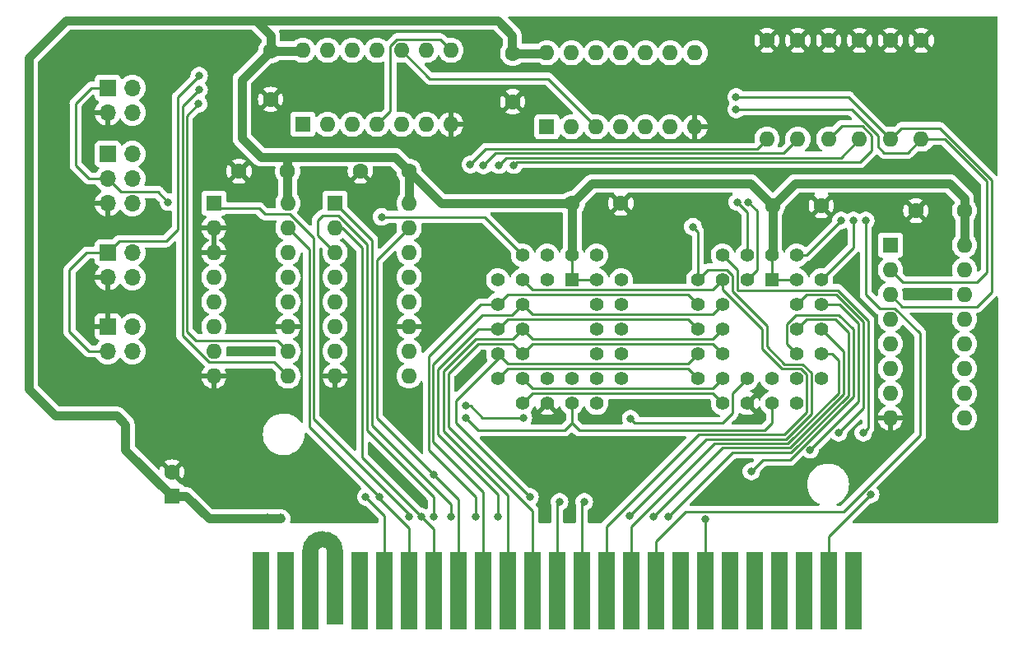
<source format=gbr>
%TF.GenerationSoftware,KiCad,Pcbnew,7.0.1*%
%TF.CreationDate,2023-06-02T18:32:51+09:00*%
%TF.ProjectId,project2_2,70726f6a-6563-4743-925f-322e6b696361,rev?*%
%TF.SameCoordinates,Original*%
%TF.FileFunction,Copper,L1,Top*%
%TF.FilePolarity,Positive*%
%FSLAX46Y46*%
G04 Gerber Fmt 4.6, Leading zero omitted, Abs format (unit mm)*
G04 Created by KiCad (PCBNEW 7.0.1) date 2023-06-02 18:32:51*
%MOMM*%
%LPD*%
G01*
G04 APERTURE LIST*
%TA.AperFunction,EtchedComponent*%
%ADD10C,1.700000*%
%TD*%
%TA.AperFunction,ComponentPad*%
%ADD11C,1.600000*%
%TD*%
%TA.AperFunction,ConnectorPad*%
%ADD12R,1.700000X8.000000*%
%TD*%
%TA.AperFunction,ConnectorPad*%
%ADD13R,1.700000X7.500000*%
%TD*%
%TA.AperFunction,ComponentPad*%
%ADD14R,1.600000X1.600000*%
%TD*%
%TA.AperFunction,ComponentPad*%
%ADD15O,1.600000X1.600000*%
%TD*%
%TA.AperFunction,ComponentPad*%
%ADD16R,1.700000X1.700000*%
%TD*%
%TA.AperFunction,ComponentPad*%
%ADD17O,1.700000X1.700000*%
%TD*%
%TA.AperFunction,ComponentPad*%
%ADD18R,1.422400X1.422400*%
%TD*%
%TA.AperFunction,ComponentPad*%
%ADD19C,1.422400*%
%TD*%
%TA.AperFunction,ViaPad*%
%ADD20C,1.000000*%
%TD*%
%TA.AperFunction,ViaPad*%
%ADD21C,0.800000*%
%TD*%
%TA.AperFunction,Conductor*%
%ADD22C,0.250000*%
%TD*%
%TA.AperFunction,Conductor*%
%ADD23C,0.900000*%
%TD*%
G04 APERTURE END LIST*
D10*
%TO.C,CE1*%
X139710160Y-143283560D02*
G75*
G03*
X137170160Y-143283560I-1270000J0D01*
G01*
%TD*%
D11*
%TO.P,C1,1*%
%TO.N,+5V*%
X164124000Y-107442000D03*
%TO.P,C1,2*%
%TO.N,GND*%
X169124000Y-107442000D03*
%TD*%
D12*
%TO.P,CE1,2,~{CS2}*%
%TO.N,unconnected-(CE1-~{CS2}-Pad2)*%
X193040000Y-147320000D03*
%TO.P,CE1,4,~{STLSL}*%
%TO.N,/{slash}SLTSL*%
X190500000Y-147320000D03*
%TO.P,CE1,6,~{RFSH}*%
%TO.N,unconnected-(CE1-~{RFSH}-Pad6)*%
X187960000Y-147320000D03*
%TO.P,CE1,8,~{INT}*%
%TO.N,unconnected-(CE1-~{INT}-Pad8)*%
X185420000Y-147320000D03*
%TO.P,CE1,10,~{BUSD}*%
%TO.N,unconnected-(CE1-~{BUSD}-Pad10)*%
X182880000Y-147320000D03*
%TO.P,CE1,12,~{MERQ}*%
%TO.N,unconnected-(CE1-~{MERQ}-Pad12)*%
X180340000Y-147320000D03*
%TO.P,CE1,14,~{RD}*%
%TO.N,/{slash}RD*%
X177800000Y-147320000D03*
%TO.P,CE1,16,N.C.*%
%TO.N,unconnected-(CE1-N.C.-Pad16)*%
X175260000Y-147320000D03*
%TO.P,CE1,18,A15*%
%TO.N,/A15*%
X172720000Y-147320000D03*
%TO.P,CE1,20,A10*%
%TO.N,/A10*%
X170180000Y-147320000D03*
%TO.P,CE1,22,A6*%
%TO.N,/A6*%
X167640000Y-147320000D03*
%TO.P,CE1,24,A8*%
%TO.N,/A8*%
X165100000Y-147320000D03*
%TO.P,CE1,26,A13*%
%TO.N,/A13*%
X162560000Y-147320000D03*
%TO.P,CE1,28,A0*%
%TO.N,/A0*%
X160020000Y-147320000D03*
%TO.P,CE1,30,A2*%
%TO.N,/A2*%
X157480000Y-147320000D03*
%TO.P,CE1,32,A4*%
%TO.N,/A4*%
X154940000Y-147320000D03*
%TO.P,CE1,34,D0*%
%TO.N,/D0*%
X152400000Y-147320000D03*
%TO.P,CE1,36,D2*%
%TO.N,/D2*%
X149860000Y-147320000D03*
%TO.P,CE1,38,D4*%
%TO.N,/D4*%
X147320000Y-147320000D03*
%TO.P,CE1,40,D6*%
%TO.N,/D6*%
X144780000Y-147320000D03*
%TO.P,CE1,42,CLOCK*%
%TO.N,unconnected-(CE1-CLOCK-Pad42)*%
X142240000Y-147320000D03*
D13*
%TO.P,CE1,44,SW1*%
%TO.N,unconnected-(CE1-SW1-Pad44)*%
X139700160Y-147070560D03*
D12*
%TO.P,CE1,46,SW2*%
%TO.N,unconnected-(CE1-SW2-Pad46)*%
X137160000Y-147320000D03*
%TO.P,CE1,48,+12V*%
%TO.N,unconnected-(CE1-+12V-Pad48)*%
X134620000Y-147320000D03*
%TO.P,CE1,50,-12V*%
%TO.N,unconnected-(CE1--12V-Pad50)*%
X132080000Y-147320000D03*
%TD*%
D11*
%TO.P,C8,1*%
%TO.N,+5V*%
X157988000Y-91988000D03*
%TO.P,C8,2*%
%TO.N,GND*%
X157988000Y-96988000D03*
%TD*%
%TO.P,C5,2*%
%TO.N,GND*%
X122936000Y-135103113D03*
D14*
%TO.P,C5,1*%
%TO.N,+5V*%
X122936000Y-137603113D03*
%TD*%
D11*
%TO.P,R2,1*%
%TO.N,GND*%
X187325000Y-90678000D03*
D15*
%TO.P,R2,2*%
%TO.N,/MA16*%
X187325000Y-100838000D03*
%TD*%
D11*
%TO.P,C7,1*%
%TO.N,+5V*%
X133091000Y-91744000D03*
%TO.P,C7,2*%
%TO.N,GND*%
X133091000Y-96744000D03*
%TD*%
%TO.P,C2,1*%
%TO.N,+5V*%
X184738000Y-107696000D03*
%TO.P,C2,2*%
%TO.N,GND*%
X189738000Y-107696000D03*
%TD*%
%TO.P,C3,1*%
%TO.N,+5V*%
X147320000Y-104140000D03*
%TO.P,C3,2*%
%TO.N,GND*%
X142320000Y-104140000D03*
%TD*%
%TO.P,R1,1*%
%TO.N,GND*%
X184150000Y-90678000D03*
D15*
%TO.P,R1,2*%
%TO.N,/MA17*%
X184150000Y-100838000D03*
%TD*%
D14*
%TO.P,U7,1,E*%
%TO.N,/{slash}SLTSL*%
X196850000Y-111760000D03*
D15*
%TO.P,U7,2,A0*%
%TO.N,Net-(U4-Q1)*%
X196850000Y-114300000D03*
%TO.P,U7,3,A1*%
%TO.N,Net-(U4-Q2)*%
X196850000Y-116840000D03*
%TO.P,U7,4,O0*%
%TO.N,/ROM_CE1*%
X196850000Y-119380000D03*
%TO.P,U7,5,O1*%
%TO.N,/ROM_CE2*%
X196850000Y-121920000D03*
%TO.P,U7,6,O2*%
%TO.N,unconnected-(U7A-O2-Pad6)*%
X196850000Y-124460000D03*
%TO.P,U7,7,O3*%
%TO.N,unconnected-(U7A-O3-Pad7)*%
X196850000Y-127000000D03*
%TO.P,U7,8,GND*%
%TO.N,GND*%
X196850000Y-129540000D03*
%TO.P,U7,9*%
%TO.N,N/C*%
X204470000Y-129540000D03*
%TO.P,U7,10*%
X204470000Y-127000000D03*
%TO.P,U7,11*%
X204470000Y-124460000D03*
%TO.P,U7,12*%
X204470000Y-121920000D03*
%TO.P,U7,13*%
X204470000Y-119380000D03*
%TO.P,U7,14*%
X204470000Y-116840000D03*
%TO.P,U7,15*%
X204470000Y-114300000D03*
%TO.P,U7,16,VCC*%
%TO.N,+5V*%
X204470000Y-111760000D03*
%TD*%
D16*
%TO.P,J4,1,Pin_1*%
%TO.N,GND*%
X116332000Y-120142000D03*
D17*
%TO.P,J4,2,Pin_2*%
%TO.N,Net-(J4-Pin_2)*%
X118872000Y-120142000D03*
%TO.P,J4,3,Pin_3*%
%TO.N,/A15*%
X116332000Y-122682000D03*
%TO.P,J4,4,Pin_4*%
%TO.N,Net-(J4-Pin_2)*%
X118872000Y-122682000D03*
%TD*%
D14*
%TO.P,U4,1,D2*%
%TO.N,/D5*%
X127254000Y-107442000D03*
D15*
%TO.P,U4,2,D3*%
%TO.N,GND*%
X127254000Y-109982000D03*
%TO.P,U4,3,D4*%
X127254000Y-112522000D03*
%TO.P,U4,4,Rb*%
%TO.N,Net-(J4-Pin_2)*%
X127254000Y-115062000D03*
%TO.P,U4,5,Ra*%
%TO.N,Net-(J3-Pin_2)*%
X127254000Y-117602000D03*
%TO.P,U4,6,Q4*%
%TO.N,unconnected-(U4-Q4-Pad6)*%
X127254000Y-120142000D03*
%TO.P,U4,7,Q3*%
%TO.N,unconnected-(U4-Q3-Pad7)*%
X127254000Y-122682000D03*
%TO.P,U4,8,GND*%
%TO.N,GND*%
X127254000Y-125222000D03*
%TO.P,U4,9,Q2*%
%TO.N,Net-(U4-Q2)*%
X134874000Y-125222000D03*
%TO.P,U4,10,Q1*%
%TO.N,Net-(U4-Q1)*%
X134874000Y-122682000D03*
%TO.P,U4,11,~{Er}*%
%TO.N,GND*%
X134874000Y-120142000D03*
%TO.P,U4,12,~{Ew}*%
%TO.N,Net-(U3-~{Ew})*%
X134874000Y-117602000D03*
%TO.P,U4,13,Wb*%
%TO.N,Net-(J2-Pin_2)*%
X134874000Y-115062000D03*
%TO.P,U4,14,Wa*%
%TO.N,Net-(J1-Pin_2)*%
X134874000Y-112522000D03*
%TO.P,U4,15,D1*%
%TO.N,/D4*%
X134874000Y-109982000D03*
%TO.P,U4,16,VCC*%
%TO.N,+5V*%
X134874000Y-107442000D03*
%TD*%
D11*
%TO.P,C4,1*%
%TO.N,GND*%
X129834000Y-104140000D03*
%TO.P,C4,2*%
%TO.N,+5V*%
X134834000Y-104140000D03*
%TD*%
%TO.P,R3,1*%
%TO.N,GND*%
X190500000Y-90678000D03*
D15*
%TO.P,R3,2*%
%TO.N,/MA15*%
X190500000Y-100838000D03*
%TD*%
D11*
%TO.P,R5,1*%
%TO.N,GND*%
X196850000Y-90678000D03*
D15*
%TO.P,R5,2*%
%TO.N,Net-(U4-Q2)*%
X196850000Y-100838000D03*
%TD*%
D16*
%TO.P,J2,1,Pin_1*%
%TO.N,/A11*%
X116332000Y-102362000D03*
D17*
%TO.P,J2,2,Pin_2*%
%TO.N,Net-(J2-Pin_2)*%
X118872000Y-102362000D03*
%TO.P,J2,3,Pin_3*%
%TO.N,/A12*%
X116332000Y-104902000D03*
%TO.P,J2,4,Pin_4*%
%TO.N,Net-(J2-Pin_2)*%
X118872000Y-104902000D03*
%TO.P,J2,5,Pin_5*%
%TO.N,GND*%
X116332000Y-107442000D03*
%TO.P,J2,6,Pin_6*%
%TO.N,Net-(J2-Pin_2)*%
X118872000Y-107442000D03*
%TD*%
D14*
%TO.P,U3,1,D2*%
%TO.N,/D1*%
X139710000Y-107432000D03*
D15*
%TO.P,U3,2,D3*%
%TO.N,/D2*%
X139710000Y-109972000D03*
%TO.P,U3,3,D4*%
%TO.N,/D3*%
X139710000Y-112512000D03*
%TO.P,U3,4,Rb*%
%TO.N,Net-(J4-Pin_2)*%
X139710000Y-115052000D03*
%TO.P,U3,5,Ra*%
%TO.N,Net-(J3-Pin_2)*%
X139710000Y-117592000D03*
%TO.P,U3,6,Q4*%
%TO.N,/MA17*%
X139710000Y-120132000D03*
%TO.P,U3,7,Q3*%
%TO.N,/MA16*%
X139710000Y-122672000D03*
%TO.P,U3,8,GND*%
%TO.N,GND*%
X139710000Y-125212000D03*
%TO.P,U3,9,Q2*%
%TO.N,/MA15*%
X147330000Y-125212000D03*
%TO.P,U3,10,Q1*%
%TO.N,/MA14*%
X147330000Y-122672000D03*
%TO.P,U3,11,~{Er}*%
%TO.N,GND*%
X147330000Y-120132000D03*
%TO.P,U3,12,~{Ew}*%
%TO.N,Net-(U3-~{Ew})*%
X147330000Y-117592000D03*
%TO.P,U3,13,Wb*%
%TO.N,Net-(J2-Pin_2)*%
X147330000Y-115052000D03*
%TO.P,U3,14,Wa*%
%TO.N,Net-(J1-Pin_2)*%
X147330000Y-112512000D03*
%TO.P,U3,15,D1*%
%TO.N,/D0*%
X147330000Y-109972000D03*
%TO.P,U3,16,VCC*%
%TO.N,+5V*%
X147330000Y-107432000D03*
%TD*%
D16*
%TO.P,J1,1,Pin_1*%
%TO.N,/A12*%
X116332000Y-95562000D03*
D17*
%TO.P,J1,2,Pin_2*%
%TO.N,Net-(J1-Pin_2)*%
X118872000Y-95562000D03*
%TO.P,J1,3,Pin_3*%
%TO.N,GND*%
X116332000Y-98102000D03*
%TO.P,J1,4,Pin_4*%
%TO.N,Net-(J1-Pin_2)*%
X118872000Y-98102000D03*
%TD*%
D18*
%TO.P,U2,1,VPP*%
%TO.N,+5V*%
X184658000Y-115316000D03*
D19*
%TO.P,U2,2,A16*%
%TO.N,/MA16*%
X182118000Y-112776000D03*
%TO.P,U2,3,A15*%
%TO.N,/MA15*%
X182118000Y-115316000D03*
%TO.P,U2,4,A12*%
%TO.N,/A12*%
X179578000Y-112776000D03*
%TO.P,U2,5,A7*%
%TO.N,/A7*%
X177038000Y-115316000D03*
%TO.P,U2,6,A6*%
%TO.N,/A6*%
X179578000Y-115316000D03*
%TO.P,U2,7,A5*%
%TO.N,/A5*%
X177038000Y-117856000D03*
%TO.P,U2,8,A4*%
%TO.N,/A4*%
X179578000Y-117856000D03*
%TO.P,U2,9,A3*%
%TO.N,/A3*%
X177038000Y-120396000D03*
%TO.P,U2,10,A2*%
%TO.N,/A2*%
X179578000Y-120396000D03*
%TO.P,U2,11,A1*%
%TO.N,/A1*%
X177038000Y-122936000D03*
%TO.P,U2,12,A0*%
%TO.N,/A0*%
X179578000Y-122936000D03*
%TO.P,U2,13,D0*%
%TO.N,/D0*%
X177038000Y-125476000D03*
%TO.P,U2,14,D1*%
%TO.N,/D1*%
X179578000Y-128016000D03*
%TO.P,U2,15,D2*%
%TO.N,/D2*%
X179578000Y-125476000D03*
%TO.P,U2,16,GND*%
%TO.N,GND*%
X182118000Y-128016000D03*
%TO.P,U2,17,D3*%
%TO.N,/D3*%
X182118000Y-125476000D03*
%TO.P,U2,18,D4*%
%TO.N,/D4*%
X184658000Y-128016000D03*
%TO.P,U2,19,D5*%
%TO.N,/D5*%
X184658000Y-125476000D03*
%TO.P,U2,20,D6*%
%TO.N,/D6*%
X187198000Y-128016000D03*
%TO.P,U2,21,D7*%
%TO.N,/D7*%
X189738000Y-125476000D03*
%TO.P,U2,22,~{CE}*%
%TO.N,/ROM_CE2*%
X187198000Y-125476000D03*
%TO.P,U2,23,A10*%
%TO.N,/A10*%
X189738000Y-122936000D03*
%TO.P,U2,24,~{OE}*%
%TO.N,/{slash}RD*%
X187198000Y-122936000D03*
%TO.P,U2,25,A11*%
%TO.N,/A11*%
X189738000Y-120396000D03*
%TO.P,U2,26,A9*%
%TO.N,/A9*%
X187198000Y-120396000D03*
%TO.P,U2,27,A8*%
%TO.N,/A8*%
X189738000Y-117856000D03*
%TO.P,U2,28,A13*%
%TO.N,/A13*%
X187198000Y-117856000D03*
%TO.P,U2,29,A14*%
%TO.N,/MA14*%
X189738000Y-115316000D03*
%TO.P,U2,30,A17*%
%TO.N,/MA17*%
X187198000Y-112776000D03*
%TO.P,U2,31,~{PGM}*%
%TO.N,+5V*%
X187198000Y-115316000D03*
%TO.P,U2,32,VCC*%
X184658000Y-112776000D03*
%TD*%
D11*
%TO.P,R6,1*%
%TO.N,GND*%
X200025000Y-90678000D03*
D15*
%TO.P,R6,2*%
%TO.N,Net-(U4-Q1)*%
X200025000Y-100838000D03*
%TD*%
D11*
%TO.P,C6,1*%
%TO.N,+5V*%
X204470000Y-108204000D03*
%TO.P,C6,2*%
%TO.N,GND*%
X199470000Y-108204000D03*
%TD*%
D14*
%TO.P,U5,1*%
%TO.N,/{slash}WR*%
X136393000Y-99314000D03*
D15*
%TO.P,U5,2*%
%TO.N,/{slash}SLTSL*%
X138933000Y-99314000D03*
%TO.P,U5,3*%
%TO.N,Net-(U5-Pad3)*%
X141473000Y-99314000D03*
%TO.P,U5,4*%
%TO.N,Net-(U5-Pad4)*%
X144013000Y-99314000D03*
%TO.P,U5,5*%
%TO.N,Net-(U5-Pad3)*%
X146553000Y-99314000D03*
%TO.P,U5,6*%
%TO.N,Net-(U3-~{Ew})*%
X149093000Y-99314000D03*
%TO.P,U5,7,GND*%
%TO.N,GND*%
X151633000Y-99314000D03*
%TO.P,U5,8*%
%TO.N,Net-(U5-Pad4)*%
X151633000Y-91694000D03*
%TO.P,U5,9*%
%TO.N,/A15*%
X149093000Y-91694000D03*
%TO.P,U5,10*%
%TO.N,Net-(U5-Pad10)*%
X146553000Y-91694000D03*
%TO.P,U5,11*%
%TO.N,unconnected-(U5-Pad11)*%
X144013000Y-91694000D03*
%TO.P,U5,12*%
%TO.N,unconnected-(U5-Pad12)*%
X141473000Y-91694000D03*
%TO.P,U5,13*%
%TO.N,unconnected-(U5-Pad13)*%
X138933000Y-91694000D03*
%TO.P,U5,14,VCC*%
%TO.N,+5V*%
X136393000Y-91694000D03*
%TD*%
D11*
%TO.P,R4,1*%
%TO.N,GND*%
X193675000Y-90678000D03*
D15*
%TO.P,R4,2*%
%TO.N,/MA14*%
X193675000Y-100838000D03*
%TD*%
D16*
%TO.P,J3,1,Pin_1*%
%TO.N,/A15*%
X116332000Y-112522000D03*
D17*
%TO.P,J3,2,Pin_2*%
%TO.N,Net-(J3-Pin_2)*%
X118872000Y-112522000D03*
%TO.P,J3,3,Pin_3*%
%TO.N,GND*%
X116332000Y-115062000D03*
%TO.P,J3,4,Pin_4*%
%TO.N,Net-(J3-Pin_2)*%
X118872000Y-115062000D03*
%TD*%
D19*
%TO.P,U1,32,VCC*%
%TO.N,+5V*%
X164084000Y-112776000D03*
%TO.P,U1,31,~{PGM}*%
X166624000Y-115316000D03*
%TO.P,U1,30,A17*%
%TO.N,/MA17*%
X166624000Y-112776000D03*
%TO.P,U1,29,A14*%
%TO.N,/MA14*%
X169164000Y-115316000D03*
%TO.P,U1,28,A13*%
%TO.N,/A13*%
X166624000Y-117856000D03*
%TO.P,U1,27,A8*%
%TO.N,/A8*%
X169164000Y-117856000D03*
%TO.P,U1,26,A9*%
%TO.N,/A9*%
X166624000Y-120396000D03*
%TO.P,U1,25,A11*%
%TO.N,/A11*%
X169164000Y-120396000D03*
%TO.P,U1,24,~{OE}*%
%TO.N,/{slash}RD*%
X166624000Y-122936000D03*
%TO.P,U1,23,A10*%
%TO.N,/A10*%
X169164000Y-122936000D03*
%TO.P,U1,22,~{CE}*%
%TO.N,/ROM_CE1*%
X166624000Y-125476000D03*
%TO.P,U1,21,D7*%
%TO.N,/D7*%
X169164000Y-125476000D03*
%TO.P,U1,20,D6*%
%TO.N,/D6*%
X166624000Y-128016000D03*
%TO.P,U1,19,D5*%
%TO.N,/D5*%
X164084000Y-125476000D03*
%TO.P,U1,18,D4*%
%TO.N,/D4*%
X164084000Y-128016000D03*
%TO.P,U1,17,D3*%
%TO.N,/D3*%
X161544000Y-125476000D03*
%TO.P,U1,16,GND*%
%TO.N,GND*%
X161544000Y-128016000D03*
%TO.P,U1,15,D2*%
%TO.N,/D2*%
X159004000Y-125476000D03*
%TO.P,U1,14,D1*%
%TO.N,/D1*%
X159004000Y-128016000D03*
%TO.P,U1,13,D0*%
%TO.N,/D0*%
X156464000Y-125476000D03*
%TO.P,U1,12,A0*%
%TO.N,/A0*%
X159004000Y-122936000D03*
%TO.P,U1,11,A1*%
%TO.N,/A1*%
X156464000Y-122936000D03*
%TO.P,U1,10,A2*%
%TO.N,/A2*%
X159004000Y-120396000D03*
%TO.P,U1,9,A3*%
%TO.N,/A3*%
X156464000Y-120396000D03*
%TO.P,U1,8,A4*%
%TO.N,/A4*%
X159004000Y-117856000D03*
%TO.P,U1,7,A5*%
%TO.N,/A5*%
X156464000Y-117856000D03*
%TO.P,U1,6,A6*%
%TO.N,/A6*%
X159004000Y-115316000D03*
%TO.P,U1,5,A7*%
%TO.N,/A7*%
X156464000Y-115316000D03*
%TO.P,U1,4,A12*%
%TO.N,/A12*%
X159004000Y-112776000D03*
%TO.P,U1,3,A15*%
%TO.N,/MA15*%
X161544000Y-115316000D03*
%TO.P,U1,2,A16*%
%TO.N,/MA16*%
X161544000Y-112776000D03*
D18*
%TO.P,U1,1,VPP*%
%TO.N,+5V*%
X164084000Y-115316000D03*
%TD*%
D14*
%TO.P,U6,1*%
%TO.N,/A13*%
X161502000Y-99568000D03*
D15*
%TO.P,U6,2*%
%TO.N,/A14*%
X164042000Y-99568000D03*
%TO.P,U6,3*%
%TO.N,Net-(U5-Pad10)*%
X166582000Y-99568000D03*
%TO.P,U6,4*%
%TO.N,unconnected-(U6-Pad4)*%
X169122000Y-99568000D03*
%TO.P,U6,5*%
%TO.N,unconnected-(U6-Pad5)*%
X171662000Y-99568000D03*
%TO.P,U6,6*%
%TO.N,unconnected-(U6-Pad6)*%
X174202000Y-99568000D03*
%TO.P,U6,7,GND*%
%TO.N,GND*%
X176742000Y-99568000D03*
%TO.P,U6,8*%
%TO.N,unconnected-(U6-Pad8)*%
X176742000Y-91948000D03*
%TO.P,U6,9*%
%TO.N,unconnected-(U6-Pad9)*%
X174202000Y-91948000D03*
%TO.P,U6,10*%
%TO.N,unconnected-(U6-Pad10)*%
X171662000Y-91948000D03*
%TO.P,U6,11*%
%TO.N,unconnected-(U6-Pad11)*%
X169122000Y-91948000D03*
%TO.P,U6,12*%
%TO.N,unconnected-(U6-Pad12)*%
X166582000Y-91948000D03*
%TO.P,U6,13*%
%TO.N,unconnected-(U6-Pad13)*%
X164042000Y-91948000D03*
%TO.P,U6,14,VCC*%
%TO.N,+5V*%
X161502000Y-91948000D03*
%TD*%
D20*
%TO.N,+5V*%
X132792063Y-139904063D03*
X134112000Y-139904063D03*
D21*
%TO.N,GND*%
X173228000Y-115062000D03*
X196850000Y-103632000D03*
X131064000Y-115062000D03*
X131064000Y-112522000D03*
X154940000Y-113792000D03*
X199136000Y-134874000D03*
X202184000Y-120650000D03*
X204978000Y-105156000D03*
X159766000Y-132842000D03*
X131064000Y-122682000D03*
X202692000Y-134874000D03*
X194818000Y-133604000D03*
X197866000Y-136144000D03*
X145542000Y-117856000D03*
X162814000Y-132842000D03*
X161544000Y-129794000D03*
X202184000Y-123190000D03*
X195834000Y-132588000D03*
X202692000Y-133096000D03*
X169164000Y-137414000D03*
X193802000Y-134620000D03*
X202184000Y-116840000D03*
X176022000Y-106934000D03*
X166624000Y-129794000D03*
X150114000Y-119126000D03*
X184150000Y-136398000D03*
X149606000Y-112268000D03*
X196596000Y-137414000D03*
X198628000Y-123190000D03*
X171196000Y-135382000D03*
X180340000Y-135382000D03*
X144018000Y-133350000D03*
X145542000Y-115316000D03*
X147320000Y-129794000D03*
X166116000Y-132842000D03*
X131064000Y-120142000D03*
X202184000Y-125984000D03*
X149606000Y-110236000D03*
X121666000Y-115570000D03*
X153924000Y-124206000D03*
X181610000Y-129794000D03*
X200152000Y-103632000D03*
X187198000Y-136398000D03*
X175768000Y-128524000D03*
X177800000Y-137668000D03*
X161798000Y-105156000D03*
X173228000Y-112522000D03*
X202692000Y-136398000D03*
X145542000Y-120396000D03*
X190754000Y-112776000D03*
X173228000Y-128524000D03*
X139192000Y-96266000D03*
X167894000Y-97028000D03*
X139954000Y-129794000D03*
X193040000Y-114300000D03*
X173228000Y-106934000D03*
X157480000Y-108966000D03*
X199136000Y-114046000D03*
X131064000Y-117602000D03*
X185674000Y-136398000D03*
X157480000Y-113792000D03*
X131064000Y-110236000D03*
X183388000Y-129540000D03*
%TO.N,/D6*%
X159085132Y-129501306D03*
X153150371Y-128287706D03*
X142875000Y-137668000D03*
%TO.N,/D4*%
X153199500Y-129540000D03*
X144272000Y-137668000D03*
%TO.N,/D5*%
X147320000Y-139700000D03*
%TO.N,/D2*%
X148590000Y-139700000D03*
%TO.N,/D3*%
X170115802Y-129604198D03*
X149860000Y-139700000D03*
%TO.N,/D0*%
X149860000Y-135382000D03*
%TO.N,/D1*%
X151638000Y-139700000D03*
%TO.N,/A5*%
X154178000Y-139700000D03*
%TO.N,/A3*%
X156464000Y-139700000D03*
%TO.N,/A1*%
X159766000Y-137668000D03*
%TO.N,/A13*%
X191516000Y-131064000D03*
X162814000Y-138176000D03*
%TO.N,/A8*%
X165354000Y-138176000D03*
X188595000Y-132804500D03*
%TO.N,/A12*%
X144518001Y-108846999D03*
X122555000Y-107315000D03*
X194056000Y-131064000D03*
%TO.N,/A7*%
X176530000Y-109855000D03*
X169989502Y-139636500D03*
%TO.N,/A11*%
X172466002Y-139700000D03*
%TO.N,/A15*%
X194310000Y-109220000D03*
X125736985Y-94320995D03*
%TO.N,/A9*%
X173990000Y-139700000D03*
%TO.N,/{slash}RD*%
X177800000Y-139916500D03*
X182543750Y-135045750D03*
%TO.N,/{slash}SLTSL*%
X194822300Y-137418300D03*
%TO.N,/MA14*%
X193040000Y-109220000D03*
X156572250Y-103505000D03*
%TO.N,/MA15*%
X182245000Y-107315000D03*
X158115000Y-103505000D03*
%TO.N,/MA16*%
X181102000Y-107315000D03*
X154984750Y-103549750D03*
%TO.N,/MA17*%
X153625250Y-103460250D03*
X191770000Y-109220000D03*
%TO.N,Net-(U4-Q2)*%
X125721745Y-95749745D03*
X180975000Y-96520000D03*
%TO.N,Net-(U4-Q1)*%
X180975000Y-97790000D03*
X125666500Y-97218500D03*
%TD*%
D22*
%TO.N,/D3*%
X180614200Y-126979800D02*
X182118000Y-125476000D01*
X170559604Y-130048000D02*
X179578000Y-130048000D01*
X180614200Y-129011800D02*
X180614200Y-126979800D01*
X170115802Y-129604198D02*
X170559604Y-130048000D01*
X179578000Y-130048000D02*
X180614200Y-129011800D01*
%TO.N,/D4*%
X163322000Y-130810000D02*
X154469500Y-130810000D01*
X154469500Y-130810000D02*
X153199500Y-129540000D01*
X164084000Y-130048000D02*
X163322000Y-130810000D01*
X164846000Y-130810000D02*
X164084000Y-130048000D01*
X183896000Y-130810000D02*
X164846000Y-130810000D01*
X184658000Y-130048000D02*
X183896000Y-130810000D01*
X184658000Y-128016000D02*
X184658000Y-130048000D01*
X164084000Y-129032000D02*
X164084000Y-130048000D01*
%TO.N,/D0*%
X144018000Y-129540000D02*
X152400000Y-137922000D01*
X144018000Y-113284000D02*
X144018000Y-129540000D01*
X152400000Y-137922000D02*
X152400000Y-147320000D01*
X147330000Y-109972000D02*
X144018000Y-113284000D01*
%TO.N,/D2*%
X149860000Y-140970000D02*
X149860000Y-147320000D01*
X142494000Y-133604000D02*
X149860000Y-140970000D01*
X142494000Y-112014000D02*
X142494000Y-133604000D01*
X140452000Y-109972000D02*
X142494000Y-112014000D01*
X139710000Y-109972000D02*
X140452000Y-109972000D01*
%TO.N,/D3*%
X137922000Y-109220000D02*
X137922000Y-110724000D01*
X138430000Y-108712000D02*
X137922000Y-109220000D01*
X140040991Y-108712000D02*
X138430000Y-108712000D01*
X143002000Y-130810000D02*
X143002000Y-111673009D01*
X143002000Y-111673009D02*
X140040991Y-108712000D01*
X149860000Y-139700000D02*
X149860000Y-137668000D01*
X149860000Y-137668000D02*
X143002000Y-130810000D01*
X137922000Y-110724000D02*
X139710000Y-112512000D01*
D23*
%TO.N,+5V*%
X126717634Y-139902938D02*
X124417809Y-137603113D01*
X166156000Y-105410000D02*
X182452000Y-105410000D01*
X108204000Y-126608549D02*
X108204000Y-92456000D01*
X118140759Y-132807872D02*
X118140759Y-130196745D01*
X145870000Y-102690000D02*
X147320000Y-104140000D01*
X150622000Y-107442000D02*
X164124000Y-107442000D01*
X133091000Y-91744000D02*
X136343000Y-91744000D01*
X130126033Y-100749385D02*
X132066648Y-102690000D01*
X132066648Y-102690000D02*
X135128000Y-102690000D01*
D22*
X184658000Y-112776000D02*
X184658000Y-115316000D01*
D23*
X204470000Y-106934000D02*
X204470000Y-111760000D01*
X110900240Y-129304789D02*
X108204000Y-126608549D01*
X134834000Y-104140000D02*
X134834000Y-107402000D01*
X184738000Y-112696000D02*
X184658000Y-112776000D01*
D22*
X184658000Y-115316000D02*
X187198000Y-115316000D01*
D23*
X133091000Y-90158228D02*
X131572000Y-88639228D01*
X131572000Y-88639228D02*
X140577016Y-88639228D01*
X130126033Y-94708967D02*
X130126033Y-100749385D01*
X118140759Y-130196745D02*
X117248803Y-129304789D01*
X132792063Y-139904063D02*
X129790670Y-139904063D01*
X187024000Y-105410000D02*
X202946000Y-105410000D01*
X134834000Y-102984000D02*
X134834000Y-104140000D01*
X134834000Y-107402000D02*
X134874000Y-107442000D01*
X164124000Y-107442000D02*
X166156000Y-105410000D01*
X124417809Y-137603113D02*
X122936000Y-137603113D01*
X112020772Y-88639228D02*
X131572000Y-88639228D01*
X135128000Y-102690000D02*
X134834000Y-102984000D01*
X108204000Y-92456000D02*
X112020772Y-88639228D01*
X164124000Y-107442000D02*
X164124000Y-112736000D01*
X182452000Y-105410000D02*
X184738000Y-107696000D01*
D22*
X164084000Y-115316000D02*
X166624000Y-115316000D01*
D23*
X135128000Y-102690000D02*
X145870000Y-102690000D01*
X184738000Y-107696000D02*
X184738000Y-112696000D01*
X164124000Y-112736000D02*
X164084000Y-112776000D01*
X184738000Y-107696000D02*
X187024000Y-105410000D01*
X156444520Y-88643574D02*
X157946000Y-90145054D01*
X134112000Y-139904063D02*
X132792063Y-139904063D01*
X129790670Y-139904063D02*
X126717634Y-139902938D01*
X122936000Y-137603113D02*
X118140759Y-132807872D01*
X147320000Y-104140000D02*
X147320000Y-107422000D01*
X161462000Y-91988000D02*
X161502000Y-91948000D01*
X147320000Y-107422000D02*
X147330000Y-107432000D01*
D22*
X164084000Y-115316000D02*
X164084000Y-112776000D01*
D23*
X147320000Y-104140000D02*
X150622000Y-107442000D01*
X157988000Y-91988000D02*
X161462000Y-91988000D01*
X140577016Y-88639228D02*
X156444520Y-88643574D01*
X157946000Y-90145054D02*
X157946000Y-91998000D01*
X117248803Y-129304789D02*
X110900240Y-129304789D01*
X133091000Y-91744000D02*
X130126033Y-94708967D01*
X136343000Y-91744000D02*
X136393000Y-91694000D01*
X202946000Y-105410000D02*
X204470000Y-106934000D01*
X133091000Y-91744000D02*
X133091000Y-90158228D01*
D22*
%TO.N,/D6*%
X144780000Y-139573000D02*
X144780000Y-147320000D01*
X153150371Y-128287706D02*
X153687706Y-128287706D01*
X154901306Y-129501306D02*
X159085132Y-129501306D01*
X153687706Y-128287706D02*
X154901306Y-129501306D01*
X142875000Y-137668000D02*
X144780000Y-139573000D01*
%TO.N,/D4*%
X144272000Y-137795000D02*
X147320000Y-140843000D01*
X144272000Y-137668000D02*
X144272000Y-137795000D01*
X137046294Y-130442294D02*
X137046294Y-112154294D01*
X147320000Y-140843000D02*
X147320000Y-147320000D01*
X164084000Y-129032000D02*
X164084000Y-128016000D01*
X144272000Y-137668000D02*
X137046294Y-130442294D01*
X137046294Y-112154294D02*
X134874000Y-109982000D01*
%TO.N,/D5*%
X127254000Y-107442000D02*
X127762000Y-107950000D01*
X131892991Y-107950000D02*
X132509991Y-108567000D01*
X135049991Y-108567000D02*
X137495795Y-111012804D01*
X127762000Y-107950000D02*
X131892991Y-107950000D01*
X137495795Y-129621795D02*
X147320000Y-139446000D01*
X132509991Y-108567000D02*
X135049991Y-108567000D01*
X137495795Y-111012804D02*
X137495795Y-129621795D01*
X147320000Y-139446000D02*
X147320000Y-139700000D01*
%TO.N,/D2*%
X160040200Y-126512200D02*
X178541800Y-126512200D01*
X159004000Y-125476000D02*
X160040200Y-126512200D01*
X178541800Y-126512200D02*
X179578000Y-125476000D01*
%TO.N,/D0*%
X176001800Y-124439800D02*
X177038000Y-125476000D01*
X157500200Y-124439800D02*
X176001800Y-124439800D01*
X156464000Y-125476000D02*
X157500200Y-124439800D01*
%TO.N,/D1*%
X143510000Y-111232000D02*
X139710000Y-107432000D01*
X143510000Y-130302000D02*
X143510000Y-111232000D01*
X159004000Y-128016000D02*
X160040200Y-126979800D01*
X151638000Y-139700000D02*
X151638000Y-138430000D01*
X160040200Y-126979800D02*
X178541800Y-126979800D01*
X151638000Y-138430000D02*
X143510000Y-130302000D01*
X178541800Y-126979800D02*
X179578000Y-128016000D01*
%TO.N,/A4*%
X154902200Y-118909800D02*
X149802499Y-124009501D01*
X154940000Y-137161380D02*
X154940000Y-141732000D01*
X178541800Y-118892200D02*
X179578000Y-117856000D01*
X159004000Y-117856000D02*
X160040200Y-118892200D01*
X154940000Y-147320000D02*
X154940000Y-141478000D01*
X149802499Y-124009501D02*
X149802499Y-132023879D01*
X159004000Y-117856000D02*
X157950200Y-118909800D01*
X160040200Y-118892200D02*
X178541800Y-118892200D01*
X157950200Y-118909800D02*
X154902200Y-118909800D01*
X149802499Y-132023879D02*
X154940000Y-137161380D01*
%TO.N,/A5*%
X176001800Y-116819800D02*
X177038000Y-117856000D01*
X156464000Y-117856000D02*
X154686000Y-117856000D01*
X156464000Y-117856000D02*
X157500200Y-116819800D01*
X154178000Y-137668000D02*
X154178000Y-139700000D01*
X149352499Y-123189501D02*
X149352499Y-132842499D01*
X149352499Y-132842499D02*
X154178000Y-137668000D01*
X157500200Y-116819800D02*
X176001800Y-116819800D01*
X154686000Y-117856000D02*
X149352499Y-123189501D01*
%TO.N,/A2*%
X159004000Y-120396000D02*
X160040200Y-121432200D01*
X160040200Y-121432200D02*
X178541800Y-121432200D01*
X150876000Y-124714000D02*
X150876000Y-130873327D01*
X150876000Y-130873327D02*
X157480000Y-137477327D01*
X159004000Y-120396000D02*
X157967800Y-121432200D01*
X178541800Y-121432200D02*
X179578000Y-120396000D01*
X154157800Y-121432200D02*
X150876000Y-124714000D01*
X157967800Y-121432200D02*
X154157800Y-121432200D01*
X157480000Y-137477327D02*
X157480000Y-147320000D01*
%TO.N,/A3*%
X156464000Y-120396000D02*
X154432000Y-120396000D01*
X156464000Y-137414000D02*
X156464000Y-139700000D01*
X176001800Y-119359800D02*
X177038000Y-120396000D01*
X154432000Y-120396000D02*
X150252000Y-124576000D01*
X150252000Y-124576000D02*
X150252000Y-131202000D01*
X156464000Y-120396000D02*
X157500200Y-119359800D01*
X150252000Y-131202000D02*
X156464000Y-137414000D01*
X157500200Y-119359800D02*
X176001800Y-119359800D01*
%TO.N,/A0*%
X157967800Y-121899800D02*
X154452200Y-121899800D01*
X160040200Y-121899800D02*
X178541800Y-121899800D01*
X160020000Y-139063965D02*
X160020000Y-139065000D01*
X154452200Y-121899800D02*
X151384000Y-124968000D01*
X151384000Y-124968000D02*
X151384000Y-130427965D01*
X151384000Y-130427965D02*
X160020000Y-139063965D01*
X159004000Y-122936000D02*
X160040200Y-121899800D01*
X159004000Y-122936000D02*
X157967800Y-121899800D01*
X178541800Y-121899800D02*
X179578000Y-122936000D01*
X160020000Y-139192000D02*
X160020000Y-147320000D01*
%TO.N,/A1*%
X156464000Y-122936000D02*
X156464000Y-123444000D01*
X152153594Y-127754406D02*
X152153594Y-130055594D01*
X152153594Y-130055594D02*
X159766000Y-137668000D01*
X156464000Y-122936000D02*
X157500200Y-123972200D01*
X176001800Y-123972200D02*
X177038000Y-122936000D01*
X157500200Y-123972200D02*
X176001800Y-123972200D01*
X156464000Y-123444000D02*
X152153594Y-127754406D01*
%TO.N,/A13*%
X162560000Y-138430000D02*
X162814000Y-138176000D01*
X187198000Y-117856000D02*
X188234200Y-116819800D01*
X188234200Y-116819800D02*
X191240404Y-116819800D01*
X162560000Y-147320000D02*
X162560000Y-138430000D01*
X194056000Y-128524000D02*
X191516000Y-131064000D01*
X194056000Y-119635396D02*
X194056000Y-128524000D01*
X191240404Y-116819800D02*
X194056000Y-119635396D01*
%TO.N,/A8*%
X165100000Y-138430000D02*
X165354000Y-138176000D01*
X193548000Y-119763792D02*
X193548000Y-127851500D01*
X191640208Y-117856000D02*
X193548000Y-119763792D01*
X165100000Y-147320000D02*
X165100000Y-138430000D01*
X193548000Y-127851500D02*
X188595000Y-132804500D01*
X189738000Y-117856000D02*
X191640208Y-117856000D01*
%TO.N,/A12*%
X179578000Y-112776000D02*
X181081800Y-114279800D01*
X113030000Y-97155000D02*
X113030000Y-103505000D01*
X181081800Y-116346005D02*
X181105595Y-116369800D01*
X159004000Y-112776000D02*
X155075000Y-108847000D01*
X114427000Y-104902000D02*
X116332000Y-104902000D01*
X113030000Y-103505000D02*
X114427000Y-104902000D01*
X116332000Y-104902000D02*
X117697000Y-106267000D01*
X194564000Y-119507000D02*
X194564000Y-130556000D01*
X181081800Y-114279800D02*
X181081800Y-116346005D01*
X114623000Y-95562000D02*
X113030000Y-97155000D01*
X117697000Y-106267000D02*
X121507000Y-106267000D01*
X155075000Y-108847000D02*
X144518001Y-108846999D01*
X181105595Y-116369800D02*
X191426800Y-116369800D01*
X194564000Y-130556000D02*
X194056000Y-131064000D01*
X191426800Y-116369800D02*
X194564000Y-119507000D01*
X121507000Y-106267000D02*
X122555000Y-107315000D01*
X116332000Y-95562000D02*
X114623000Y-95562000D01*
%TO.N,/A6*%
X177096499Y-131259501D02*
X167640000Y-140716000D01*
X183642000Y-122428000D02*
X185653800Y-124439800D01*
X167640000Y-140716000D02*
X167640000Y-147320000D01*
X187627209Y-124439800D02*
X188234200Y-125046791D01*
X185653800Y-124439800D02*
X187627209Y-124439800D01*
X183642000Y-120385788D02*
X183642000Y-122428000D01*
X179578000Y-116321788D02*
X183642000Y-120385788D01*
X188234200Y-128962252D02*
X185936951Y-131259501D01*
X178541800Y-116352200D02*
X179578000Y-115316000D01*
X159004000Y-115316000D02*
X160040200Y-116352200D01*
X160040200Y-116352200D02*
X178541800Y-116352200D01*
X188234200Y-125046791D02*
X188234200Y-128962252D01*
X179578000Y-115316000D02*
X179578000Y-116321788D01*
X185936951Y-131259501D02*
X177096499Y-131259501D01*
%TO.N,/A7*%
X184150000Y-122174000D02*
X185965800Y-123989800D01*
X187812899Y-123989800D02*
X188701800Y-124878701D01*
X177038000Y-115316000D02*
X178074200Y-114279800D01*
X186123140Y-131709002D02*
X177916998Y-131709002D01*
X188701800Y-124878701D02*
X188701800Y-129130342D01*
X177916998Y-131709002D02*
X169989502Y-139636500D01*
X177038000Y-110363000D02*
X176530000Y-109855000D01*
X180614200Y-116514095D02*
X184150000Y-120049895D01*
X178074200Y-114279800D02*
X180007209Y-114279800D01*
X177038000Y-115316000D02*
X177038000Y-110363000D01*
X180007209Y-114279800D02*
X180614200Y-114886791D01*
X185965800Y-123989800D02*
X187812899Y-123989800D01*
X188701800Y-129130342D02*
X186123140Y-131709002D01*
X180614200Y-114886791D02*
X180614200Y-116514095D01*
X184150000Y-120049895D02*
X184150000Y-122174000D01*
%TO.N,/A10*%
X191516000Y-123571000D02*
X191516000Y-126951832D01*
X186309329Y-132158503D02*
X178737497Y-132158503D01*
X189738000Y-122936000D02*
X190881000Y-122936000D01*
X190881000Y-122936000D02*
X191516000Y-123571000D01*
X178737497Y-132158503D02*
X170180000Y-140716000D01*
X170180000Y-140716000D02*
X170180000Y-147320000D01*
X191516000Y-126951832D02*
X186309329Y-132158503D01*
%TO.N,/A11*%
X192024000Y-122682000D02*
X192024000Y-127079522D01*
X186495518Y-132608004D02*
X179557996Y-132608004D01*
X189738000Y-120396000D02*
X192024000Y-122682000D01*
X192024000Y-127079522D02*
X186495518Y-132608004D01*
X179557996Y-132608004D02*
X172466002Y-139700000D01*
%TO.N,/A15*%
X194310000Y-116840000D02*
X194310000Y-109220000D01*
X122333000Y-111347000D02*
X123560998Y-110119002D01*
X199898000Y-131318000D02*
X199898000Y-120837009D01*
X112395000Y-120650000D02*
X114427000Y-122682000D01*
X195725000Y-118255000D02*
X194310000Y-116840000D01*
X116332000Y-112522000D02*
X117507000Y-111347000D01*
X197315991Y-118255000D02*
X195725000Y-118255000D01*
X123560998Y-110119002D02*
X123560998Y-96496982D01*
X172720000Y-142248598D02*
X175776598Y-139192000D01*
X116332000Y-112522000D02*
X114173000Y-112522000D01*
X199898000Y-120837009D02*
X197315991Y-118255000D01*
X112395000Y-114300000D02*
X112395000Y-120650000D01*
X172720000Y-147320000D02*
X172720000Y-142248598D01*
X117507000Y-111347000D02*
X122333000Y-111347000D01*
X114173000Y-112522000D02*
X112395000Y-114300000D01*
X192024000Y-139192000D02*
X199898000Y-131318000D01*
X123560998Y-96496982D02*
X125736985Y-94320995D01*
X175776598Y-139192000D02*
X192024000Y-139192000D01*
X114427000Y-122682000D02*
X116332000Y-122682000D01*
%TO.N,/A9*%
X180594000Y-133096000D02*
X173990000Y-139700000D01*
X187198000Y-120396000D02*
X188234200Y-119359800D01*
X192532000Y-120708000D02*
X192532000Y-127207212D01*
X192532000Y-127207212D02*
X186643212Y-133096000D01*
X188234200Y-119359800D02*
X191183800Y-119359800D01*
X191183800Y-119359800D02*
X192532000Y-120708000D01*
X186643212Y-133096000D02*
X180594000Y-133096000D01*
%TO.N,/{slash}RD*%
X186161800Y-119908200D02*
X187160200Y-118909800D01*
X193040000Y-120396000D02*
X193040000Y-127334902D01*
X191553800Y-118909800D02*
X193040000Y-120396000D01*
X186161800Y-121899800D02*
X186161800Y-119908200D01*
X177800000Y-147320000D02*
X177800000Y-139916500D01*
X193040000Y-127334902D02*
X186516902Y-133858000D01*
X183731500Y-133858000D02*
X182543750Y-135045750D01*
X187198000Y-122936000D02*
X186161800Y-121899800D01*
X187160200Y-118909800D02*
X191553800Y-118909800D01*
X186516902Y-133858000D02*
X183731500Y-133858000D01*
%TO.N,/{slash}SLTSL*%
X190500000Y-147320000D02*
X190500000Y-141740600D01*
X190500000Y-141740600D02*
X194822300Y-137418300D01*
%TO.N,/MA14*%
X157324248Y-102753002D02*
X156572250Y-103505000D01*
X193675000Y-100838000D02*
X191759998Y-102753002D01*
X193040000Y-112014000D02*
X193040000Y-109220000D01*
X191759998Y-102753002D02*
X157324248Y-102753002D01*
X189738000Y-115316000D02*
X193040000Y-112014000D01*
%TO.N,/MA15*%
X193937492Y-99509501D02*
X194945000Y-100517009D01*
X193723497Y-103202503D02*
X158417497Y-103202503D01*
X183154200Y-114279800D02*
X183154200Y-108224200D01*
X194945000Y-101981000D02*
X193723497Y-103202503D01*
X190500000Y-100838000D02*
X191828499Y-99509501D01*
X194945000Y-100517009D02*
X194945000Y-101981000D01*
X183154200Y-108224200D02*
X182245000Y-107315000D01*
X191828499Y-99509501D02*
X193937492Y-99509501D01*
X182118000Y-115316000D02*
X183154200Y-114279800D01*
X158417497Y-103202503D02*
X158115000Y-103505000D01*
%TO.N,/MA16*%
X182118000Y-108331000D02*
X181102000Y-107315000D01*
X185859499Y-102303501D02*
X156230999Y-102303501D01*
X156230999Y-102303501D02*
X154984750Y-103549750D01*
X182118000Y-112776000D02*
X182118000Y-108331000D01*
X187325000Y-100838000D02*
X185859499Y-102303501D01*
%TO.N,/MA17*%
X188214000Y-112776000D02*
X191770000Y-109220000D01*
X187198000Y-112776000D02*
X188214000Y-112776000D01*
X184150000Y-100838000D02*
X183134000Y-101854000D01*
X183134000Y-101854000D02*
X155231500Y-101854000D01*
X155231500Y-101854000D02*
X153625250Y-103460250D01*
%TO.N,Net-(U4-Q2)*%
X205786099Y-118063902D02*
X198073902Y-118063902D01*
X124010499Y-121029490D02*
X124010499Y-97460991D01*
X198073902Y-118063902D02*
X196850000Y-116840000D01*
X201948690Y-99713000D02*
X207264000Y-105028310D01*
X207264000Y-116586001D02*
X205786099Y-118063902D01*
X180975000Y-96520000D02*
X192532000Y-96520000D01*
X197975000Y-99713000D02*
X201948690Y-99713000D01*
X134874000Y-125222000D02*
X133459000Y-123807000D01*
X207264000Y-105028310D02*
X207264000Y-116586001D01*
X124010499Y-97460991D02*
X125721745Y-95749745D01*
X192532000Y-96520000D02*
X196850000Y-100838000D01*
X133459000Y-123807000D02*
X126788009Y-123807000D01*
X196850000Y-100838000D02*
X197975000Y-99713000D01*
X126788009Y-123807000D02*
X124010499Y-121029490D01*
%TO.N,Net-(U4-Q1)*%
X124460000Y-98425000D02*
X125666500Y-97218500D01*
X205740000Y-115570000D02*
X198120000Y-115570000D01*
X198628000Y-102235000D02*
X200025000Y-100838000D01*
X196215000Y-102235000D02*
X198628000Y-102235000D01*
X200025000Y-100838000D02*
X202438000Y-100838000D01*
X125367000Y-121557000D02*
X124460000Y-120650000D01*
X133749000Y-121557000D02*
X125367000Y-121557000D01*
X124460000Y-120650000D02*
X124460000Y-98425000D01*
X198120000Y-115570000D02*
X196850000Y-114300000D01*
X206756000Y-114554000D02*
X205740000Y-115570000D01*
X134874000Y-122682000D02*
X133749000Y-121557000D01*
X180975000Y-97790000D02*
X192853681Y-97790000D01*
X195580000Y-100516319D02*
X195580000Y-101600000D01*
X202438000Y-100838000D02*
X206756000Y-105156000D01*
X206756000Y-105156000D02*
X206756000Y-114554000D01*
X195580000Y-101600000D02*
X196215000Y-102235000D01*
X192853681Y-97790000D02*
X195580000Y-100516319D01*
%TO.N,Net-(U5-Pad4)*%
X150508000Y-90569000D02*
X146087009Y-90569000D01*
X146087009Y-90569000D02*
X145415000Y-91241009D01*
X145415000Y-91241009D02*
X145415000Y-97912000D01*
X145415000Y-97912000D02*
X144013000Y-99314000D01*
X151633000Y-91694000D02*
X150508000Y-90569000D01*
%TO.N,Net-(U5-Pad10)*%
X161629000Y-94615000D02*
X166582000Y-99568000D01*
X146553000Y-91694000D02*
X149474000Y-94615000D01*
X149474000Y-94615000D02*
X161629000Y-94615000D01*
%TD*%
%TA.AperFunction,Conductor*%
%TO.N,GND*%
G36*
X207852649Y-117029073D02*
G01*
X207891160Y-117073311D01*
X207905031Y-117130300D01*
X207905043Y-140243538D01*
X207888425Y-140305546D01*
X207843026Y-140350935D01*
X207781014Y-140367538D01*
X195334949Y-140364621D01*
X195334716Y-140364575D01*
X195287465Y-140364575D01*
X195283634Y-140365335D01*
X193060452Y-140364027D01*
X193004178Y-140350485D01*
X192960181Y-140312877D01*
X192938047Y-140259396D01*
X192942599Y-140201695D01*
X192972843Y-140152347D01*
X194770071Y-138355119D01*
X194810300Y-138328239D01*
X194857753Y-138318800D01*
X194916948Y-138318800D01*
X195040383Y-138292562D01*
X195102103Y-138279444D01*
X195275030Y-138202451D01*
X195428171Y-138091188D01*
X195554833Y-137950516D01*
X195649479Y-137786584D01*
X195707974Y-137606556D01*
X195727760Y-137418300D01*
X195707974Y-137230044D01*
X195649479Y-137050016D01*
X195649479Y-137050015D01*
X195554833Y-136886083D01*
X195472324Y-136794448D01*
X195443652Y-136739370D01*
X195445278Y-136677297D01*
X195476791Y-136623797D01*
X200281786Y-131818802D01*
X200297887Y-131805904D01*
X200299874Y-131803787D01*
X200299877Y-131803786D01*
X200345932Y-131754741D01*
X200348613Y-131751976D01*
X200368120Y-131732470D01*
X200370581Y-131729295D01*
X200378152Y-131720431D01*
X200408062Y-131688582D01*
X200417713Y-131671026D01*
X200428393Y-131654767D01*
X200440674Y-131638936D01*
X200458018Y-131598851D01*
X200463160Y-131588356D01*
X200484197Y-131550092D01*
X200489178Y-131530688D01*
X200495480Y-131512283D01*
X200503438Y-131493895D01*
X200510270Y-131450748D01*
X200512639Y-131439316D01*
X200523500Y-131397020D01*
X200523500Y-131376984D01*
X200525027Y-131357585D01*
X200527749Y-131340396D01*
X200528160Y-131337804D01*
X200524050Y-131294325D01*
X200523500Y-131282656D01*
X200523500Y-120919750D01*
X200525763Y-120899246D01*
X200525635Y-120895181D01*
X200523561Y-120829154D01*
X200523500Y-120825260D01*
X200523500Y-120797666D01*
X200523500Y-120797659D01*
X200522995Y-120793662D01*
X200522080Y-120782032D01*
X200520709Y-120738382D01*
X200515120Y-120719149D01*
X200511174Y-120700091D01*
X200508664Y-120680217D01*
X200496220Y-120648788D01*
X200492585Y-120639606D01*
X200488804Y-120628561D01*
X200476619Y-120586622D01*
X200476618Y-120586621D01*
X200476618Y-120586619D01*
X200466417Y-120569370D01*
X200457860Y-120551904D01*
X200450486Y-120533277D01*
X200424813Y-120497941D01*
X200418402Y-120488181D01*
X200396169Y-120450587D01*
X200382006Y-120436424D01*
X200369369Y-120421629D01*
X200357595Y-120405423D01*
X200357594Y-120405422D01*
X200323935Y-120377577D01*
X200315305Y-120369723D01*
X198846665Y-118901083D01*
X198816415Y-118851720D01*
X198811873Y-118794004D01*
X198834028Y-118740517D01*
X198878051Y-118702917D01*
X198934346Y-118689402D01*
X203162447Y-118689402D01*
X203222090Y-118704688D01*
X203267028Y-118746777D01*
X203286182Y-118805293D01*
X203274829Y-118865806D01*
X203271941Y-118872000D01*
X203243261Y-118933502D01*
X203184364Y-119153310D01*
X203164531Y-119379999D01*
X203184364Y-119606689D01*
X203243261Y-119826497D01*
X203339432Y-120032735D01*
X203469953Y-120219140D01*
X203630859Y-120380046D01*
X203698243Y-120427228D01*
X203817266Y-120510568D01*
X203875273Y-120537617D01*
X203927449Y-120583373D01*
X203946869Y-120649997D01*
X203927451Y-120716622D01*
X203875276Y-120762380D01*
X203817266Y-120789431D01*
X203630859Y-120919953D01*
X203469953Y-121080859D01*
X203339432Y-121267264D01*
X203243261Y-121473502D01*
X203184364Y-121693310D01*
X203164531Y-121919999D01*
X203184364Y-122146689D01*
X203243261Y-122366497D01*
X203339432Y-122572735D01*
X203469953Y-122759140D01*
X203630859Y-122920046D01*
X203675835Y-122951538D01*
X203817266Y-123050568D01*
X203875273Y-123077617D01*
X203927449Y-123123373D01*
X203946869Y-123189997D01*
X203927451Y-123256622D01*
X203875276Y-123302380D01*
X203817266Y-123329431D01*
X203630859Y-123459953D01*
X203469953Y-123620859D01*
X203339432Y-123807264D01*
X203243261Y-124013502D01*
X203184364Y-124233310D01*
X203164531Y-124459999D01*
X203184364Y-124686689D01*
X203243261Y-124906497D01*
X203339432Y-125112735D01*
X203469953Y-125299140D01*
X203630859Y-125460046D01*
X203653644Y-125476000D01*
X203817266Y-125590568D01*
X203875275Y-125617618D01*
X203927450Y-125663375D01*
X203946869Y-125730000D01*
X203927450Y-125796625D01*
X203875275Y-125842382D01*
X203817263Y-125869433D01*
X203630859Y-125999953D01*
X203469953Y-126160859D01*
X203339432Y-126347264D01*
X203243261Y-126553502D01*
X203184364Y-126773310D01*
X203164531Y-126999999D01*
X203184364Y-127226689D01*
X203243261Y-127446497D01*
X203339432Y-127652735D01*
X203469953Y-127839140D01*
X203630859Y-128000046D01*
X203743694Y-128079053D01*
X203817266Y-128130568D01*
X203875273Y-128157617D01*
X203927449Y-128203373D01*
X203946869Y-128269997D01*
X203927451Y-128336622D01*
X203875276Y-128382380D01*
X203817266Y-128409431D01*
X203630859Y-128539953D01*
X203469953Y-128700859D01*
X203339432Y-128887264D01*
X203243261Y-129093502D01*
X203184364Y-129313310D01*
X203164531Y-129540000D01*
X203184364Y-129766689D01*
X203243261Y-129986497D01*
X203339432Y-130192735D01*
X203469953Y-130379140D01*
X203630859Y-130540046D01*
X203817264Y-130670567D01*
X203817265Y-130670567D01*
X203817266Y-130670568D01*
X204023504Y-130766739D01*
X204243308Y-130825635D01*
X204470000Y-130845468D01*
X204696692Y-130825635D01*
X204916496Y-130766739D01*
X205122734Y-130670568D01*
X205309139Y-130540047D01*
X205470047Y-130379139D01*
X205600568Y-130192734D01*
X205696739Y-129986496D01*
X205755635Y-129766692D01*
X205775468Y-129540000D01*
X205755635Y-129313308D01*
X205696739Y-129093504D01*
X205600568Y-128887266D01*
X205585934Y-128866367D01*
X205470046Y-128700859D01*
X205309140Y-128539953D01*
X205122733Y-128409431D01*
X205064725Y-128382382D01*
X205012549Y-128336625D01*
X204993129Y-128270000D01*
X205012549Y-128203375D01*
X205064725Y-128157618D01*
X205122734Y-128130568D01*
X205309139Y-128000047D01*
X205470047Y-127839139D01*
X205600568Y-127652734D01*
X205696739Y-127446496D01*
X205755635Y-127226692D01*
X205775468Y-127000000D01*
X205772198Y-126962629D01*
X205761083Y-126835576D01*
X205755635Y-126773308D01*
X205696739Y-126553504D01*
X205600568Y-126347266D01*
X205597278Y-126342568D01*
X205470046Y-126160859D01*
X205309140Y-125999953D01*
X205122733Y-125869431D01*
X205064725Y-125842382D01*
X205012549Y-125796625D01*
X204993129Y-125730000D01*
X205012549Y-125663375D01*
X205064725Y-125617618D01*
X205122734Y-125590568D01*
X205309139Y-125460047D01*
X205470047Y-125299139D01*
X205600568Y-125112734D01*
X205696739Y-124906496D01*
X205755635Y-124686692D01*
X205775468Y-124460000D01*
X205772198Y-124422629D01*
X205763725Y-124325775D01*
X205755635Y-124233308D01*
X205696739Y-124013504D01*
X205600568Y-123807266D01*
X205597278Y-123802568D01*
X205470046Y-123620859D01*
X205309140Y-123459953D01*
X205122732Y-123329430D01*
X205064724Y-123302380D01*
X205012549Y-123256623D01*
X204993130Y-123189997D01*
X205012550Y-123123373D01*
X205064721Y-123077619D01*
X205122734Y-123050568D01*
X205309139Y-122920047D01*
X205470047Y-122759139D01*
X205600568Y-122572734D01*
X205696739Y-122366496D01*
X205755635Y-122146692D01*
X205775468Y-121920000D01*
X205772198Y-121882629D01*
X205759558Y-121738151D01*
X205755635Y-121693308D01*
X205696739Y-121473504D01*
X205600568Y-121267266D01*
X205597278Y-121262568D01*
X205470046Y-121080859D01*
X205309140Y-120919953D01*
X205122733Y-120789431D01*
X205064725Y-120762382D01*
X205012549Y-120716625D01*
X204993129Y-120650000D01*
X205012549Y-120583375D01*
X205064725Y-120537618D01*
X205122734Y-120510568D01*
X205309139Y-120380047D01*
X205470047Y-120219139D01*
X205600568Y-120032734D01*
X205696739Y-119826496D01*
X205755635Y-119606692D01*
X205775468Y-119380000D01*
X205772198Y-119342629D01*
X205763164Y-119239370D01*
X205755635Y-119153308D01*
X205696739Y-118933504D01*
X205665463Y-118866433D01*
X205654052Y-118806894D01*
X205672232Y-118749057D01*
X205715659Y-118706752D01*
X205773951Y-118690092D01*
X205790111Y-118689584D01*
X205793973Y-118689463D01*
X205797867Y-118689402D01*
X205825448Y-118689402D01*
X205825449Y-118689402D01*
X205829418Y-118688900D01*
X205841064Y-118687982D01*
X205884726Y-118686611D01*
X205903958Y-118681022D01*
X205923017Y-118677076D01*
X205929295Y-118676283D01*
X205942891Y-118674566D01*
X205983506Y-118658484D01*
X205994543Y-118654705D01*
X206036489Y-118642520D01*
X206053728Y-118632324D01*
X206071201Y-118623764D01*
X206089831Y-118616388D01*
X206125163Y-118590716D01*
X206134929Y-118584302D01*
X206172517Y-118562073D01*
X206172516Y-118562073D01*
X206172519Y-118562072D01*
X206186684Y-118547906D01*
X206201472Y-118535275D01*
X206217686Y-118523496D01*
X206245537Y-118489828D01*
X206253378Y-118481211D01*
X207647786Y-117086803D01*
X207663889Y-117073903D01*
X207665874Y-117071788D01*
X207665877Y-117071787D01*
X207690639Y-117045417D01*
X207739759Y-117013370D01*
X207798115Y-117007482D01*
X207852649Y-117029073D01*
G37*
%TD.AperFunction*%
%TA.AperFunction,Conductor*%
G36*
X164171680Y-131020270D02*
G01*
X164345197Y-131193787D01*
X164358098Y-131209889D01*
X164360212Y-131211874D01*
X164360214Y-131211877D01*
X164403213Y-131252256D01*
X164409240Y-131257916D01*
X164412035Y-131260625D01*
X164431530Y-131280120D01*
X164434704Y-131282582D01*
X164443568Y-131290153D01*
X164475418Y-131320062D01*
X164485914Y-131325832D01*
X164492974Y-131329714D01*
X164509231Y-131340392D01*
X164525064Y-131352674D01*
X164541185Y-131359649D01*
X164565156Y-131370023D01*
X164575643Y-131375160D01*
X164613908Y-131396197D01*
X164633316Y-131401180D01*
X164651710Y-131407478D01*
X164670105Y-131415438D01*
X164713254Y-131422271D01*
X164724680Y-131424638D01*
X164740222Y-131428629D01*
X164766980Y-131435500D01*
X164766981Y-131435500D01*
X164787016Y-131435500D01*
X164806413Y-131437026D01*
X164826196Y-131440160D01*
X164869674Y-131436050D01*
X164881344Y-131435500D01*
X175736547Y-131435500D01*
X175792842Y-131449015D01*
X175836865Y-131486615D01*
X175859020Y-131540102D01*
X175854478Y-131597818D01*
X175824228Y-131647181D01*
X167256208Y-140215199D01*
X167240110Y-140228096D01*
X167192096Y-140279225D01*
X167189391Y-140282017D01*
X167169880Y-140301529D01*
X167169878Y-140301531D01*
X167164372Y-140307038D01*
X167163645Y-140306312D01*
X167127032Y-140336101D01*
X167072452Y-140348723D01*
X166171334Y-140348193D01*
X165849425Y-140348003D01*
X165787458Y-140331367D01*
X165742101Y-140285983D01*
X165725500Y-140224004D01*
X165725500Y-139076844D01*
X165734529Y-139030393D01*
X165760301Y-138990707D01*
X165799063Y-138963565D01*
X165806730Y-138960151D01*
X165959870Y-138848889D01*
X166086533Y-138708216D01*
X166181179Y-138544284D01*
X166207948Y-138461898D01*
X166239674Y-138364256D01*
X166259460Y-138176000D01*
X166239674Y-137987744D01*
X166181179Y-137807716D01*
X166181178Y-137807715D01*
X166181178Y-137807713D01*
X166086533Y-137643783D01*
X165959870Y-137503110D01*
X165806730Y-137391848D01*
X165633802Y-137314855D01*
X165448648Y-137275500D01*
X165448646Y-137275500D01*
X165259354Y-137275500D01*
X165259352Y-137275500D01*
X165074197Y-137314855D01*
X164901269Y-137391848D01*
X164748129Y-137503110D01*
X164621466Y-137643783D01*
X164526822Y-137807713D01*
X164468326Y-137987742D01*
X164448540Y-138176000D01*
X164469688Y-138377217D01*
X164466882Y-138377511D01*
X164468226Y-138394616D01*
X164468366Y-138394603D01*
X164473950Y-138453676D01*
X164474500Y-138465345D01*
X164474500Y-140223121D01*
X164457875Y-140285142D01*
X164412458Y-140330532D01*
X164350427Y-140347120D01*
X163309426Y-140346507D01*
X163247458Y-140329871D01*
X163202101Y-140284487D01*
X163185500Y-140222508D01*
X163185500Y-139076844D01*
X163194529Y-139030393D01*
X163220301Y-138990707D01*
X163259063Y-138963565D01*
X163266730Y-138960151D01*
X163419870Y-138848889D01*
X163546533Y-138708216D01*
X163641179Y-138544284D01*
X163667948Y-138461898D01*
X163699674Y-138364256D01*
X163719460Y-138176000D01*
X163699674Y-137987744D01*
X163641179Y-137807716D01*
X163641178Y-137807715D01*
X163641178Y-137807713D01*
X163546533Y-137643783D01*
X163419870Y-137503110D01*
X163266730Y-137391848D01*
X163093802Y-137314855D01*
X162908648Y-137275500D01*
X162908646Y-137275500D01*
X162719354Y-137275500D01*
X162719352Y-137275500D01*
X162534197Y-137314855D01*
X162361269Y-137391848D01*
X162208129Y-137503110D01*
X162081466Y-137643783D01*
X161986822Y-137807713D01*
X161928326Y-137987742D01*
X161908540Y-138176000D01*
X161929688Y-138377217D01*
X161926882Y-138377511D01*
X161928226Y-138394616D01*
X161928366Y-138394603D01*
X161933950Y-138453676D01*
X161934500Y-138465345D01*
X161934500Y-140221625D01*
X161917875Y-140283646D01*
X161872458Y-140329036D01*
X161810427Y-140345625D01*
X160769427Y-140345012D01*
X160707458Y-140328375D01*
X160662101Y-140282991D01*
X160645500Y-140221012D01*
X160645500Y-139146705D01*
X160647763Y-139126201D01*
X160647318Y-139112051D01*
X160645561Y-139056109D01*
X160645500Y-139052215D01*
X160645500Y-139024622D01*
X160645500Y-139024615D01*
X160644995Y-139020618D01*
X160644080Y-139008988D01*
X160643682Y-138996317D01*
X160642709Y-138965338D01*
X160637120Y-138946102D01*
X160633176Y-138927058D01*
X160630664Y-138907173D01*
X160614582Y-138866556D01*
X160610798Y-138855505D01*
X160608301Y-138846909D01*
X160598617Y-138813575D01*
X160588421Y-138796334D01*
X160579863Y-138778867D01*
X160572486Y-138760233D01*
X160546798Y-138724877D01*
X160540409Y-138715149D01*
X160518170Y-138677544D01*
X160504006Y-138663380D01*
X160491369Y-138648585D01*
X160479595Y-138632379D01*
X160479594Y-138632378D01*
X160445935Y-138604533D01*
X160437305Y-138596679D01*
X160364279Y-138523653D01*
X160335623Y-138478887D01*
X160328343Y-138426235D01*
X160343776Y-138375373D01*
X160364631Y-138351908D01*
X160363150Y-138350574D01*
X160498533Y-138200216D01*
X160593179Y-138036284D01*
X160603428Y-138004741D01*
X160651674Y-137856256D01*
X160671460Y-137668000D01*
X160651674Y-137479744D01*
X160621332Y-137386363D01*
X160593179Y-137299715D01*
X160498533Y-137135783D01*
X160371870Y-136995110D01*
X160218730Y-136883848D01*
X160045802Y-136806855D01*
X159860648Y-136767500D01*
X159860646Y-136767500D01*
X159801452Y-136767500D01*
X159753999Y-136758061D01*
X159713771Y-136731181D01*
X154629772Y-131647181D01*
X154599522Y-131597818D01*
X154594980Y-131540102D01*
X154617135Y-131486615D01*
X154661158Y-131449015D01*
X154717453Y-131435500D01*
X163239256Y-131435500D01*
X163259762Y-131437764D01*
X163262665Y-131437672D01*
X163262667Y-131437673D01*
X163329872Y-131435561D01*
X163333768Y-131435500D01*
X163361349Y-131435500D01*
X163361350Y-131435500D01*
X163365319Y-131434998D01*
X163376965Y-131434080D01*
X163420627Y-131432709D01*
X163439859Y-131427120D01*
X163458918Y-131423174D01*
X163466091Y-131422268D01*
X163478792Y-131420664D01*
X163519407Y-131404582D01*
X163530444Y-131400803D01*
X163572390Y-131388618D01*
X163589629Y-131378422D01*
X163607102Y-131369862D01*
X163625732Y-131362486D01*
X163661064Y-131336814D01*
X163670830Y-131330400D01*
X163708418Y-131308171D01*
X163708417Y-131308171D01*
X163708420Y-131308170D01*
X163722585Y-131294004D01*
X163737373Y-131281373D01*
X163753587Y-131269594D01*
X163781438Y-131235926D01*
X163789279Y-131227309D01*
X163996322Y-131020267D01*
X164051905Y-130988176D01*
X164116093Y-130988176D01*
X164171680Y-131020270D01*
G37*
%TD.AperFunction*%
%TA.AperFunction,Conductor*%
G36*
X133486000Y-122191939D02*
G01*
X133526228Y-122218819D01*
X133574586Y-122267177D01*
X133606680Y-122322764D01*
X133606680Y-122386950D01*
X133588364Y-122455307D01*
X133568531Y-122682000D01*
X133588364Y-122908689D01*
X133618835Y-123022408D01*
X133619634Y-123083448D01*
X133591211Y-123137473D01*
X133540454Y-123171389D01*
X133479665Y-123176976D01*
X133478805Y-123176839D01*
X133435325Y-123180950D01*
X133423656Y-123181500D01*
X128628137Y-123181500D01*
X128573293Y-123168712D01*
X128529761Y-123132987D01*
X128506520Y-123081691D01*
X128508362Y-123025407D01*
X128536593Y-122920046D01*
X128539635Y-122908692D01*
X128559468Y-122682000D01*
X128539635Y-122455308D01*
X128534948Y-122437814D01*
X128508362Y-122338593D01*
X128506520Y-122282309D01*
X128529761Y-122231013D01*
X128573293Y-122195288D01*
X128628137Y-122182500D01*
X133438547Y-122182500D01*
X133486000Y-122191939D01*
G37*
%TD.AperFunction*%
%TA.AperFunction,Conductor*%
G36*
X131174381Y-89599167D02*
G01*
X131214609Y-89626047D01*
X132104181Y-90515619D01*
X132131061Y-90555847D01*
X132140500Y-90603300D01*
X132140500Y-90803951D01*
X132131061Y-90851404D01*
X132104181Y-90891632D01*
X132090953Y-90904859D01*
X131960432Y-91091264D01*
X131864261Y-91297502D01*
X131805364Y-91517310D01*
X131793179Y-91656583D01*
X131782033Y-91698180D01*
X131757332Y-91733456D01*
X129463584Y-94027204D01*
X129461337Y-94029396D01*
X129401114Y-94086643D01*
X129385069Y-94109694D01*
X129369226Y-94132456D01*
X129363564Y-94139965D01*
X129328299Y-94183215D01*
X129315100Y-94208483D01*
X129306969Y-94221904D01*
X129290679Y-94245309D01*
X129268672Y-94296591D01*
X129264632Y-94305099D01*
X129238795Y-94354562D01*
X129230952Y-94381970D01*
X129225691Y-94396746D01*
X129214446Y-94422952D01*
X129203211Y-94477620D01*
X129200966Y-94486767D01*
X129185615Y-94540415D01*
X129183451Y-94568842D01*
X129181271Y-94584386D01*
X129175533Y-94612310D01*
X129175533Y-94668114D01*
X129175175Y-94677528D01*
X129170938Y-94733171D01*
X129174539Y-94761444D01*
X129175533Y-94777110D01*
X129175533Y-100735759D01*
X129175493Y-100738901D01*
X129173388Y-100821931D01*
X129183232Y-100876854D01*
X129184541Y-100886182D01*
X129190188Y-100941706D01*
X129198722Y-100968905D01*
X129202464Y-100984149D01*
X129207494Y-101012214D01*
X129228192Y-101064030D01*
X129231352Y-101072905D01*
X129248059Y-101126154D01*
X129261892Y-101151076D01*
X129268625Y-101165253D01*
X129279203Y-101191734D01*
X129309910Y-101238326D01*
X129314793Y-101246385D01*
X129341874Y-101295176D01*
X129360447Y-101316811D01*
X129369898Y-101329346D01*
X129385581Y-101353143D01*
X129425033Y-101392595D01*
X129431437Y-101399504D01*
X129467793Y-101441853D01*
X129490335Y-101459302D01*
X129502113Y-101469675D01*
X131384903Y-103352465D01*
X131387059Y-103354675D01*
X131444325Y-103414919D01*
X131490134Y-103446803D01*
X131497636Y-103452460D01*
X131540897Y-103487734D01*
X131566170Y-103500935D01*
X131579590Y-103509066D01*
X131602990Y-103525353D01*
X131654271Y-103547359D01*
X131662774Y-103551396D01*
X131712242Y-103577237D01*
X131739646Y-103585078D01*
X131754428Y-103590340D01*
X131780636Y-103601587D01*
X131780637Y-103601587D01*
X131780639Y-103601588D01*
X131806438Y-103606889D01*
X131835306Y-103612821D01*
X131844419Y-103615057D01*
X131898096Y-103630417D01*
X131926542Y-103632582D01*
X131942053Y-103634758D01*
X131969992Y-103640500D01*
X132025795Y-103640500D01*
X132035209Y-103640858D01*
X132090851Y-103645095D01*
X132119125Y-103641493D01*
X132134791Y-103640500D01*
X133459863Y-103640500D01*
X133514707Y-103653288D01*
X133558239Y-103689013D01*
X133581480Y-103740309D01*
X133579638Y-103796593D01*
X133548364Y-103913308D01*
X133528531Y-104140000D01*
X133548364Y-104366689D01*
X133607261Y-104586497D01*
X133703432Y-104792735D01*
X133833953Y-104979140D01*
X133847181Y-104992368D01*
X133874061Y-105032596D01*
X133883500Y-105080049D01*
X133883500Y-106550129D01*
X133877761Y-106587416D01*
X133861075Y-106621252D01*
X133743432Y-106789264D01*
X133647261Y-106995502D01*
X133588364Y-107215310D01*
X133568531Y-107442000D01*
X133588364Y-107668691D01*
X133619638Y-107785407D01*
X133621480Y-107841691D01*
X133598239Y-107892987D01*
X133554707Y-107928712D01*
X133499863Y-107941500D01*
X132820443Y-107941500D01*
X132772990Y-107932061D01*
X132732762Y-107905181D01*
X132569400Y-107741819D01*
X132393793Y-107566211D01*
X132380897Y-107550113D01*
X132329766Y-107502098D01*
X132326969Y-107499387D01*
X132307461Y-107479879D01*
X132304281Y-107477412D01*
X132295415Y-107469839D01*
X132263573Y-107439938D01*
X132246015Y-107430285D01*
X132229755Y-107419604D01*
X132213927Y-107407327D01*
X132173842Y-107389980D01*
X132163352Y-107384841D01*
X132125082Y-107363802D01*
X132105682Y-107358821D01*
X132087275Y-107352519D01*
X132068888Y-107344562D01*
X132025749Y-107337729D01*
X132014315Y-107335361D01*
X131972010Y-107324500D01*
X131951975Y-107324500D01*
X131932577Y-107322973D01*
X131923352Y-107321512D01*
X131912796Y-107319840D01*
X131912795Y-107319840D01*
X131879742Y-107322964D01*
X131869316Y-107323950D01*
X131857647Y-107324500D01*
X128678499Y-107324500D01*
X128616499Y-107307887D01*
X128571112Y-107262500D01*
X128554499Y-107200500D01*
X128554499Y-106594130D01*
X128554363Y-106592861D01*
X128548091Y-106534517D01*
X128497796Y-106399669D01*
X128411546Y-106284454D01*
X128296331Y-106198204D01*
X128161483Y-106147909D01*
X128101873Y-106141500D01*
X128101869Y-106141500D01*
X126406130Y-106141500D01*
X126346515Y-106147909D01*
X126211669Y-106198204D01*
X126096454Y-106284454D01*
X126010204Y-106399668D01*
X125959909Y-106534515D01*
X125959909Y-106534517D01*
X125953588Y-106593314D01*
X125953500Y-106594130D01*
X125953500Y-108289869D01*
X125959909Y-108349484D01*
X125985056Y-108416906D01*
X126010204Y-108484331D01*
X126096454Y-108599546D01*
X126211669Y-108685796D01*
X126346517Y-108736091D01*
X126382352Y-108739943D01*
X126438272Y-108760322D01*
X126478256Y-108804410D01*
X126493090Y-108862051D01*
X126479357Y-108919964D01*
X126440221Y-108964807D01*
X126415182Y-108982339D01*
X126254341Y-109143180D01*
X126123865Y-109329519D01*
X126027733Y-109535673D01*
X125975128Y-109731999D01*
X125975128Y-109732000D01*
X128532872Y-109732000D01*
X128532871Y-109731999D01*
X128480266Y-109535673D01*
X128384134Y-109329519D01*
X128253658Y-109143180D01*
X128092819Y-108982341D01*
X128067778Y-108964807D01*
X128028641Y-108919964D01*
X128014908Y-108862050D01*
X128029743Y-108804408D01*
X128069728Y-108760320D01*
X128125647Y-108739943D01*
X128161483Y-108736091D01*
X128296331Y-108685796D01*
X128410628Y-108600232D01*
X128445780Y-108581846D01*
X128484939Y-108575500D01*
X131582539Y-108575500D01*
X131629992Y-108584939D01*
X131670220Y-108611819D01*
X132009188Y-108950787D01*
X132022089Y-108966889D01*
X132024203Y-108968874D01*
X132024205Y-108968877D01*
X132071552Y-109013339D01*
X132073231Y-109014916D01*
X132076026Y-109017625D01*
X132095521Y-109037120D01*
X132098695Y-109039582D01*
X132107559Y-109047153D01*
X132139409Y-109077062D01*
X132149905Y-109082832D01*
X132156965Y-109086714D01*
X132173222Y-109097392D01*
X132189055Y-109109674D01*
X132205176Y-109116649D01*
X132229147Y-109127023D01*
X132239634Y-109132160D01*
X132277899Y-109153197D01*
X132297307Y-109158180D01*
X132315701Y-109164478D01*
X132334096Y-109172438D01*
X132377245Y-109179271D01*
X132388671Y-109181638D01*
X132404213Y-109185629D01*
X132430971Y-109192500D01*
X132430972Y-109192500D01*
X132451007Y-109192500D01*
X132470404Y-109194026D01*
X132490187Y-109197160D01*
X132533665Y-109193050D01*
X132545335Y-109192500D01*
X133612566Y-109192500D01*
X133672209Y-109207786D01*
X133717147Y-109249875D01*
X133736301Y-109308390D01*
X133724948Y-109368905D01*
X133647261Y-109535502D01*
X133588364Y-109755310D01*
X133568531Y-109982000D01*
X133588364Y-110208689D01*
X133647261Y-110428497D01*
X133743432Y-110634735D01*
X133873953Y-110821140D01*
X134034859Y-110982046D01*
X134102153Y-111029165D01*
X134221266Y-111112568D01*
X134279275Y-111139618D01*
X134331450Y-111185375D01*
X134350869Y-111252000D01*
X134331450Y-111318625D01*
X134279275Y-111364382D01*
X134221263Y-111391433D01*
X134034859Y-111521953D01*
X133873953Y-111682859D01*
X133743432Y-111869264D01*
X133647261Y-112075502D01*
X133588364Y-112295310D01*
X133568531Y-112522000D01*
X133588364Y-112748689D01*
X133647261Y-112968497D01*
X133743432Y-113174735D01*
X133873953Y-113361140D01*
X134034859Y-113522046D01*
X134206984Y-113642568D01*
X134221266Y-113652568D01*
X134279273Y-113679617D01*
X134331449Y-113725373D01*
X134350869Y-113791997D01*
X134331451Y-113858622D01*
X134279276Y-113904380D01*
X134221266Y-113931431D01*
X134034859Y-114061953D01*
X133873953Y-114222859D01*
X133743432Y-114409264D01*
X133647261Y-114615502D01*
X133588364Y-114835310D01*
X133568531Y-115062000D01*
X133588364Y-115288689D01*
X133647261Y-115508497D01*
X133743432Y-115714735D01*
X133873953Y-115901140D01*
X134034859Y-116062046D01*
X134221263Y-116192566D01*
X134221266Y-116192568D01*
X134270416Y-116215487D01*
X134279275Y-116219618D01*
X134331450Y-116265375D01*
X134350869Y-116332000D01*
X134331450Y-116398625D01*
X134279275Y-116444382D01*
X134221263Y-116471433D01*
X134034859Y-116601953D01*
X133873953Y-116762859D01*
X133743432Y-116949264D01*
X133647261Y-117155502D01*
X133588364Y-117375310D01*
X133568531Y-117602000D01*
X133588364Y-117828689D01*
X133647261Y-118048497D01*
X133743432Y-118254735D01*
X133873953Y-118441140D01*
X134034859Y-118602046D01*
X134221264Y-118732567D01*
X134221265Y-118732567D01*
X134221266Y-118732568D01*
X134279865Y-118759893D01*
X134332040Y-118805650D01*
X134351460Y-118872274D01*
X134332041Y-118938899D01*
X134279866Y-118984656D01*
X134221522Y-119011863D01*
X134035180Y-119142341D01*
X133874341Y-119303180D01*
X133743865Y-119489519D01*
X133647733Y-119695673D01*
X133595128Y-119891999D01*
X133595128Y-119892000D01*
X136152872Y-119892000D01*
X136152871Y-119891999D01*
X136100266Y-119695673D01*
X136004134Y-119489519D01*
X135873658Y-119303180D01*
X135712819Y-119142341D01*
X135526482Y-119011866D01*
X135468133Y-118984657D01*
X135415958Y-118938899D01*
X135396539Y-118872274D01*
X135415959Y-118805649D01*
X135468134Y-118759893D01*
X135526734Y-118732568D01*
X135713139Y-118602047D01*
X135874047Y-118441139D01*
X136004568Y-118254734D01*
X136100739Y-118048496D01*
X136159635Y-117828692D01*
X136172320Y-117683702D01*
X136173266Y-117672895D01*
X136194195Y-117614063D01*
X136207950Y-117602000D01*
X136194195Y-117589937D01*
X136173266Y-117531105D01*
X136163091Y-117414818D01*
X136159635Y-117375308D01*
X136100739Y-117155504D01*
X136004568Y-116949266D01*
X135987046Y-116924242D01*
X135874046Y-116762859D01*
X135713140Y-116601953D01*
X135526733Y-116471431D01*
X135468725Y-116444382D01*
X135416549Y-116398625D01*
X135397129Y-116332000D01*
X135416549Y-116265375D01*
X135468725Y-116219618D01*
X135477584Y-116215487D01*
X135526734Y-116192568D01*
X135713139Y-116062047D01*
X135874047Y-115901139D01*
X136004568Y-115714734D01*
X136100739Y-115508496D01*
X136159635Y-115288692D01*
X136172320Y-115143702D01*
X136173266Y-115132895D01*
X136194195Y-115074063D01*
X136207950Y-115062000D01*
X136194195Y-115049937D01*
X136173266Y-114991105D01*
X136163020Y-114874000D01*
X136159635Y-114835308D01*
X136100739Y-114615504D01*
X136004568Y-114409266D01*
X135987046Y-114384242D01*
X135874046Y-114222859D01*
X135713140Y-114061953D01*
X135526733Y-113931431D01*
X135468725Y-113904382D01*
X135416549Y-113858625D01*
X135397129Y-113792000D01*
X135416549Y-113725375D01*
X135468725Y-113679618D01*
X135526734Y-113652568D01*
X135713139Y-113522047D01*
X135874047Y-113361139D01*
X136004568Y-113174734D01*
X136100739Y-112968496D01*
X136159635Y-112748692D01*
X136166740Y-112667483D01*
X136173266Y-112592895D01*
X136194195Y-112534063D01*
X136241143Y-112492892D01*
X136302203Y-112479820D01*
X136361891Y-112498164D01*
X136405072Y-112543270D01*
X136420794Y-112603702D01*
X136420794Y-114980298D01*
X136405072Y-115040730D01*
X136384709Y-115061999D01*
X136405072Y-115083270D01*
X136420794Y-115143702D01*
X136420794Y-117520298D01*
X136405072Y-117580730D01*
X136384709Y-117602000D01*
X136405072Y-117623270D01*
X136420794Y-117683702D01*
X136420794Y-122600298D01*
X136405072Y-122660730D01*
X136384709Y-122682000D01*
X136405072Y-122703270D01*
X136420794Y-122763702D01*
X136420794Y-125140298D01*
X136405072Y-125200730D01*
X136384709Y-125221999D01*
X136405072Y-125243270D01*
X136420794Y-125303702D01*
X136420794Y-129915474D01*
X136405292Y-129975508D01*
X136362664Y-130020532D01*
X136303566Y-130039289D01*
X136242775Y-130027089D01*
X136195490Y-129986982D01*
X136105706Y-129859788D01*
X135905020Y-129644906D01*
X135676944Y-129459352D01*
X135425726Y-129306582D01*
X135156053Y-129189448D01*
X135156051Y-129189447D01*
X135156048Y-129189446D01*
X134992760Y-129143695D01*
X134872928Y-129110119D01*
X134581648Y-129070084D01*
X134287626Y-129070084D01*
X133996345Y-129110119D01*
X133823663Y-129158503D01*
X133713226Y-129189446D01*
X133713223Y-129189446D01*
X133713220Y-129189448D01*
X133443547Y-129306582D01*
X133192329Y-129459352D01*
X132964253Y-129644906D01*
X132763567Y-129859788D01*
X132594014Y-130099989D01*
X132458742Y-130361053D01*
X132360281Y-130638096D01*
X132300462Y-130925961D01*
X132280396Y-131219301D01*
X132300462Y-131512642D01*
X132360281Y-131800507D01*
X132458742Y-132077550D01*
X132594014Y-132338614D01*
X132763567Y-132578815D01*
X132763569Y-132578817D01*
X132964254Y-132793698D01*
X133129921Y-132928478D01*
X133192329Y-132979251D01*
X133443547Y-133132021D01*
X133564690Y-133184640D01*
X133713226Y-133249158D01*
X133996344Y-133328484D01*
X134287626Y-133368520D01*
X134581648Y-133368520D01*
X134872930Y-133328484D01*
X135156048Y-133249158D01*
X135425728Y-133132020D01*
X135676945Y-132979251D01*
X135905020Y-132793698D01*
X136105705Y-132578817D01*
X136275261Y-132338611D01*
X136410530Y-132077554D01*
X136508992Y-131800509D01*
X136568812Y-131512638D01*
X136588877Y-131219302D01*
X136585771Y-131173896D01*
X136596088Y-131115257D01*
X136632548Y-131068186D01*
X136686746Y-131043536D01*
X136746186Y-131046991D01*
X136797163Y-131077753D01*
X142424436Y-136705026D01*
X142453091Y-136749789D01*
X142460373Y-136802436D01*
X142444944Y-136853296D01*
X142409640Y-136893025D01*
X142269129Y-136995110D01*
X142142466Y-137135783D01*
X142047820Y-137299715D01*
X141989326Y-137479742D01*
X141969540Y-137668000D01*
X141989326Y-137856257D01*
X142047820Y-138036284D01*
X142142466Y-138200216D01*
X142269129Y-138340889D01*
X142422269Y-138452151D01*
X142595197Y-138529144D01*
X142780352Y-138568500D01*
X142780354Y-138568500D01*
X142839548Y-138568500D01*
X142887001Y-138577939D01*
X142927229Y-138604819D01*
X144118181Y-139795772D01*
X144145061Y-139836000D01*
X144154500Y-139883453D01*
X144154500Y-140211155D01*
X144137875Y-140273176D01*
X144092458Y-140318566D01*
X144030427Y-140335155D01*
X135195449Y-140329951D01*
X135139721Y-140316686D01*
X135095902Y-140279788D01*
X135073344Y-140227131D01*
X135076861Y-140169956D01*
X135098024Y-140100195D01*
X135117341Y-139904063D01*
X135098024Y-139707931D01*
X135040814Y-139519336D01*
X134947910Y-139345525D01*
X134822883Y-139193180D01*
X134670538Y-139068153D01*
X134593756Y-139027112D01*
X134496726Y-138975248D01*
X134308133Y-138918039D01*
X134197806Y-138907173D01*
X134112000Y-138898722D01*
X134111999Y-138898722D01*
X133915869Y-138918038D01*
X133816361Y-138948224D01*
X133780366Y-138953563D01*
X133123697Y-138953563D01*
X133087702Y-138948224D01*
X132988193Y-138918038D01*
X132813489Y-138900832D01*
X132792063Y-138898722D01*
X132792062Y-138898722D01*
X132595932Y-138918038D01*
X132496424Y-138948224D01*
X132460429Y-138953563D01*
X129792066Y-138953563D01*
X127162822Y-138952599D01*
X127115393Y-138943151D01*
X127075186Y-138916280D01*
X125099552Y-136940646D01*
X125097397Y-136938437D01*
X125040132Y-136878194D01*
X124994327Y-136846312D01*
X124986805Y-136840640D01*
X124943561Y-136805380D01*
X124943560Y-136805379D01*
X124918286Y-136792177D01*
X124904871Y-136784050D01*
X124881467Y-136767760D01*
X124881464Y-136767758D01*
X124881463Y-136767758D01*
X124830182Y-136745751D01*
X124821673Y-136741710D01*
X124772215Y-136715876D01*
X124768091Y-136714696D01*
X124744801Y-136708031D01*
X124730024Y-136702770D01*
X124703821Y-136691526D01*
X124703819Y-136691525D01*
X124649155Y-136680291D01*
X124640017Y-136678048D01*
X124586361Y-136662696D01*
X124586358Y-136662695D01*
X124557933Y-136660531D01*
X124542388Y-136658351D01*
X124514465Y-136652613D01*
X124458662Y-136652613D01*
X124449248Y-136652255D01*
X124440565Y-136651593D01*
X124393606Y-136648018D01*
X124393605Y-136648018D01*
X124365332Y-136651619D01*
X124349666Y-136652613D01*
X124300142Y-136652613D01*
X124251330Y-136642601D01*
X124210400Y-136614184D01*
X124183961Y-136571948D01*
X124182708Y-136568591D01*
X124179796Y-136560782D01*
X124093546Y-136445567D01*
X123978331Y-136359317D01*
X123843483Y-136309022D01*
X123783873Y-136302613D01*
X123783869Y-136302613D01*
X123777265Y-136301903D01*
X123777456Y-136300118D01*
X123721157Y-136284151D01*
X123675443Y-136234263D01*
X123666414Y-136187080D01*
X122936000Y-135456666D01*
X122582448Y-135103114D01*
X123289553Y-135103114D01*
X124015025Y-135828585D01*
X124066134Y-135755593D01*
X124162266Y-135549439D01*
X124221141Y-135329715D01*
X124240966Y-135103113D01*
X124221141Y-134876510D01*
X124162266Y-134656786D01*
X124066133Y-134450628D01*
X124015025Y-134377639D01*
X123289553Y-135103113D01*
X123289553Y-135103114D01*
X122582448Y-135103114D01*
X121856973Y-134377640D01*
X121805865Y-134450629D01*
X121709733Y-134656786D01*
X121685894Y-134745754D01*
X121653800Y-134801342D01*
X121598212Y-134833435D01*
X121534025Y-134833435D01*
X121478438Y-134801341D01*
X120701183Y-134024086D01*
X122210526Y-134024086D01*
X122936000Y-134749559D01*
X122936001Y-134749559D01*
X123661472Y-134024087D01*
X123661471Y-134024085D01*
X123588484Y-133972979D01*
X123382326Y-133876846D01*
X123162602Y-133817971D01*
X122936000Y-133798146D01*
X122709397Y-133817971D01*
X122489672Y-133876846D01*
X122283516Y-133972978D01*
X122210527Y-134024086D01*
X122210526Y-134024086D01*
X120701183Y-134024086D01*
X119127578Y-132450481D01*
X119100698Y-132410253D01*
X119091259Y-132362800D01*
X119091259Y-130210354D01*
X119091299Y-130207212D01*
X119093403Y-130124202D01*
X119093402Y-130124201D01*
X119093403Y-130124198D01*
X119083552Y-130069241D01*
X119082250Y-130059956D01*
X119076604Y-130004424D01*
X119068064Y-129977209D01*
X119064327Y-129961979D01*
X119059298Y-129933917D01*
X119051931Y-129915474D01*
X119038596Y-129882089D01*
X119035436Y-129873213D01*
X119020451Y-129825453D01*
X119018733Y-129819977D01*
X119004898Y-129795051D01*
X118998164Y-129780872D01*
X118992499Y-129766689D01*
X118987589Y-129754396D01*
X118956878Y-129707798D01*
X118951998Y-129699741D01*
X118924919Y-129650955D01*
X118906348Y-129629323D01*
X118896903Y-129616798D01*
X118881210Y-129592986D01*
X118841757Y-129553533D01*
X118835353Y-129546623D01*
X118798999Y-129504277D01*
X118776457Y-129486828D01*
X118764677Y-129476453D01*
X117930546Y-128642322D01*
X117928391Y-128640113D01*
X117871126Y-128579870D01*
X117825321Y-128547988D01*
X117817799Y-128542316D01*
X117774555Y-128507056D01*
X117774554Y-128507055D01*
X117749280Y-128493853D01*
X117735865Y-128485726D01*
X117712461Y-128469436D01*
X117712458Y-128469434D01*
X117712457Y-128469434D01*
X117661176Y-128447427D01*
X117652667Y-128443386D01*
X117603209Y-128417552D01*
X117575795Y-128409707D01*
X117561018Y-128404446D01*
X117534815Y-128393202D01*
X117534813Y-128393201D01*
X117480149Y-128381967D01*
X117471011Y-128379724D01*
X117417355Y-128364372D01*
X117417352Y-128364371D01*
X117388927Y-128362207D01*
X117373382Y-128360027D01*
X117345459Y-128354289D01*
X117289656Y-128354289D01*
X117280242Y-128353931D01*
X117271559Y-128353269D01*
X117224600Y-128349694D01*
X117224599Y-128349694D01*
X117196326Y-128353295D01*
X117180660Y-128354289D01*
X111345312Y-128354289D01*
X111297859Y-128344850D01*
X111257631Y-128317970D01*
X109190819Y-126251158D01*
X109163939Y-126210930D01*
X109154500Y-126163477D01*
X109154500Y-125472000D01*
X125975128Y-125472000D01*
X126027733Y-125668326D01*
X126123865Y-125874480D01*
X126254341Y-126060819D01*
X126415180Y-126221658D01*
X126601519Y-126352134D01*
X126807673Y-126448266D01*
X127003999Y-126500871D01*
X127004000Y-126500872D01*
X127004000Y-125472000D01*
X127504000Y-125472000D01*
X127504000Y-126500871D01*
X127700326Y-126448266D01*
X127906480Y-126352134D01*
X128092819Y-126221658D01*
X128253658Y-126060819D01*
X128384134Y-125874480D01*
X128480266Y-125668326D01*
X128532872Y-125472000D01*
X127504000Y-125472000D01*
X127004000Y-125472000D01*
X125975128Y-125472000D01*
X109154500Y-125472000D01*
X109154500Y-114280196D01*
X111764840Y-114280196D01*
X111766231Y-114294910D01*
X111768950Y-114323675D01*
X111769500Y-114335344D01*
X111769500Y-120567256D01*
X111767235Y-120587762D01*
X111769439Y-120657873D01*
X111769500Y-120661768D01*
X111769500Y-120689349D01*
X111770003Y-120693334D01*
X111770918Y-120704967D01*
X111772290Y-120748626D01*
X111777879Y-120767860D01*
X111781825Y-120786916D01*
X111784335Y-120806792D01*
X111800414Y-120847404D01*
X111804197Y-120858451D01*
X111816382Y-120900391D01*
X111826580Y-120917635D01*
X111835136Y-120935100D01*
X111842514Y-120953732D01*
X111842515Y-120953733D01*
X111868180Y-120989059D01*
X111874593Y-120998822D01*
X111896826Y-121036416D01*
X111896829Y-121036419D01*
X111896830Y-121036420D01*
X111910995Y-121050585D01*
X111923627Y-121065375D01*
X111935406Y-121081587D01*
X111969058Y-121109426D01*
X111977699Y-121117289D01*
X113926196Y-123065787D01*
X113939096Y-123081888D01*
X113941213Y-123083876D01*
X113941214Y-123083877D01*
X113988728Y-123128496D01*
X113990223Y-123129900D01*
X113993019Y-123132610D01*
X114012529Y-123152120D01*
X114015711Y-123154588D01*
X114024571Y-123162155D01*
X114056418Y-123192062D01*
X114073699Y-123201562D01*
X114073972Y-123201712D01*
X114090236Y-123212396D01*
X114098743Y-123218994D01*
X114106064Y-123224673D01*
X114125910Y-123233261D01*
X114146152Y-123242021D01*
X114156631Y-123247154D01*
X114194908Y-123268197D01*
X114214306Y-123273177D01*
X114232708Y-123279477D01*
X114251104Y-123287438D01*
X114294261Y-123294273D01*
X114305664Y-123296634D01*
X114347981Y-123307500D01*
X114368016Y-123307500D01*
X114387413Y-123309026D01*
X114407196Y-123312160D01*
X114450674Y-123308050D01*
X114462344Y-123307500D01*
X115056773Y-123307500D01*
X115114030Y-123321511D01*
X115158346Y-123360374D01*
X115293505Y-123553401D01*
X115460599Y-123720495D01*
X115654170Y-123856035D01*
X115868337Y-123955903D01*
X116096592Y-124017063D01*
X116332000Y-124037659D01*
X116567408Y-124017063D01*
X116795663Y-123955903D01*
X117009830Y-123856035D01*
X117203401Y-123720495D01*
X117370495Y-123553401D01*
X117500426Y-123367839D01*
X117544743Y-123328975D01*
X117602000Y-123314964D01*
X117659257Y-123328975D01*
X117703573Y-123367839D01*
X117833505Y-123553401D01*
X118000599Y-123720495D01*
X118194170Y-123856035D01*
X118408337Y-123955903D01*
X118636592Y-124017063D01*
X118872000Y-124037659D01*
X119107408Y-124017063D01*
X119335663Y-123955903D01*
X119549830Y-123856035D01*
X119743401Y-123720495D01*
X119910495Y-123553401D01*
X120046035Y-123359830D01*
X120145903Y-123145663D01*
X120207063Y-122917408D01*
X120227659Y-122682000D01*
X120207063Y-122446592D01*
X120145903Y-122218337D01*
X120046035Y-122004171D01*
X119910495Y-121810599D01*
X119743401Y-121643505D01*
X119557839Y-121513573D01*
X119518976Y-121469257D01*
X119504965Y-121412000D01*
X119518976Y-121354743D01*
X119557839Y-121310426D01*
X119743401Y-121180495D01*
X119910495Y-121013401D01*
X120046035Y-120819830D01*
X120145903Y-120605663D01*
X120207063Y-120377408D01*
X120227659Y-120142000D01*
X120207063Y-119906592D01*
X120145903Y-119678337D01*
X120046035Y-119464171D01*
X119910495Y-119270599D01*
X119743401Y-119103505D01*
X119549830Y-118967965D01*
X119335663Y-118868097D01*
X119262921Y-118848606D01*
X119107407Y-118806936D01*
X118872000Y-118786340D01*
X118636592Y-118806936D01*
X118408336Y-118868097D01*
X118194170Y-118967965D01*
X118000601Y-119103503D01*
X117878285Y-119225819D01*
X117825539Y-119257114D01*
X117764246Y-119259303D01*
X117709401Y-119231850D01*
X117674422Y-119181471D01*
X117625352Y-119049911D01*
X117539188Y-118934811D01*
X117424089Y-118848647D01*
X117289375Y-118798402D01*
X117229824Y-118792000D01*
X116582000Y-118792000D01*
X116582000Y-120268000D01*
X116565387Y-120330000D01*
X116520000Y-120375387D01*
X116458000Y-120392000D01*
X114982000Y-120392000D01*
X114982000Y-121039824D01*
X114988402Y-121099375D01*
X115038647Y-121234089D01*
X115124811Y-121349188D01*
X115239911Y-121435352D01*
X115371471Y-121484422D01*
X115421850Y-121519401D01*
X115449303Y-121574246D01*
X115447114Y-121635539D01*
X115415819Y-121688285D01*
X115293503Y-121810601D01*
X115246817Y-121877276D01*
X115163575Y-121996160D01*
X115158349Y-122003623D01*
X115114031Y-122042489D01*
X115056774Y-122056500D01*
X114737452Y-122056500D01*
X114689999Y-122047061D01*
X114649771Y-122020181D01*
X113056819Y-120427228D01*
X113029939Y-120387000D01*
X113020500Y-120339547D01*
X113020500Y-119892000D01*
X114982000Y-119892000D01*
X116082000Y-119892000D01*
X116082000Y-118792000D01*
X115434176Y-118792000D01*
X115374624Y-118798402D01*
X115239910Y-118848647D01*
X115124811Y-118934811D01*
X115038647Y-119049910D01*
X114988402Y-119184624D01*
X114982000Y-119244176D01*
X114982000Y-119892000D01*
X113020500Y-119892000D01*
X113020500Y-115312000D01*
X115001364Y-115312000D01*
X115058569Y-115525492D01*
X115158399Y-115739576D01*
X115293893Y-115933081D01*
X115460918Y-116100106D01*
X115654423Y-116235600D01*
X115868507Y-116335430D01*
X116081999Y-116392635D01*
X116082000Y-116392636D01*
X116082000Y-115312000D01*
X115001364Y-115312000D01*
X113020500Y-115312000D01*
X113020500Y-114610452D01*
X113029939Y-114562999D01*
X113056819Y-114522771D01*
X114395771Y-113183819D01*
X114435999Y-113156939D01*
X114483452Y-113147500D01*
X114857501Y-113147500D01*
X114919501Y-113164113D01*
X114964888Y-113209500D01*
X114981501Y-113271500D01*
X114981501Y-113419872D01*
X114983511Y-113438569D01*
X114987909Y-113479484D01*
X115003639Y-113521658D01*
X115038204Y-113614331D01*
X115124454Y-113729546D01*
X115239669Y-113815796D01*
X115371598Y-113865002D01*
X115421978Y-113899981D01*
X115449431Y-113954825D01*
X115447242Y-114016118D01*
X115415947Y-114068865D01*
X115293888Y-114190924D01*
X115158400Y-114384421D01*
X115058569Y-114598507D01*
X115001364Y-114811999D01*
X115001364Y-114812000D01*
X116458000Y-114812000D01*
X116520000Y-114828613D01*
X116565387Y-114874000D01*
X116582000Y-114936000D01*
X116582000Y-116392635D01*
X116795492Y-116335430D01*
X117009576Y-116235600D01*
X117203081Y-116100106D01*
X117370109Y-115933078D01*
X117500119Y-115747405D01*
X117544437Y-115708539D01*
X117601694Y-115694528D01*
X117658951Y-115708539D01*
X117703267Y-115747402D01*
X117833505Y-115933401D01*
X118000599Y-116100495D01*
X118194170Y-116236035D01*
X118408337Y-116335903D01*
X118636592Y-116397063D01*
X118872000Y-116417659D01*
X119107408Y-116397063D01*
X119335663Y-116335903D01*
X119549830Y-116236035D01*
X119743401Y-116100495D01*
X119910495Y-115933401D01*
X120046035Y-115739830D01*
X120145903Y-115525663D01*
X120207063Y-115297408D01*
X120227659Y-115062000D01*
X120207063Y-114826592D01*
X120145903Y-114598337D01*
X120046035Y-114384171D01*
X119910495Y-114190599D01*
X119743401Y-114023505D01*
X119557839Y-113893573D01*
X119518975Y-113849257D01*
X119504964Y-113792000D01*
X119518975Y-113734743D01*
X119557839Y-113690426D01*
X119743401Y-113560495D01*
X119910495Y-113393401D01*
X120046035Y-113199830D01*
X120145903Y-112985663D01*
X120207063Y-112757408D01*
X120227659Y-112522000D01*
X120207063Y-112286592D01*
X120164728Y-112128593D01*
X120162886Y-112072309D01*
X120186127Y-112021014D01*
X120229659Y-111985288D01*
X120284503Y-111972500D01*
X122250256Y-111972500D01*
X122270762Y-111974764D01*
X122273665Y-111974672D01*
X122273667Y-111974673D01*
X122340872Y-111972561D01*
X122344768Y-111972500D01*
X122372349Y-111972500D01*
X122372350Y-111972500D01*
X122376319Y-111971998D01*
X122387965Y-111971080D01*
X122431627Y-111969709D01*
X122450859Y-111964120D01*
X122469918Y-111960174D01*
X122476196Y-111959381D01*
X122489792Y-111957664D01*
X122530407Y-111941582D01*
X122541444Y-111937803D01*
X122583390Y-111925618D01*
X122600629Y-111915422D01*
X122618102Y-111906862D01*
X122636732Y-111899486D01*
X122672064Y-111873814D01*
X122681830Y-111867400D01*
X122719418Y-111845171D01*
X122719417Y-111845171D01*
X122719420Y-111845170D01*
X122733585Y-111831004D01*
X122748373Y-111818373D01*
X122764587Y-111806594D01*
X122792438Y-111772926D01*
X122800279Y-111764309D01*
X123173318Y-111391271D01*
X123222681Y-111361022D01*
X123280397Y-111356480D01*
X123333884Y-111378635D01*
X123371484Y-111422658D01*
X123384999Y-111478953D01*
X123384999Y-120946746D01*
X123382734Y-120967252D01*
X123384938Y-121037363D01*
X123384999Y-121041258D01*
X123384999Y-121068839D01*
X123385502Y-121072824D01*
X123386417Y-121084457D01*
X123387789Y-121128116D01*
X123393378Y-121147350D01*
X123397324Y-121166406D01*
X123399834Y-121186282D01*
X123415913Y-121226894D01*
X123419696Y-121237941D01*
X123431881Y-121279881D01*
X123442079Y-121297125D01*
X123450635Y-121314590D01*
X123458013Y-121333222D01*
X123458014Y-121333223D01*
X123483679Y-121368549D01*
X123490092Y-121378312D01*
X123512325Y-121415906D01*
X123512328Y-121415909D01*
X123512329Y-121415910D01*
X123526494Y-121430075D01*
X123539126Y-121444865D01*
X123550905Y-121461077D01*
X123584557Y-121488916D01*
X123593197Y-121496778D01*
X126279290Y-124182872D01*
X126311383Y-124238457D01*
X126311383Y-124302643D01*
X126279291Y-124358231D01*
X126254339Y-124383183D01*
X126123865Y-124569519D01*
X126027733Y-124775673D01*
X125975128Y-124971999D01*
X125975128Y-124972000D01*
X128532872Y-124972000D01*
X128532871Y-124971999D01*
X128480265Y-124775671D01*
X128402501Y-124608904D01*
X128391149Y-124548390D01*
X128410303Y-124489875D01*
X128455240Y-124447786D01*
X128514883Y-124432500D01*
X133148548Y-124432500D01*
X133196001Y-124441939D01*
X133236229Y-124468819D01*
X133574586Y-124807177D01*
X133606680Y-124862764D01*
X133606680Y-124926950D01*
X133588364Y-124995307D01*
X133568531Y-125222000D01*
X133588364Y-125448689D01*
X133647261Y-125668497D01*
X133743432Y-125874735D01*
X133873953Y-126061140D01*
X134034859Y-126222046D01*
X134221264Y-126352567D01*
X134221265Y-126352567D01*
X134221266Y-126352568D01*
X134427504Y-126448739D01*
X134647308Y-126507635D01*
X134874000Y-126527468D01*
X135100692Y-126507635D01*
X135320496Y-126448739D01*
X135526734Y-126352568D01*
X135713139Y-126222047D01*
X135874047Y-126061139D01*
X136004568Y-125874734D01*
X136100739Y-125668496D01*
X136159635Y-125448692D01*
X136172320Y-125303702D01*
X136173266Y-125292895D01*
X136194195Y-125234063D01*
X136207950Y-125222000D01*
X136194195Y-125209937D01*
X136173266Y-125151105D01*
X136159635Y-124995310D01*
X136159635Y-124995308D01*
X136100739Y-124775504D01*
X136004568Y-124569266D01*
X135997743Y-124559519D01*
X135874046Y-124382859D01*
X135713140Y-124221953D01*
X135526736Y-124091433D01*
X135526734Y-124091432D01*
X135468722Y-124064380D01*
X135416548Y-124018623D01*
X135397129Y-123951997D01*
X135416549Y-123885372D01*
X135468721Y-123839619D01*
X135526734Y-123812568D01*
X135713139Y-123682047D01*
X135874047Y-123521139D01*
X136004568Y-123334734D01*
X136100739Y-123128496D01*
X136159635Y-122908692D01*
X136167883Y-122814416D01*
X136173266Y-122752895D01*
X136194195Y-122694063D01*
X136207950Y-122682000D01*
X136194195Y-122669937D01*
X136173266Y-122611105D01*
X136161037Y-122471334D01*
X136159635Y-122455308D01*
X136100739Y-122235504D01*
X136004568Y-122029266D01*
X136003004Y-122027033D01*
X135874046Y-121842859D01*
X135713140Y-121681953D01*
X135526736Y-121551433D01*
X135526734Y-121551432D01*
X135468132Y-121524105D01*
X135415958Y-121478348D01*
X135396539Y-121411723D01*
X135415959Y-121345098D01*
X135468135Y-121299342D01*
X135526479Y-121272135D01*
X135712819Y-121141658D01*
X135873658Y-120980819D01*
X136004134Y-120794480D01*
X136100266Y-120588326D01*
X136152872Y-120392000D01*
X133595128Y-120392000D01*
X133647734Y-120588328D01*
X133725499Y-120755096D01*
X133736851Y-120815610D01*
X133717697Y-120874125D01*
X133672760Y-120916214D01*
X133613117Y-120931500D01*
X128515434Y-120931500D01*
X128455791Y-120916214D01*
X128410853Y-120874125D01*
X128391699Y-120815610D01*
X128403052Y-120755095D01*
X128406069Y-120748626D01*
X128480739Y-120588496D01*
X128539635Y-120368692D01*
X128559468Y-120142000D01*
X128539635Y-119915308D01*
X128480739Y-119695504D01*
X128384568Y-119489266D01*
X128377743Y-119479519D01*
X128254046Y-119302859D01*
X128093140Y-119141953D01*
X127906732Y-119011430D01*
X127848724Y-118984380D01*
X127796549Y-118938623D01*
X127777130Y-118871997D01*
X127796550Y-118805373D01*
X127848721Y-118759619D01*
X127906734Y-118732568D01*
X128093139Y-118602047D01*
X128254047Y-118441139D01*
X128384568Y-118254734D01*
X128480739Y-118048496D01*
X128539635Y-117828692D01*
X128559468Y-117602000D01*
X128539635Y-117375308D01*
X128480739Y-117155504D01*
X128384568Y-116949266D01*
X128367046Y-116924242D01*
X128254046Y-116762859D01*
X128093140Y-116601953D01*
X127906733Y-116471431D01*
X127848725Y-116444382D01*
X127796549Y-116398625D01*
X127777129Y-116332000D01*
X127796549Y-116265375D01*
X127848725Y-116219618D01*
X127857584Y-116215487D01*
X127906734Y-116192568D01*
X128093139Y-116062047D01*
X128254047Y-115901139D01*
X128384568Y-115714734D01*
X128480739Y-115508496D01*
X128539635Y-115288692D01*
X128559468Y-115062000D01*
X128539635Y-114835308D01*
X128480739Y-114615504D01*
X128384568Y-114409266D01*
X128367046Y-114384242D01*
X128254046Y-114222859D01*
X128093140Y-114061953D01*
X127906736Y-113931433D01*
X127902415Y-113929418D01*
X127848132Y-113904105D01*
X127795958Y-113858348D01*
X127776539Y-113791723D01*
X127795959Y-113725098D01*
X127848135Y-113679342D01*
X127906479Y-113652135D01*
X128092819Y-113521658D01*
X128253658Y-113360819D01*
X128384134Y-113174480D01*
X128480266Y-112968326D01*
X128532872Y-112772000D01*
X125975128Y-112772000D01*
X126027733Y-112968326D01*
X126123865Y-113174480D01*
X126254341Y-113360819D01*
X126415180Y-113521658D01*
X126601519Y-113652134D01*
X126659865Y-113679342D01*
X126712040Y-113725099D01*
X126731460Y-113791723D01*
X126712041Y-113858348D01*
X126659866Y-113904105D01*
X126601267Y-113931430D01*
X126414859Y-114061953D01*
X126253953Y-114222859D01*
X126123432Y-114409264D01*
X126027261Y-114615502D01*
X125968364Y-114835310D01*
X125948531Y-115062000D01*
X125968364Y-115288689D01*
X126027261Y-115508497D01*
X126123432Y-115714735D01*
X126253953Y-115901140D01*
X126414859Y-116062046D01*
X126601263Y-116192566D01*
X126601266Y-116192568D01*
X126650416Y-116215487D01*
X126659275Y-116219618D01*
X126711450Y-116265375D01*
X126730869Y-116332000D01*
X126711450Y-116398625D01*
X126659275Y-116444382D01*
X126601263Y-116471433D01*
X126414859Y-116601953D01*
X126253953Y-116762859D01*
X126123432Y-116949264D01*
X126027261Y-117155502D01*
X125968364Y-117375310D01*
X125948531Y-117602000D01*
X125968364Y-117828689D01*
X126027261Y-118048497D01*
X126123432Y-118254735D01*
X126253953Y-118441140D01*
X126414859Y-118602046D01*
X126586983Y-118722567D01*
X126601266Y-118732568D01*
X126659275Y-118759618D01*
X126711450Y-118805375D01*
X126730869Y-118872000D01*
X126711450Y-118938625D01*
X126659275Y-118984382D01*
X126601263Y-119011433D01*
X126414859Y-119141953D01*
X126253953Y-119302859D01*
X126123432Y-119489264D01*
X126027261Y-119695502D01*
X125968364Y-119915310D01*
X125948531Y-120142000D01*
X125968364Y-120368689D01*
X126027261Y-120588497D01*
X126104948Y-120755095D01*
X126116301Y-120815610D01*
X126097147Y-120874125D01*
X126052209Y-120916214D01*
X125992566Y-120931500D01*
X125677452Y-120931500D01*
X125629999Y-120922061D01*
X125589771Y-120895181D01*
X125121819Y-120427228D01*
X125094939Y-120387000D01*
X125085500Y-120339547D01*
X125085500Y-110232000D01*
X125975128Y-110232000D01*
X126027733Y-110428326D01*
X126123865Y-110634480D01*
X126254341Y-110820819D01*
X126415180Y-110981658D01*
X126601518Y-111112134D01*
X126660455Y-111139616D01*
X126712632Y-111185373D01*
X126732052Y-111251998D01*
X126712633Y-111318623D01*
X126660458Y-111364380D01*
X126601522Y-111391863D01*
X126415180Y-111522341D01*
X126254341Y-111683180D01*
X126123865Y-111869519D01*
X126027733Y-112075673D01*
X125975128Y-112271999D01*
X125975128Y-112272000D01*
X127004000Y-112272000D01*
X127004000Y-110232000D01*
X127504000Y-110232000D01*
X127504000Y-112272000D01*
X128532872Y-112272000D01*
X128532871Y-112271999D01*
X128480266Y-112075673D01*
X128384134Y-111869519D01*
X128253658Y-111683180D01*
X128092819Y-111522341D01*
X127906482Y-111391866D01*
X127847541Y-111364381D01*
X127795366Y-111318623D01*
X127775947Y-111251998D01*
X127795367Y-111185372D01*
X127847544Y-111139616D01*
X127906481Y-111112133D01*
X128092819Y-110981658D01*
X128253658Y-110820819D01*
X128384134Y-110634480D01*
X128480266Y-110428326D01*
X128532872Y-110232000D01*
X127504000Y-110232000D01*
X127004000Y-110232000D01*
X125975128Y-110232000D01*
X125085500Y-110232000D01*
X125085500Y-105219026D01*
X129108526Y-105219026D01*
X129181515Y-105270133D01*
X129387673Y-105366266D01*
X129607397Y-105425141D01*
X129834000Y-105444966D01*
X130060602Y-105425141D01*
X130280326Y-105366266D01*
X130486480Y-105270134D01*
X130559472Y-105219025D01*
X129834001Y-104493553D01*
X129834000Y-104493553D01*
X129108526Y-105219025D01*
X129108526Y-105219026D01*
X125085500Y-105219026D01*
X125085500Y-104139999D01*
X128529033Y-104139999D01*
X128548858Y-104366602D01*
X128607733Y-104586326D01*
X128703866Y-104792484D01*
X128754972Y-104865471D01*
X128754974Y-104865472D01*
X129480446Y-104140001D01*
X129480446Y-104140000D01*
X129480445Y-104139999D01*
X130187553Y-104139999D01*
X130913025Y-104865472D01*
X130964134Y-104792480D01*
X131060266Y-104586326D01*
X131119141Y-104366602D01*
X131138966Y-104139999D01*
X131119141Y-103913397D01*
X131060266Y-103693673D01*
X130964133Y-103487515D01*
X130913025Y-103414526D01*
X130187553Y-104139998D01*
X130187553Y-104139999D01*
X129480445Y-104139999D01*
X128754973Y-103414526D01*
X128754973Y-103414527D01*
X128703865Y-103487516D01*
X128607733Y-103693672D01*
X128548858Y-103913397D01*
X128529033Y-104139999D01*
X125085500Y-104139999D01*
X125085500Y-103060973D01*
X129108526Y-103060973D01*
X129834000Y-103786446D01*
X129834001Y-103786446D01*
X130559472Y-103060974D01*
X130559471Y-103060972D01*
X130486484Y-103009866D01*
X130280326Y-102913733D01*
X130060602Y-102854858D01*
X129834000Y-102835033D01*
X129607397Y-102854858D01*
X129387672Y-102913733D01*
X129181516Y-103009865D01*
X129108527Y-103060973D01*
X129108526Y-103060973D01*
X125085500Y-103060973D01*
X125085500Y-98735452D01*
X125094939Y-98687999D01*
X125121819Y-98647771D01*
X125614271Y-98155319D01*
X125654499Y-98128439D01*
X125701952Y-98119000D01*
X125761148Y-98119000D01*
X125908247Y-98087733D01*
X125946303Y-98079644D01*
X126119230Y-98002651D01*
X126272371Y-97891388D01*
X126399033Y-97750716D01*
X126493679Y-97586784D01*
X126552174Y-97406756D01*
X126571960Y-97218500D01*
X126552174Y-97030244D01*
X126517298Y-96922907D01*
X126493679Y-96850215D01*
X126399033Y-96686283D01*
X126319337Y-96597773D01*
X126291169Y-96544799D01*
X126291169Y-96484801D01*
X126319337Y-96431827D01*
X126327614Y-96422634D01*
X126327616Y-96422633D01*
X126454278Y-96281961D01*
X126548924Y-96118029D01*
X126607419Y-95938001D01*
X126627205Y-95749745D01*
X126607419Y-95561489D01*
X126548924Y-95381461D01*
X126548924Y-95381460D01*
X126454278Y-95217528D01*
X126372589Y-95126804D01*
X126344422Y-95073830D01*
X126344422Y-95013833D01*
X126372588Y-94960861D01*
X126469518Y-94853211D01*
X126564164Y-94689279D01*
X126622659Y-94509251D01*
X126642445Y-94320995D01*
X126622659Y-94132739D01*
X126575939Y-93988950D01*
X126564164Y-93952710D01*
X126469518Y-93788778D01*
X126342855Y-93648105D01*
X126189715Y-93536843D01*
X126016787Y-93459850D01*
X125831633Y-93420495D01*
X125831631Y-93420495D01*
X125642339Y-93420495D01*
X125642337Y-93420495D01*
X125457182Y-93459850D01*
X125284254Y-93536843D01*
X125131114Y-93648105D01*
X125004451Y-93788778D01*
X124909805Y-93952710D01*
X124851311Y-94132737D01*
X124833664Y-94300644D01*
X124822264Y-94341065D01*
X124798024Y-94375363D01*
X123177206Y-95996181D01*
X123161108Y-96009078D01*
X123113094Y-96060207D01*
X123110389Y-96062999D01*
X123090872Y-96082516D01*
X123088413Y-96085687D01*
X123080840Y-96094554D01*
X123050933Y-96126402D01*
X123041283Y-96143956D01*
X123030607Y-96160210D01*
X123018324Y-96176045D01*
X123000973Y-96216140D01*
X122995836Y-96226626D01*
X122974800Y-96264889D01*
X122969819Y-96284291D01*
X122963518Y-96302693D01*
X122955559Y-96321084D01*
X122948726Y-96364224D01*
X122946358Y-96375656D01*
X122935498Y-96417960D01*
X122935498Y-96437998D01*
X122933971Y-96457395D01*
X122930838Y-96477178D01*
X122931559Y-96484801D01*
X122934948Y-96520657D01*
X122935498Y-96532326D01*
X122935498Y-106322132D01*
X122923419Y-106375515D01*
X122889534Y-106418498D01*
X122840445Y-106442706D01*
X122785717Y-106443422D01*
X122649648Y-106414500D01*
X122649646Y-106414500D01*
X122590452Y-106414500D01*
X122542999Y-106405061D01*
X122502771Y-106378181D01*
X122266091Y-106141501D01*
X122007802Y-105883211D01*
X121994906Y-105867113D01*
X121943775Y-105819098D01*
X121940978Y-105816387D01*
X121921470Y-105796879D01*
X121918290Y-105794412D01*
X121909424Y-105786839D01*
X121877582Y-105756938D01*
X121860024Y-105747285D01*
X121843764Y-105736604D01*
X121827936Y-105724327D01*
X121787851Y-105706980D01*
X121777361Y-105701841D01*
X121739091Y-105680802D01*
X121719691Y-105675821D01*
X121701284Y-105669519D01*
X121682897Y-105661562D01*
X121639758Y-105654729D01*
X121628324Y-105652361D01*
X121586019Y-105641500D01*
X121565984Y-105641500D01*
X121546586Y-105639973D01*
X121539162Y-105638797D01*
X121526805Y-105636840D01*
X121526804Y-105636840D01*
X121493751Y-105639964D01*
X121483325Y-105640950D01*
X121471656Y-105641500D01*
X120211919Y-105641500D01*
X120152276Y-105626214D01*
X120107338Y-105584125D01*
X120088184Y-105525610D01*
X120099537Y-105465095D01*
X120117574Y-105426414D01*
X120145903Y-105365663D01*
X120207063Y-105137408D01*
X120227659Y-104902000D01*
X120207063Y-104666592D01*
X120145903Y-104438337D01*
X120046035Y-104224171D01*
X119910495Y-104030599D01*
X119743401Y-103863505D01*
X119557839Y-103733573D01*
X119518976Y-103689257D01*
X119504965Y-103632000D01*
X119518976Y-103574743D01*
X119557839Y-103530426D01*
X119743401Y-103400495D01*
X119910495Y-103233401D01*
X120046035Y-103039830D01*
X120145903Y-102825663D01*
X120207063Y-102597408D01*
X120227659Y-102362000D01*
X120207063Y-102126592D01*
X120145903Y-101898337D01*
X120046035Y-101684171D01*
X119910495Y-101490599D01*
X119743401Y-101323505D01*
X119549830Y-101187965D01*
X119335663Y-101088097D01*
X119262193Y-101068411D01*
X119107407Y-101026936D01*
X118872000Y-101006340D01*
X118636592Y-101026936D01*
X118408336Y-101088097D01*
X118194170Y-101187965D01*
X118000601Y-101323503D01*
X117878673Y-101445431D01*
X117825926Y-101476726D01*
X117764634Y-101478915D01*
X117709789Y-101451462D01*
X117674810Y-101401082D01*
X117665788Y-101376894D01*
X117625796Y-101269669D01*
X117539546Y-101154454D01*
X117424331Y-101068204D01*
X117289483Y-101017909D01*
X117229873Y-101011500D01*
X117229869Y-101011500D01*
X115434130Y-101011500D01*
X115374515Y-101017909D01*
X115239669Y-101068204D01*
X115124454Y-101154454D01*
X115038204Y-101269668D01*
X114989778Y-101399504D01*
X114987909Y-101404517D01*
X114981502Y-101464114D01*
X114981500Y-101464130D01*
X114981500Y-103259869D01*
X114987909Y-103319484D01*
X115000210Y-103352465D01*
X115038204Y-103454331D01*
X115124454Y-103569546D01*
X115239669Y-103655796D01*
X115341220Y-103693672D01*
X115371082Y-103704810D01*
X115421462Y-103739789D01*
X115448915Y-103794634D01*
X115446726Y-103855926D01*
X115415431Y-103908673D01*
X115293503Y-104030601D01*
X115224285Y-104129456D01*
X115159039Y-104222638D01*
X115158349Y-104223623D01*
X115114031Y-104262489D01*
X115056774Y-104276500D01*
X114737453Y-104276500D01*
X114690000Y-104267061D01*
X114649772Y-104240181D01*
X113691819Y-103282228D01*
X113664939Y-103242000D01*
X113655500Y-103194547D01*
X113655500Y-98352000D01*
X115001364Y-98352000D01*
X115058569Y-98565492D01*
X115158399Y-98779576D01*
X115293893Y-98973081D01*
X115460918Y-99140106D01*
X115654423Y-99275600D01*
X115868507Y-99375430D01*
X116081999Y-99432635D01*
X116082000Y-99432636D01*
X116082000Y-98352000D01*
X115001364Y-98352000D01*
X113655500Y-98352000D01*
X113655500Y-97465452D01*
X113664939Y-97417999D01*
X113691819Y-97377771D01*
X114769820Y-96299771D01*
X114819183Y-96269521D01*
X114876899Y-96264979D01*
X114930386Y-96287134D01*
X114967986Y-96331157D01*
X114981501Y-96387452D01*
X114981501Y-96459872D01*
X114983361Y-96477176D01*
X114987909Y-96519484D01*
X114990517Y-96526475D01*
X115038204Y-96654331D01*
X115124454Y-96769546D01*
X115239669Y-96855796D01*
X115371598Y-96905002D01*
X115421978Y-96939981D01*
X115449431Y-96994825D01*
X115447242Y-97056118D01*
X115415947Y-97108865D01*
X115293888Y-97230924D01*
X115158400Y-97424421D01*
X115058569Y-97638507D01*
X115001364Y-97851999D01*
X115001364Y-97852000D01*
X116458000Y-97852000D01*
X116520000Y-97868613D01*
X116565387Y-97914000D01*
X116582000Y-97976000D01*
X116582000Y-99432635D01*
X116795492Y-99375430D01*
X117009576Y-99275600D01*
X117203081Y-99140106D01*
X117370109Y-98973078D01*
X117500119Y-98787405D01*
X117544437Y-98748539D01*
X117601694Y-98734528D01*
X117658951Y-98748539D01*
X117703267Y-98787402D01*
X117833505Y-98973401D01*
X118000599Y-99140495D01*
X118194170Y-99276035D01*
X118408337Y-99375903D01*
X118636592Y-99437063D01*
X118872000Y-99457659D01*
X119107408Y-99437063D01*
X119335663Y-99375903D01*
X119549830Y-99276035D01*
X119743401Y-99140495D01*
X119910495Y-98973401D01*
X120046035Y-98779830D01*
X120145903Y-98565663D01*
X120207063Y-98337408D01*
X120227659Y-98102000D01*
X120207063Y-97866592D01*
X120145903Y-97638337D01*
X120046035Y-97424171D01*
X119910495Y-97230599D01*
X119743401Y-97063505D01*
X119557839Y-96933573D01*
X119518975Y-96889257D01*
X119504964Y-96832000D01*
X119518975Y-96774743D01*
X119557839Y-96730426D01*
X119743401Y-96600495D01*
X119910495Y-96433401D01*
X120046035Y-96239830D01*
X120145903Y-96025663D01*
X120207063Y-95797408D01*
X120227659Y-95562000D01*
X120207063Y-95326592D01*
X120145903Y-95098337D01*
X120046035Y-94884171D01*
X119910495Y-94690599D01*
X119743401Y-94523505D01*
X119549830Y-94387965D01*
X119335663Y-94288097D01*
X119274501Y-94271709D01*
X119107407Y-94226936D01*
X118872000Y-94206340D01*
X118636592Y-94226936D01*
X118408336Y-94288097D01*
X118194170Y-94387965D01*
X118000601Y-94523503D01*
X117878673Y-94645431D01*
X117825926Y-94676726D01*
X117764634Y-94678915D01*
X117709789Y-94651462D01*
X117674810Y-94601082D01*
X117662785Y-94568842D01*
X117625796Y-94469669D01*
X117539546Y-94354454D01*
X117424331Y-94268204D01*
X117289483Y-94217909D01*
X117229873Y-94211500D01*
X117229869Y-94211500D01*
X115434130Y-94211500D01*
X115374515Y-94217909D01*
X115239669Y-94268204D01*
X115124454Y-94354454D01*
X115038204Y-94469668D01*
X114987909Y-94604516D01*
X114981500Y-94664131D01*
X114981500Y-94812500D01*
X114964887Y-94874500D01*
X114919500Y-94919887D01*
X114857500Y-94936500D01*
X114705740Y-94936500D01*
X114685236Y-94934236D01*
X114615144Y-94936439D01*
X114611250Y-94936500D01*
X114583648Y-94936500D01*
X114579653Y-94937004D01*
X114568029Y-94937918D01*
X114524368Y-94939290D01*
X114505128Y-94944880D01*
X114486081Y-94948825D01*
X114466209Y-94951335D01*
X114425599Y-94967413D01*
X114414554Y-94971194D01*
X114372611Y-94983380D01*
X114355369Y-94993578D01*
X114337897Y-95002138D01*
X114319266Y-95009514D01*
X114283938Y-95035181D01*
X114274180Y-95041591D01*
X114236579Y-95063829D01*
X114222410Y-95077998D01*
X114207622Y-95090628D01*
X114191413Y-95102405D01*
X114163572Y-95136058D01*
X114155711Y-95144696D01*
X112646208Y-96654199D01*
X112630110Y-96667096D01*
X112582096Y-96718225D01*
X112579391Y-96721017D01*
X112559874Y-96740534D01*
X112557415Y-96743705D01*
X112549842Y-96752572D01*
X112519935Y-96784420D01*
X112510285Y-96801974D01*
X112499609Y-96818228D01*
X112487326Y-96834063D01*
X112469975Y-96874158D01*
X112464838Y-96884644D01*
X112443802Y-96922907D01*
X112438821Y-96942309D01*
X112432520Y-96960711D01*
X112424561Y-96979102D01*
X112417728Y-97022242D01*
X112415360Y-97033674D01*
X112404500Y-97075978D01*
X112404500Y-97096016D01*
X112402973Y-97115415D01*
X112399840Y-97135194D01*
X112403950Y-97178675D01*
X112404500Y-97190344D01*
X112404500Y-103422256D01*
X112402235Y-103442762D01*
X112404439Y-103512873D01*
X112404500Y-103516768D01*
X112404500Y-103544349D01*
X112405003Y-103548334D01*
X112405918Y-103559967D01*
X112407290Y-103603626D01*
X112412879Y-103622860D01*
X112416825Y-103641916D01*
X112419335Y-103661792D01*
X112435414Y-103702404D01*
X112439197Y-103713451D01*
X112451382Y-103755391D01*
X112461580Y-103772635D01*
X112470136Y-103790100D01*
X112477514Y-103808732D01*
X112477515Y-103808733D01*
X112503180Y-103844059D01*
X112509593Y-103853822D01*
X112531826Y-103891416D01*
X112531829Y-103891419D01*
X112531830Y-103891420D01*
X112545995Y-103905585D01*
X112558627Y-103920375D01*
X112570406Y-103936587D01*
X112604058Y-103964426D01*
X112612699Y-103972289D01*
X113926196Y-105285787D01*
X113939096Y-105301888D01*
X113990223Y-105349900D01*
X113993019Y-105352610D01*
X114012529Y-105372120D01*
X114015711Y-105374588D01*
X114024571Y-105382155D01*
X114056417Y-105412061D01*
X114056418Y-105412062D01*
X114073970Y-105421711D01*
X114090238Y-105432397D01*
X114106064Y-105444673D01*
X114146146Y-105462017D01*
X114156633Y-105467155D01*
X114194907Y-105488197D01*
X114203410Y-105490379D01*
X114214308Y-105493178D01*
X114232713Y-105499478D01*
X114251104Y-105507437D01*
X114294250Y-105514270D01*
X114305668Y-105516635D01*
X114347981Y-105527500D01*
X114368016Y-105527500D01*
X114387415Y-105529027D01*
X114407196Y-105532160D01*
X114450674Y-105528050D01*
X114462344Y-105527500D01*
X115056773Y-105527500D01*
X115114030Y-105541511D01*
X115158346Y-105580374D01*
X115293505Y-105773401D01*
X115460599Y-105940495D01*
X115646597Y-106070732D01*
X115685460Y-106115048D01*
X115699471Y-106172305D01*
X115685461Y-106229561D01*
X115646595Y-106273880D01*
X115460919Y-106403892D01*
X115293890Y-106570921D01*
X115158400Y-106764421D01*
X115058569Y-106978507D01*
X115001364Y-107191999D01*
X115001364Y-107192000D01*
X116458000Y-107192000D01*
X116520000Y-107208613D01*
X116565387Y-107254000D01*
X116582000Y-107316000D01*
X116582000Y-108772635D01*
X116795492Y-108715430D01*
X117009576Y-108615600D01*
X117203081Y-108480106D01*
X117370109Y-108313078D01*
X117500119Y-108127405D01*
X117544437Y-108088539D01*
X117601694Y-108074528D01*
X117658951Y-108088539D01*
X117703267Y-108127402D01*
X117833505Y-108313401D01*
X118000599Y-108480495D01*
X118194170Y-108616035D01*
X118408337Y-108715903D01*
X118636592Y-108777063D01*
X118872000Y-108797659D01*
X119107408Y-108777063D01*
X119335663Y-108715903D01*
X119549830Y-108616035D01*
X119743401Y-108480495D01*
X119910495Y-108313401D01*
X120046035Y-108119830D01*
X120145903Y-107905663D01*
X120207063Y-107677408D01*
X120227659Y-107442000D01*
X120224625Y-107407327D01*
X120207063Y-107206592D01*
X120164728Y-107048593D01*
X120162886Y-106992309D01*
X120186127Y-106941014D01*
X120229659Y-106905288D01*
X120284503Y-106892500D01*
X121196548Y-106892500D01*
X121244001Y-106901939D01*
X121284229Y-106928819D01*
X121616038Y-107260629D01*
X121640277Y-107294926D01*
X121651678Y-107335348D01*
X121669326Y-107503257D01*
X121727820Y-107683284D01*
X121822466Y-107847216D01*
X121949129Y-107987889D01*
X122102269Y-108099151D01*
X122275197Y-108176144D01*
X122460352Y-108215500D01*
X122460354Y-108215500D01*
X122649646Y-108215500D01*
X122649648Y-108215500D01*
X122785717Y-108186578D01*
X122840445Y-108187294D01*
X122889534Y-108211502D01*
X122923419Y-108254485D01*
X122935498Y-108307868D01*
X122935498Y-109808549D01*
X122926059Y-109856002D01*
X122899179Y-109896230D01*
X122110228Y-110685181D01*
X122070000Y-110712061D01*
X122022547Y-110721500D01*
X117589744Y-110721500D01*
X117569237Y-110719235D01*
X117499127Y-110721439D01*
X117495232Y-110721500D01*
X117467650Y-110721500D01*
X117463665Y-110722003D01*
X117452033Y-110722918D01*
X117408369Y-110724290D01*
X117389129Y-110729880D01*
X117370081Y-110733825D01*
X117350209Y-110736335D01*
X117309599Y-110752413D01*
X117298554Y-110756194D01*
X117256610Y-110768381D01*
X117239365Y-110778579D01*
X117221904Y-110787133D01*
X117203267Y-110794512D01*
X117167931Y-110820185D01*
X117158174Y-110826595D01*
X117120580Y-110848829D01*
X117106413Y-110862996D01*
X117091624Y-110875626D01*
X117075413Y-110887404D01*
X117047572Y-110921058D01*
X117039711Y-110929697D01*
X116834227Y-111135181D01*
X116793999Y-111162061D01*
X116746546Y-111171500D01*
X115434130Y-111171500D01*
X115374515Y-111177909D01*
X115239669Y-111228204D01*
X115124454Y-111314454D01*
X115038204Y-111429668D01*
X114987909Y-111564516D01*
X114981500Y-111624131D01*
X114981500Y-111772500D01*
X114964887Y-111834500D01*
X114919500Y-111879887D01*
X114857500Y-111896500D01*
X114255744Y-111896500D01*
X114235236Y-111894235D01*
X114165113Y-111896439D01*
X114161219Y-111896500D01*
X114133650Y-111896500D01*
X114129671Y-111897002D01*
X114118041Y-111897917D01*
X114074372Y-111899289D01*
X114055128Y-111904880D01*
X114036084Y-111908824D01*
X114016208Y-111911335D01*
X113975600Y-111927413D01*
X113964554Y-111931194D01*
X113922610Y-111943382D01*
X113922607Y-111943383D01*
X113905365Y-111953579D01*
X113887904Y-111962133D01*
X113869267Y-111969512D01*
X113833931Y-111995185D01*
X113824174Y-112001595D01*
X113786580Y-112023829D01*
X113772413Y-112037996D01*
X113757624Y-112050626D01*
X113741413Y-112062404D01*
X113713572Y-112096058D01*
X113705711Y-112104697D01*
X112011208Y-113799199D01*
X111995110Y-113812096D01*
X111947096Y-113863225D01*
X111944391Y-113866017D01*
X111924874Y-113885534D01*
X111922415Y-113888705D01*
X111914842Y-113897572D01*
X111884935Y-113929420D01*
X111875285Y-113946974D01*
X111864609Y-113963228D01*
X111852326Y-113979063D01*
X111834975Y-114019158D01*
X111829838Y-114029644D01*
X111808802Y-114067907D01*
X111803821Y-114087309D01*
X111797520Y-114105711D01*
X111789561Y-114124102D01*
X111782728Y-114167242D01*
X111780360Y-114178674D01*
X111769500Y-114220978D01*
X111769500Y-114241016D01*
X111767973Y-114260415D01*
X111765700Y-114274768D01*
X111764840Y-114280196D01*
X109154500Y-114280196D01*
X109154500Y-107692000D01*
X115001364Y-107692000D01*
X115058569Y-107905492D01*
X115158399Y-108119576D01*
X115293893Y-108313081D01*
X115460918Y-108480106D01*
X115654423Y-108615600D01*
X115868507Y-108715430D01*
X116081999Y-108772635D01*
X116082000Y-108772636D01*
X116082000Y-107692000D01*
X115001364Y-107692000D01*
X109154500Y-107692000D01*
X109154500Y-92901072D01*
X109163939Y-92853619D01*
X109190819Y-92813391D01*
X112378163Y-89626047D01*
X112418391Y-89599167D01*
X112465844Y-89589728D01*
X131126928Y-89589728D01*
X131174381Y-89599167D01*
G37*
%TD.AperFunction*%
%TA.AperFunction,Conductor*%
G36*
X143281818Y-131993521D02*
G01*
X143331181Y-132023771D01*
X149198181Y-137890771D01*
X149225061Y-137930999D01*
X149234500Y-137978452D01*
X149234500Y-138811814D01*
X149216227Y-138876605D01*
X149166793Y-138922300D01*
X149100767Y-138935431D01*
X149055683Y-138918796D01*
X149054636Y-138921149D01*
X148869802Y-138838855D01*
X148684648Y-138799500D01*
X148684646Y-138799500D01*
X148625452Y-138799500D01*
X148577999Y-138790061D01*
X148537771Y-138763181D01*
X143155819Y-133381228D01*
X143128939Y-133341000D01*
X143119500Y-133293547D01*
X143119500Y-132111452D01*
X143133015Y-132055157D01*
X143170615Y-132011134D01*
X143224102Y-131988979D01*
X143281818Y-131993521D01*
G37*
%TD.AperFunction*%
%TA.AperFunction,Conductor*%
G36*
X193632119Y-112453380D02*
G01*
X193670629Y-112497618D01*
X193684500Y-112554606D01*
X193684500Y-116757256D01*
X193682235Y-116777762D01*
X193684439Y-116847873D01*
X193684500Y-116851768D01*
X193684500Y-116879349D01*
X193685003Y-116883334D01*
X193685918Y-116894967D01*
X193687290Y-116938626D01*
X193692879Y-116957860D01*
X193696825Y-116976916D01*
X193699335Y-116996792D01*
X193715414Y-117037404D01*
X193719197Y-117048451D01*
X193731382Y-117090391D01*
X193741580Y-117107635D01*
X193750136Y-117125100D01*
X193757514Y-117143732D01*
X193766065Y-117155502D01*
X193783180Y-117179059D01*
X193789593Y-117188822D01*
X193811826Y-117226416D01*
X193811829Y-117226419D01*
X193811830Y-117226420D01*
X193825995Y-117240585D01*
X193838627Y-117255375D01*
X193850406Y-117271587D01*
X193884058Y-117299426D01*
X193892699Y-117307289D01*
X195224196Y-118638787D01*
X195237096Y-118654888D01*
X195239213Y-118656876D01*
X195239214Y-118656877D01*
X195276163Y-118691575D01*
X195288223Y-118702900D01*
X195291020Y-118705610D01*
X195310529Y-118725120D01*
X195313711Y-118727588D01*
X195322571Y-118735155D01*
X195337970Y-118749616D01*
X195354418Y-118765062D01*
X195371970Y-118774711D01*
X195388238Y-118785397D01*
X195404064Y-118797673D01*
X195444146Y-118815017D01*
X195454633Y-118820155D01*
X195492907Y-118841197D01*
X195501410Y-118843379D01*
X195512308Y-118846178D01*
X195530721Y-118852482D01*
X195534871Y-118854278D01*
X195581442Y-118889373D01*
X195606822Y-118941875D01*
X195605397Y-119000171D01*
X195564364Y-119153308D01*
X195544531Y-119379999D01*
X195564364Y-119606689D01*
X195623261Y-119826497D01*
X195719432Y-120032735D01*
X195849953Y-120219140D01*
X196010859Y-120380046D01*
X196078243Y-120427228D01*
X196197266Y-120510568D01*
X196255273Y-120537617D01*
X196307449Y-120583373D01*
X196326869Y-120649997D01*
X196307451Y-120716622D01*
X196255276Y-120762380D01*
X196197266Y-120789431D01*
X196010859Y-120919953D01*
X195849953Y-121080859D01*
X195719432Y-121267264D01*
X195623261Y-121473502D01*
X195564364Y-121693310D01*
X195544531Y-121919999D01*
X195564364Y-122146689D01*
X195623261Y-122366497D01*
X195719432Y-122572735D01*
X195849953Y-122759140D01*
X196010859Y-122920046D01*
X196055835Y-122951538D01*
X196197266Y-123050568D01*
X196255273Y-123077617D01*
X196307449Y-123123373D01*
X196326869Y-123189997D01*
X196307451Y-123256622D01*
X196255276Y-123302380D01*
X196197266Y-123329431D01*
X196010859Y-123459953D01*
X195849953Y-123620859D01*
X195719432Y-123807264D01*
X195623261Y-124013502D01*
X195564364Y-124233310D01*
X195544531Y-124459999D01*
X195564364Y-124686689D01*
X195623261Y-124906497D01*
X195719432Y-125112735D01*
X195849953Y-125299140D01*
X196010859Y-125460046D01*
X196033644Y-125476000D01*
X196197266Y-125590568D01*
X196255275Y-125617618D01*
X196307450Y-125663375D01*
X196326869Y-125730000D01*
X196307450Y-125796625D01*
X196255275Y-125842382D01*
X196197263Y-125869433D01*
X196010859Y-125999953D01*
X195849953Y-126160859D01*
X195719432Y-126347264D01*
X195623261Y-126553502D01*
X195564364Y-126773310D01*
X195544531Y-126999999D01*
X195564364Y-127226689D01*
X195623261Y-127446497D01*
X195719432Y-127652735D01*
X195849953Y-127839140D01*
X196010859Y-128000046D01*
X196197264Y-128130567D01*
X196197265Y-128130567D01*
X196197266Y-128130568D01*
X196255865Y-128157893D01*
X196308040Y-128203650D01*
X196327460Y-128270274D01*
X196308041Y-128336899D01*
X196255866Y-128382656D01*
X196197522Y-128409863D01*
X196011180Y-128540341D01*
X195850341Y-128701180D01*
X195719865Y-128887519D01*
X195623733Y-129093673D01*
X195571128Y-129289999D01*
X195571128Y-129290000D01*
X198128872Y-129290000D01*
X198128871Y-129289999D01*
X198076266Y-129093673D01*
X197980134Y-128887519D01*
X197849658Y-128701180D01*
X197688819Y-128540341D01*
X197502482Y-128409866D01*
X197444133Y-128382657D01*
X197391958Y-128336899D01*
X197372539Y-128270274D01*
X197391959Y-128203649D01*
X197444134Y-128157893D01*
X197502734Y-128130568D01*
X197689139Y-128000047D01*
X197850047Y-127839139D01*
X197980568Y-127652734D01*
X198076739Y-127446496D01*
X198135635Y-127226692D01*
X198155468Y-127000000D01*
X198152198Y-126962629D01*
X198141083Y-126835576D01*
X198135635Y-126773308D01*
X198076739Y-126553504D01*
X197980568Y-126347266D01*
X197977278Y-126342568D01*
X197850046Y-126160859D01*
X197689140Y-125999953D01*
X197502733Y-125869431D01*
X197444725Y-125842382D01*
X197392549Y-125796625D01*
X197373129Y-125730000D01*
X197392549Y-125663375D01*
X197444725Y-125617618D01*
X197502734Y-125590568D01*
X197689139Y-125460047D01*
X197850047Y-125299139D01*
X197980568Y-125112734D01*
X198076739Y-124906496D01*
X198135635Y-124686692D01*
X198155468Y-124460000D01*
X198152198Y-124422629D01*
X198143725Y-124325775D01*
X198135635Y-124233308D01*
X198076739Y-124013504D01*
X197980568Y-123807266D01*
X197977278Y-123802568D01*
X197850046Y-123620859D01*
X197689140Y-123459953D01*
X197502732Y-123329430D01*
X197444724Y-123302380D01*
X197392549Y-123256623D01*
X197373130Y-123189997D01*
X197392550Y-123123373D01*
X197444721Y-123077619D01*
X197502734Y-123050568D01*
X197689139Y-122920047D01*
X197850047Y-122759139D01*
X197980568Y-122572734D01*
X198076739Y-122366496D01*
X198135635Y-122146692D01*
X198155468Y-121920000D01*
X198152198Y-121882629D01*
X198139558Y-121738151D01*
X198135635Y-121693308D01*
X198076739Y-121473504D01*
X197980568Y-121267266D01*
X197977278Y-121262568D01*
X197850046Y-121080859D01*
X197689140Y-120919953D01*
X197502733Y-120789431D01*
X197444725Y-120762382D01*
X197392549Y-120716625D01*
X197373129Y-120650000D01*
X197392549Y-120583375D01*
X197444725Y-120537618D01*
X197502734Y-120510568D01*
X197689139Y-120380047D01*
X197850047Y-120219139D01*
X197959628Y-120062640D01*
X197986791Y-120023847D01*
X197988368Y-120024951D01*
X198015305Y-119991386D01*
X198069260Y-119967643D01*
X198128082Y-119971497D01*
X198178477Y-120002077D01*
X199236181Y-121059781D01*
X199263061Y-121100009D01*
X199272500Y-121147462D01*
X199272500Y-131007548D01*
X199263061Y-131055001D01*
X199236181Y-131095229D01*
X191801228Y-138530181D01*
X191761000Y-138557061D01*
X191713547Y-138566500D01*
X191412337Y-138566500D01*
X191347909Y-138548448D01*
X191302239Y-138499548D01*
X191288626Y-138434038D01*
X191311033Y-138370991D01*
X191362935Y-138328766D01*
X191426316Y-138301236D01*
X191677670Y-138148384D01*
X191905870Y-137962730D01*
X192106664Y-137747732D01*
X192276313Y-137507395D01*
X192411655Y-137246195D01*
X192510170Y-136969000D01*
X192510171Y-136968998D01*
X192564849Y-136705870D01*
X192570023Y-136680972D01*
X192590099Y-136387476D01*
X192570023Y-136093980D01*
X192570022Y-136093975D01*
X192510171Y-135805953D01*
X192411656Y-135528760D01*
X192411655Y-135528757D01*
X192335612Y-135382000D01*
X192276313Y-135267556D01*
X192106662Y-135027217D01*
X191905870Y-134812222D01*
X191892495Y-134801341D01*
X191677670Y-134626568D01*
X191426316Y-134473716D01*
X191156489Y-134356514D01*
X190881401Y-134279437D01*
X190873214Y-134277143D01*
X190581777Y-134237087D01*
X190581776Y-134237087D01*
X190287594Y-134237087D01*
X190287593Y-134237087D01*
X189996155Y-134277143D01*
X189809772Y-134329366D01*
X189712881Y-134356514D01*
X189712879Y-134356514D01*
X189712878Y-134356515D01*
X189443053Y-134473716D01*
X189191701Y-134626567D01*
X188963499Y-134812222D01*
X188762707Y-135027217D01*
X188593056Y-135267556D01*
X188457713Y-135528760D01*
X188359198Y-135805953D01*
X188299347Y-136093975D01*
X188279270Y-136387476D01*
X188299347Y-136680976D01*
X188359198Y-136968998D01*
X188457713Y-137246191D01*
X188593056Y-137507395D01*
X188762707Y-137747734D01*
X188933865Y-137930999D01*
X188963500Y-137962730D01*
X189191700Y-138148384D01*
X189443054Y-138301236D01*
X189506435Y-138328766D01*
X189558337Y-138370991D01*
X189580744Y-138434038D01*
X189567131Y-138499548D01*
X189521461Y-138548448D01*
X189457033Y-138566500D01*
X176307452Y-138566500D01*
X176251157Y-138552985D01*
X176207134Y-138515385D01*
X176184979Y-138461898D01*
X176189521Y-138404182D01*
X176219771Y-138354819D01*
X178479790Y-136094801D01*
X180816771Y-133757819D01*
X180857000Y-133730939D01*
X180904453Y-133721500D01*
X182684047Y-133721500D01*
X182740342Y-133735015D01*
X182784365Y-133772615D01*
X182806520Y-133826102D01*
X182801978Y-133883818D01*
X182771728Y-133933181D01*
X182595978Y-134108931D01*
X182555750Y-134135811D01*
X182508297Y-134145250D01*
X182449102Y-134145250D01*
X182263947Y-134184605D01*
X182091019Y-134261598D01*
X181937879Y-134372860D01*
X181811216Y-134513533D01*
X181716570Y-134677465D01*
X181658076Y-134857492D01*
X181638290Y-135045750D01*
X181658076Y-135234007D01*
X181716570Y-135414034D01*
X181811216Y-135577966D01*
X181937879Y-135718639D01*
X182091019Y-135829901D01*
X182263947Y-135906894D01*
X182449102Y-135946250D01*
X182449104Y-135946250D01*
X182638396Y-135946250D01*
X182638398Y-135946250D01*
X182761833Y-135920012D01*
X182823553Y-135906894D01*
X182996480Y-135829901D01*
X183149621Y-135718638D01*
X183276283Y-135577966D01*
X183370929Y-135414034D01*
X183429424Y-135234006D01*
X183447072Y-135066091D01*
X183458470Y-135025677D01*
X183482707Y-134991382D01*
X183954271Y-134519819D01*
X183994500Y-134492939D01*
X184041953Y-134483500D01*
X186434158Y-134483500D01*
X186454664Y-134485764D01*
X186457567Y-134485672D01*
X186457569Y-134485673D01*
X186524774Y-134483561D01*
X186528670Y-134483500D01*
X186556251Y-134483500D01*
X186556252Y-134483500D01*
X186560221Y-134482998D01*
X186571867Y-134482080D01*
X186615529Y-134480709D01*
X186634761Y-134475120D01*
X186653820Y-134471174D01*
X186660098Y-134470381D01*
X186673694Y-134468664D01*
X186714309Y-134452582D01*
X186725346Y-134448803D01*
X186767292Y-134436618D01*
X186784531Y-134426422D01*
X186802004Y-134417862D01*
X186820634Y-134410486D01*
X186855966Y-134384814D01*
X186865732Y-134378400D01*
X186867524Y-134377340D01*
X186903322Y-134356170D01*
X186917487Y-134342004D01*
X186932275Y-134329373D01*
X186948489Y-134317594D01*
X186976340Y-134283926D01*
X186984181Y-134275309D01*
X187798646Y-133460844D01*
X187856328Y-133428210D01*
X187922581Y-133429946D01*
X187978475Y-133465556D01*
X187989129Y-133477388D01*
X187989131Y-133477390D01*
X188142269Y-133588651D01*
X188315197Y-133665644D01*
X188500352Y-133705000D01*
X188500354Y-133705000D01*
X188689646Y-133705000D01*
X188689648Y-133705000D01*
X188813084Y-133678762D01*
X188874803Y-133665644D01*
X189047730Y-133588651D01*
X189047730Y-133588650D01*
X189200870Y-133477389D01*
X189215766Y-133460846D01*
X189327533Y-133336716D01*
X189422179Y-133172784D01*
X189480674Y-132992756D01*
X189498321Y-132824844D01*
X189509721Y-132784425D01*
X189533958Y-132750130D01*
X190645780Y-131638308D01*
X190703461Y-131605674D01*
X190769713Y-131607409D01*
X190825609Y-131643019D01*
X190910129Y-131736889D01*
X191063269Y-131848151D01*
X191236197Y-131925144D01*
X191421352Y-131964500D01*
X191421354Y-131964500D01*
X191610646Y-131964500D01*
X191610648Y-131964500D01*
X191734083Y-131938262D01*
X191795803Y-131925144D01*
X191968730Y-131848151D01*
X192026878Y-131805904D01*
X192121870Y-131736889D01*
X192132860Y-131724684D01*
X192248533Y-131596216D01*
X192343179Y-131432284D01*
X192401674Y-131252256D01*
X192419322Y-131084341D01*
X192430720Y-131043927D01*
X192454957Y-131009632D01*
X193726818Y-129737772D01*
X193776182Y-129707522D01*
X193833898Y-129702980D01*
X193887385Y-129725135D01*
X193924985Y-129769158D01*
X193938500Y-129825453D01*
X193938500Y-130067944D01*
X193925950Y-130122302D01*
X193890842Y-130165657D01*
X193840281Y-130189234D01*
X193776197Y-130202855D01*
X193603269Y-130279848D01*
X193450129Y-130391110D01*
X193323466Y-130531783D01*
X193228820Y-130695715D01*
X193170326Y-130875742D01*
X193164983Y-130926582D01*
X193150540Y-131064000D01*
X193152679Y-131084349D01*
X193170326Y-131252257D01*
X193228820Y-131432284D01*
X193323466Y-131596216D01*
X193450129Y-131736889D01*
X193603269Y-131848151D01*
X193776197Y-131925144D01*
X193961352Y-131964500D01*
X193961354Y-131964500D01*
X194150646Y-131964500D01*
X194150648Y-131964500D01*
X194274083Y-131938262D01*
X194335803Y-131925144D01*
X194508730Y-131848151D01*
X194566878Y-131805904D01*
X194661870Y-131736889D01*
X194672860Y-131724684D01*
X194788533Y-131596216D01*
X194883179Y-131432284D01*
X194941674Y-131252256D01*
X194959170Y-131085781D01*
X194969745Y-131047128D01*
X194992097Y-131013864D01*
X194998028Y-131007548D01*
X195011919Y-130992755D01*
X195014566Y-130990023D01*
X195034120Y-130970471D01*
X195036581Y-130967298D01*
X195044156Y-130958427D01*
X195074062Y-130926582D01*
X195083717Y-130909018D01*
X195094394Y-130892764D01*
X195106673Y-130876936D01*
X195124018Y-130836852D01*
X195129160Y-130826356D01*
X195150197Y-130788092D01*
X195155179Y-130768684D01*
X195161481Y-130750280D01*
X195169437Y-130731896D01*
X195176269Y-130688752D01*
X195178633Y-130677338D01*
X195189500Y-130635019D01*
X195189500Y-130614983D01*
X195191027Y-130595584D01*
X195194160Y-130575804D01*
X195190050Y-130532328D01*
X195189500Y-130520658D01*
X195189500Y-129790000D01*
X195571128Y-129790000D01*
X195623733Y-129986326D01*
X195719865Y-130192480D01*
X195850341Y-130378819D01*
X196011180Y-130539658D01*
X196197519Y-130670134D01*
X196403673Y-130766266D01*
X196599999Y-130818871D01*
X196600000Y-130818872D01*
X196600000Y-129790000D01*
X197100000Y-129790000D01*
X197100000Y-130818871D01*
X197296326Y-130766266D01*
X197502480Y-130670134D01*
X197688819Y-130539658D01*
X197849658Y-130378819D01*
X197980134Y-130192480D01*
X198076266Y-129986326D01*
X198128872Y-129790000D01*
X197100000Y-129790000D01*
X196600000Y-129790000D01*
X195571128Y-129790000D01*
X195189500Y-129790000D01*
X195189500Y-119589744D01*
X195191764Y-119569237D01*
X195190770Y-119537618D01*
X195189561Y-119499127D01*
X195189500Y-119495232D01*
X195189500Y-119467653D01*
X195188997Y-119463672D01*
X195188080Y-119452019D01*
X195186709Y-119408373D01*
X195181120Y-119389140D01*
X195177174Y-119370082D01*
X195174664Y-119350206D01*
X195158588Y-119309604D01*
X195154804Y-119298553D01*
X195142764Y-119257114D01*
X195142618Y-119256610D01*
X195132414Y-119239355D01*
X195123861Y-119221895D01*
X195116486Y-119203268D01*
X195090808Y-119167925D01*
X195084401Y-119158171D01*
X195062169Y-119120579D01*
X195048006Y-119106416D01*
X195035367Y-119091617D01*
X195023595Y-119075413D01*
X194989941Y-119047573D01*
X194981299Y-119039709D01*
X191927602Y-115986011D01*
X191914706Y-115969913D01*
X191863575Y-115921898D01*
X191860778Y-115919187D01*
X191841270Y-115899679D01*
X191838090Y-115897212D01*
X191829224Y-115889639D01*
X191797382Y-115859738D01*
X191779824Y-115850085D01*
X191763564Y-115839404D01*
X191747736Y-115827127D01*
X191707651Y-115809780D01*
X191697161Y-115804641D01*
X191658891Y-115783602D01*
X191639491Y-115778621D01*
X191621084Y-115772319D01*
X191602697Y-115764362D01*
X191559558Y-115757529D01*
X191548124Y-115755161D01*
X191505819Y-115744300D01*
X191485784Y-115744300D01*
X191466386Y-115742773D01*
X191458962Y-115741597D01*
X191446605Y-115739640D01*
X191446604Y-115739640D01*
X191413551Y-115742764D01*
X191403125Y-115743750D01*
X191391456Y-115744300D01*
X191039281Y-115744300D01*
X190984437Y-115731512D01*
X190940905Y-115695786D01*
X190917664Y-115644491D01*
X190919506Y-115588206D01*
X190924384Y-115570000D01*
X190935849Y-115527213D01*
X190954328Y-115316000D01*
X190938855Y-115139140D01*
X190935849Y-115104786D01*
X190932814Y-115093458D01*
X190932813Y-115029270D01*
X190964905Y-114973684D01*
X193423789Y-112514800D01*
X193439886Y-112501905D01*
X193441874Y-112499787D01*
X193441877Y-112499786D01*
X193470109Y-112469721D01*
X193519229Y-112437676D01*
X193577585Y-112431789D01*
X193632119Y-112453380D01*
G37*
%TD.AperFunction*%
%TA.AperFunction,Conductor*%
G36*
X154812000Y-109481938D02*
G01*
X154852228Y-109508818D01*
X157777092Y-112433683D01*
X157809185Y-112489269D01*
X157809187Y-112553454D01*
X157806150Y-112564788D01*
X157787671Y-112776000D01*
X157806150Y-112987210D01*
X157861026Y-113192010D01*
X157869182Y-113209500D01*
X157950629Y-113384164D01*
X158072239Y-113557841D01*
X158222159Y-113707761D01*
X158395836Y-113829371D01*
X158587991Y-113918974D01*
X158615053Y-113926225D01*
X158670640Y-113958319D01*
X158702734Y-114013907D01*
X158702734Y-114078093D01*
X158670640Y-114133681D01*
X158615053Y-114165774D01*
X158601956Y-114169283D01*
X158587990Y-114173026D01*
X158481123Y-114222859D01*
X158395836Y-114262629D01*
X158222258Y-114384170D01*
X158222155Y-114384242D01*
X158072242Y-114534155D01*
X158072239Y-114534158D01*
X158072239Y-114534159D01*
X157972579Y-114676489D01*
X157950628Y-114707838D01*
X157861026Y-114899990D01*
X157853775Y-114927053D01*
X157821681Y-114982640D01*
X157766093Y-115014734D01*
X157701907Y-115014734D01*
X157646319Y-114982640D01*
X157614225Y-114927053D01*
X157606974Y-114899991D01*
X157517371Y-114707836D01*
X157395761Y-114534159D01*
X157245841Y-114384239D01*
X157072164Y-114262629D01*
X156965436Y-114212861D01*
X156880010Y-114173026D01*
X156675210Y-114118150D01*
X156464000Y-114099671D01*
X156252789Y-114118150D01*
X156047989Y-114173026D01*
X155881261Y-114250773D01*
X155855836Y-114262629D01*
X155682258Y-114384170D01*
X155682155Y-114384242D01*
X155532242Y-114534155D01*
X155532239Y-114534158D01*
X155532239Y-114534159D01*
X155432579Y-114676489D01*
X155410628Y-114707838D01*
X155321026Y-114899989D01*
X155266150Y-115104789D01*
X155247671Y-115316000D01*
X155266150Y-115527210D01*
X155321026Y-115732010D01*
X155354895Y-115804641D01*
X155410629Y-115924164D01*
X155532239Y-116097841D01*
X155682159Y-116247761D01*
X155855836Y-116369371D01*
X156047991Y-116458974D01*
X156075053Y-116466225D01*
X156130640Y-116498319D01*
X156162734Y-116553907D01*
X156162734Y-116618093D01*
X156130640Y-116673681D01*
X156075053Y-116705774D01*
X156065972Y-116708208D01*
X156047990Y-116713026D01*
X155884549Y-116789240D01*
X155855836Y-116802629D01*
X155732300Y-116889130D01*
X155682155Y-116924242D01*
X155532239Y-117074158D01*
X155459793Y-117177623D01*
X155415475Y-117216489D01*
X155358218Y-117230500D01*
X154768740Y-117230500D01*
X154748236Y-117228236D01*
X154678144Y-117230439D01*
X154674250Y-117230500D01*
X154646648Y-117230500D01*
X154642653Y-117231004D01*
X154631029Y-117231918D01*
X154587368Y-117233290D01*
X154568129Y-117238880D01*
X154549080Y-117242825D01*
X154529208Y-117245335D01*
X154488593Y-117261415D01*
X154477549Y-117265196D01*
X154435611Y-117277382D01*
X154418364Y-117287581D01*
X154400900Y-117296136D01*
X154382267Y-117303514D01*
X154346926Y-117329189D01*
X154337168Y-117335599D01*
X154299579Y-117357829D01*
X154285410Y-117371998D01*
X154270622Y-117384628D01*
X154254413Y-117396405D01*
X154226572Y-117430058D01*
X154218711Y-117438696D01*
X148968707Y-122688700D01*
X148952609Y-122701597D01*
X148904595Y-122752726D01*
X148901890Y-122755518D01*
X148882373Y-122775035D01*
X148879914Y-122778206D01*
X148872340Y-122787074D01*
X148845162Y-122816017D01*
X148793993Y-122848768D01*
X148733408Y-122853281D01*
X148677950Y-122828475D01*
X148640932Y-122780302D01*
X148631240Y-122720327D01*
X148635468Y-122671999D01*
X148625252Y-122555233D01*
X148615635Y-122445308D01*
X148556739Y-122225504D01*
X148460568Y-122019266D01*
X148459443Y-122017660D01*
X148330046Y-121832859D01*
X148169140Y-121671953D01*
X147982736Y-121541433D01*
X147977461Y-121538973D01*
X147924132Y-121514105D01*
X147871958Y-121468348D01*
X147852539Y-121401723D01*
X147871959Y-121335098D01*
X147924135Y-121289342D01*
X147982479Y-121262135D01*
X148168819Y-121131658D01*
X148329658Y-120970819D01*
X148460134Y-120784480D01*
X148556266Y-120578326D01*
X148608872Y-120382000D01*
X146051128Y-120382000D01*
X146103733Y-120578326D01*
X146199865Y-120784480D01*
X146330341Y-120970819D01*
X146491180Y-121131658D01*
X146677519Y-121262134D01*
X146735865Y-121289342D01*
X146788040Y-121335099D01*
X146807460Y-121401723D01*
X146788041Y-121468348D01*
X146735866Y-121514105D01*
X146677267Y-121541430D01*
X146490859Y-121671953D01*
X146329953Y-121832859D01*
X146199432Y-122019264D01*
X146103261Y-122225502D01*
X146044364Y-122445310D01*
X146024531Y-122672000D01*
X146044364Y-122898689D01*
X146103261Y-123118497D01*
X146199432Y-123324735D01*
X146329953Y-123511140D01*
X146490859Y-123672046D01*
X146604014Y-123751277D01*
X146677266Y-123802568D01*
X146735275Y-123829618D01*
X146787450Y-123875375D01*
X146806869Y-123942000D01*
X146787450Y-124008625D01*
X146735275Y-124054382D01*
X146677263Y-124081433D01*
X146490859Y-124211953D01*
X146329953Y-124372859D01*
X146199432Y-124559264D01*
X146103261Y-124765502D01*
X146044364Y-124985310D01*
X146024531Y-125212000D01*
X146044364Y-125438689D01*
X146103261Y-125658497D01*
X146199432Y-125864735D01*
X146329953Y-126051140D01*
X146490859Y-126212046D01*
X146677264Y-126342567D01*
X146677265Y-126342567D01*
X146677266Y-126342568D01*
X146883504Y-126438739D01*
X147103308Y-126497635D01*
X147330000Y-126517468D01*
X147556692Y-126497635D01*
X147776496Y-126438739D01*
X147982734Y-126342568D01*
X148169139Y-126212047D01*
X148330047Y-126051139D01*
X148460568Y-125864734D01*
X148490617Y-125800293D01*
X148533659Y-125749898D01*
X148596510Y-125728869D01*
X148661214Y-125743214D01*
X148709288Y-125788834D01*
X148726999Y-125852699D01*
X148726999Y-132759755D01*
X148724734Y-132780261D01*
X148726938Y-132850372D01*
X148726999Y-132854267D01*
X148726999Y-132881848D01*
X148727502Y-132885833D01*
X148728417Y-132897466D01*
X148729789Y-132941125D01*
X148735378Y-132960359D01*
X148739324Y-132979415D01*
X148741834Y-132999291D01*
X148757913Y-133039903D01*
X148761696Y-133050952D01*
X148769526Y-133077902D01*
X148770746Y-133142579D01*
X148739227Y-133199070D01*
X148683546Y-133232000D01*
X148618859Y-133232406D01*
X148562769Y-133200179D01*
X147210741Y-131848151D01*
X144679819Y-129317228D01*
X144652939Y-129277000D01*
X144643500Y-129229547D01*
X144643500Y-113594452D01*
X144652939Y-113546999D01*
X144679819Y-113506771D01*
X145228094Y-112958496D01*
X145817183Y-112369406D01*
X145868608Y-112338507D01*
X145928522Y-112335367D01*
X145982898Y-112360723D01*
X146019005Y-112408638D01*
X146028390Y-112467896D01*
X146024531Y-112511999D01*
X146044364Y-112738689D01*
X146103261Y-112958497D01*
X146199432Y-113164735D01*
X146329953Y-113351140D01*
X146490859Y-113512046D01*
X146636939Y-113614331D01*
X146677266Y-113642568D01*
X146734239Y-113669135D01*
X146735275Y-113669618D01*
X146787450Y-113715375D01*
X146806869Y-113782000D01*
X146787450Y-113848625D01*
X146735275Y-113894382D01*
X146677263Y-113921433D01*
X146490859Y-114051953D01*
X146329953Y-114212859D01*
X146199432Y-114399264D01*
X146103261Y-114605502D01*
X146044364Y-114825310D01*
X146024531Y-115052000D01*
X146044364Y-115278689D01*
X146103261Y-115498497D01*
X146199432Y-115704735D01*
X146329953Y-115891140D01*
X146490859Y-116052046D01*
X146628780Y-116148618D01*
X146677266Y-116182568D01*
X146735273Y-116209617D01*
X146787449Y-116255373D01*
X146806869Y-116321997D01*
X146787451Y-116388622D01*
X146735276Y-116434380D01*
X146677266Y-116461431D01*
X146490859Y-116591953D01*
X146329953Y-116752859D01*
X146199432Y-116939264D01*
X146103261Y-117145502D01*
X146044364Y-117365310D01*
X146024531Y-117592000D01*
X146044364Y-117818689D01*
X146103261Y-118038497D01*
X146199432Y-118244735D01*
X146329953Y-118431140D01*
X146490859Y-118592046D01*
X146677264Y-118722567D01*
X146677265Y-118722567D01*
X146677266Y-118722568D01*
X146735865Y-118749893D01*
X146788040Y-118795650D01*
X146807460Y-118862274D01*
X146788041Y-118928899D01*
X146735866Y-118974656D01*
X146677522Y-119001863D01*
X146491180Y-119132341D01*
X146330341Y-119293180D01*
X146199865Y-119479519D01*
X146103733Y-119685673D01*
X146051128Y-119881999D01*
X146051128Y-119882000D01*
X148608872Y-119882000D01*
X148608871Y-119881999D01*
X148556266Y-119685673D01*
X148460134Y-119479519D01*
X148329658Y-119293180D01*
X148168819Y-119132341D01*
X147982482Y-119001866D01*
X147924133Y-118974657D01*
X147871958Y-118928899D01*
X147852539Y-118862274D01*
X147871959Y-118795649D01*
X147924134Y-118749893D01*
X147982734Y-118722568D01*
X148169139Y-118592047D01*
X148330047Y-118431139D01*
X148460568Y-118244734D01*
X148556739Y-118038496D01*
X148615635Y-117818692D01*
X148635468Y-117592000D01*
X148615635Y-117365308D01*
X148556739Y-117145504D01*
X148460568Y-116939266D01*
X148450048Y-116924242D01*
X148330046Y-116752859D01*
X148169140Y-116591953D01*
X147982732Y-116461430D01*
X147924724Y-116434380D01*
X147872549Y-116388623D01*
X147853130Y-116321997D01*
X147872550Y-116255373D01*
X147924721Y-116209619D01*
X147982734Y-116182568D01*
X148169139Y-116052047D01*
X148330047Y-115891139D01*
X148460568Y-115704734D01*
X148556739Y-115498496D01*
X148615635Y-115278692D01*
X148635468Y-115052000D01*
X148615635Y-114825308D01*
X148556739Y-114605504D01*
X148460568Y-114399266D01*
X148450048Y-114384242D01*
X148330046Y-114212859D01*
X148169140Y-114051953D01*
X147982733Y-113921431D01*
X147924725Y-113894382D01*
X147872549Y-113848625D01*
X147853129Y-113782000D01*
X147872549Y-113715375D01*
X147924725Y-113669618D01*
X147925761Y-113669135D01*
X147982734Y-113642568D01*
X148169139Y-113512047D01*
X148330047Y-113351139D01*
X148460568Y-113164734D01*
X148556739Y-112958496D01*
X148615635Y-112738692D01*
X148635468Y-112512000D01*
X148615635Y-112285308D01*
X148556739Y-112065504D01*
X148460568Y-111859266D01*
X148450048Y-111844242D01*
X148330046Y-111672859D01*
X148169140Y-111511953D01*
X147982733Y-111381431D01*
X147938965Y-111361022D01*
X147924724Y-111354381D01*
X147872549Y-111308625D01*
X147853129Y-111242000D01*
X147872549Y-111175375D01*
X147924725Y-111129618D01*
X147982734Y-111102568D01*
X148169139Y-110972047D01*
X148330047Y-110811139D01*
X148460568Y-110624734D01*
X148556739Y-110418496D01*
X148615635Y-110198692D01*
X148635468Y-109972000D01*
X148615635Y-109745308D01*
X148584360Y-109628590D01*
X148582519Y-109572308D01*
X148605760Y-109521013D01*
X148649292Y-109485287D01*
X148704136Y-109472499D01*
X154764547Y-109472499D01*
X154812000Y-109481938D01*
G37*
%TD.AperFunction*%
%TA.AperFunction,Conductor*%
G36*
X140584808Y-111008051D02*
G01*
X140633485Y-111038076D01*
X141832181Y-112236772D01*
X141859061Y-112277000D01*
X141868500Y-112324453D01*
X141868500Y-132810547D01*
X141854985Y-132866842D01*
X141817385Y-132910865D01*
X141763898Y-132933020D01*
X141706182Y-132928478D01*
X141656819Y-132898228D01*
X138157614Y-129399023D01*
X138130734Y-129358795D01*
X138121295Y-129311342D01*
X138121295Y-125462000D01*
X138431128Y-125462000D01*
X138483733Y-125658326D01*
X138579865Y-125864480D01*
X138710341Y-126050819D01*
X138871180Y-126211658D01*
X139057519Y-126342134D01*
X139263673Y-126438266D01*
X139459999Y-126490871D01*
X139460000Y-126490872D01*
X139460000Y-125462000D01*
X139960000Y-125462000D01*
X139960000Y-126490871D01*
X140156326Y-126438266D01*
X140362480Y-126342134D01*
X140548819Y-126211658D01*
X140709658Y-126050819D01*
X140840134Y-125864480D01*
X140936266Y-125658326D01*
X140988872Y-125462000D01*
X139960000Y-125462000D01*
X139460000Y-125462000D01*
X138431128Y-125462000D01*
X138121295Y-125462000D01*
X138121295Y-112107248D01*
X138134810Y-112050953D01*
X138172410Y-112006930D01*
X138225897Y-111984775D01*
X138283613Y-111989317D01*
X138332976Y-112019567D01*
X138410586Y-112097177D01*
X138442680Y-112152764D01*
X138442680Y-112216950D01*
X138424364Y-112285307D01*
X138404531Y-112512000D01*
X138424364Y-112738689D01*
X138483261Y-112958497D01*
X138579432Y-113164735D01*
X138709953Y-113351140D01*
X138870859Y-113512046D01*
X139016939Y-113614331D01*
X139057266Y-113642568D01*
X139114239Y-113669135D01*
X139115275Y-113669618D01*
X139167450Y-113715375D01*
X139186869Y-113782000D01*
X139167450Y-113848625D01*
X139115275Y-113894382D01*
X139057263Y-113921433D01*
X138870859Y-114051953D01*
X138709953Y-114212859D01*
X138579432Y-114399264D01*
X138483261Y-114605502D01*
X138424364Y-114825310D01*
X138404531Y-115052000D01*
X138424364Y-115278689D01*
X138483261Y-115498497D01*
X138579432Y-115704735D01*
X138709953Y-115891140D01*
X138870859Y-116052046D01*
X139008780Y-116148618D01*
X139057266Y-116182568D01*
X139115273Y-116209617D01*
X139167449Y-116255373D01*
X139186869Y-116321997D01*
X139167451Y-116388622D01*
X139115276Y-116434380D01*
X139057266Y-116461431D01*
X138870859Y-116591953D01*
X138709953Y-116752859D01*
X138579432Y-116939264D01*
X138483261Y-117145502D01*
X138424364Y-117365310D01*
X138404531Y-117592000D01*
X138424364Y-117818689D01*
X138483261Y-118038497D01*
X138579432Y-118244735D01*
X138709953Y-118431140D01*
X138870859Y-118592046D01*
X139034678Y-118706752D01*
X139057266Y-118722568D01*
X139115275Y-118749618D01*
X139167450Y-118795375D01*
X139186869Y-118862000D01*
X139167450Y-118928625D01*
X139115275Y-118974382D01*
X139057263Y-119001433D01*
X138870859Y-119131953D01*
X138709953Y-119292859D01*
X138579432Y-119479264D01*
X138483261Y-119685502D01*
X138424364Y-119905310D01*
X138404531Y-120132000D01*
X138424364Y-120358689D01*
X138483261Y-120578497D01*
X138579432Y-120784735D01*
X138709953Y-120971140D01*
X138870859Y-121132046D01*
X139057263Y-121262566D01*
X139057266Y-121262568D01*
X139094394Y-121279881D01*
X139115275Y-121289618D01*
X139167450Y-121335375D01*
X139186869Y-121402000D01*
X139167450Y-121468625D01*
X139115275Y-121514381D01*
X139094576Y-121524033D01*
X139057263Y-121541433D01*
X138870859Y-121671953D01*
X138709953Y-121832859D01*
X138579432Y-122019264D01*
X138483261Y-122225502D01*
X138424364Y-122445310D01*
X138404531Y-122672000D01*
X138424364Y-122898689D01*
X138483261Y-123118497D01*
X138579432Y-123324735D01*
X138709953Y-123511140D01*
X138870859Y-123672046D01*
X139057264Y-123802567D01*
X139057265Y-123802567D01*
X139057266Y-123802568D01*
X139115865Y-123829893D01*
X139168040Y-123875650D01*
X139187460Y-123942274D01*
X139168041Y-124008899D01*
X139115866Y-124054656D01*
X139057522Y-124081863D01*
X138871180Y-124212341D01*
X138710341Y-124373180D01*
X138579865Y-124559519D01*
X138483733Y-124765673D01*
X138431128Y-124961999D01*
X138431128Y-124962000D01*
X140988872Y-124962000D01*
X140988871Y-124961999D01*
X140936266Y-124765673D01*
X140840134Y-124559519D01*
X140709658Y-124373180D01*
X140548819Y-124212341D01*
X140362482Y-124081866D01*
X140304133Y-124054657D01*
X140251958Y-124008899D01*
X140232539Y-123942274D01*
X140251959Y-123875649D01*
X140304134Y-123829893D01*
X140362734Y-123802568D01*
X140549139Y-123672047D01*
X140710047Y-123511139D01*
X140840568Y-123324734D01*
X140936739Y-123118496D01*
X140995635Y-122898692D01*
X141015468Y-122672000D01*
X140995635Y-122445308D01*
X140936739Y-122225504D01*
X140840568Y-122019266D01*
X140839443Y-122017660D01*
X140710046Y-121832859D01*
X140549140Y-121671953D01*
X140362733Y-121541431D01*
X140304725Y-121514382D01*
X140252549Y-121468625D01*
X140233129Y-121402000D01*
X140252549Y-121335375D01*
X140304725Y-121289618D01*
X140325606Y-121279881D01*
X140362734Y-121262568D01*
X140549139Y-121132047D01*
X140710047Y-120971139D01*
X140840568Y-120784734D01*
X140936739Y-120578496D01*
X140995635Y-120358692D01*
X141015468Y-120132000D01*
X140995635Y-119905308D01*
X140936739Y-119685504D01*
X140840568Y-119479266D01*
X140832434Y-119467650D01*
X140710046Y-119292859D01*
X140549140Y-119131953D01*
X140362732Y-119001430D01*
X140304724Y-118974380D01*
X140252549Y-118928623D01*
X140233130Y-118861997D01*
X140252550Y-118795373D01*
X140304721Y-118749619D01*
X140362734Y-118722568D01*
X140549139Y-118592047D01*
X140710047Y-118431139D01*
X140840568Y-118244734D01*
X140936739Y-118038496D01*
X140995635Y-117818692D01*
X141015468Y-117592000D01*
X140995635Y-117365308D01*
X140936739Y-117145504D01*
X140840568Y-116939266D01*
X140830048Y-116924242D01*
X140710046Y-116752859D01*
X140549140Y-116591953D01*
X140362732Y-116461430D01*
X140304724Y-116434380D01*
X140252549Y-116388623D01*
X140233130Y-116321997D01*
X140252550Y-116255373D01*
X140304721Y-116209619D01*
X140362734Y-116182568D01*
X140549139Y-116052047D01*
X140710047Y-115891139D01*
X140840568Y-115704734D01*
X140936739Y-115498496D01*
X140995635Y-115278692D01*
X141015468Y-115052000D01*
X140995635Y-114825308D01*
X140936739Y-114605504D01*
X140840568Y-114399266D01*
X140830048Y-114384242D01*
X140710046Y-114212859D01*
X140549140Y-114051953D01*
X140362733Y-113921431D01*
X140304725Y-113894382D01*
X140252549Y-113848625D01*
X140233129Y-113782000D01*
X140252549Y-113715375D01*
X140304725Y-113669618D01*
X140305761Y-113669135D01*
X140362734Y-113642568D01*
X140549139Y-113512047D01*
X140710047Y-113351139D01*
X140840568Y-113164734D01*
X140936739Y-112958496D01*
X140995635Y-112738692D01*
X141015468Y-112512000D01*
X140995635Y-112285308D01*
X140936739Y-112065504D01*
X140840568Y-111859266D01*
X140830048Y-111844242D01*
X140710046Y-111672859D01*
X140549140Y-111511953D01*
X140362733Y-111381431D01*
X140318965Y-111361022D01*
X140304724Y-111354381D01*
X140252549Y-111308625D01*
X140233129Y-111242000D01*
X140252549Y-111175375D01*
X140304725Y-111129618D01*
X140362734Y-111102568D01*
X140474682Y-111024181D01*
X140527833Y-111003066D01*
X140584808Y-111008051D01*
G37*
%TD.AperFunction*%
%TA.AperFunction,Conductor*%
G36*
X183475681Y-125809359D02*
G01*
X183507774Y-125864946D01*
X183515026Y-125892009D01*
X183604629Y-126084164D01*
X183726239Y-126257841D01*
X183876159Y-126407761D01*
X184049836Y-126529371D01*
X184241991Y-126618974D01*
X184269051Y-126626224D01*
X184324638Y-126658316D01*
X184356733Y-126713903D01*
X184356735Y-126778089D01*
X184324643Y-126833678D01*
X184269056Y-126865773D01*
X184241992Y-126873025D01*
X184049838Y-126962628D01*
X184049836Y-126962629D01*
X183876159Y-127084239D01*
X183876155Y-127084242D01*
X183726242Y-127234155D01*
X183726239Y-127234158D01*
X183726239Y-127234159D01*
X183617468Y-127389501D01*
X183604628Y-127407838D01*
X183515024Y-127599994D01*
X183507516Y-127628016D01*
X183475423Y-127683603D01*
X183419835Y-127715696D01*
X183355648Y-127715696D01*
X183300061Y-127683602D01*
X183267967Y-127628015D01*
X183260503Y-127600161D01*
X183170936Y-127408085D01*
X183133265Y-127354286D01*
X182471553Y-128016000D01*
X182471553Y-128016001D01*
X183133265Y-128677711D01*
X183170938Y-128623911D01*
X183260501Y-128431842D01*
X183267965Y-128403986D01*
X183300058Y-128348398D01*
X183355645Y-128316303D01*
X183419832Y-128316301D01*
X183475420Y-128348394D01*
X183507515Y-128403981D01*
X183514981Y-128431842D01*
X183515026Y-128432009D01*
X183604629Y-128624164D01*
X183726239Y-128797841D01*
X183876159Y-128947761D01*
X183971488Y-129014511D01*
X183979623Y-129020207D01*
X184018489Y-129064525D01*
X184032500Y-129121782D01*
X184032500Y-129737548D01*
X184023061Y-129785001D01*
X183996181Y-129825229D01*
X183673228Y-130148181D01*
X183633000Y-130175061D01*
X183585547Y-130184500D01*
X180625452Y-130184500D01*
X180569157Y-130170985D01*
X180525134Y-130133385D01*
X180502979Y-130079898D01*
X180507521Y-130022182D01*
X180537771Y-129972819D01*
X180756195Y-129754395D01*
X180997989Y-129512600D01*
X181014085Y-129499706D01*
X181016073Y-129497587D01*
X181016077Y-129497586D01*
X181062148Y-129448523D01*
X181064766Y-129445823D01*
X181084320Y-129426271D01*
X181086781Y-129423098D01*
X181094356Y-129414227D01*
X181124262Y-129382382D01*
X181133917Y-129364818D01*
X181144594Y-129348564D01*
X181156873Y-129332736D01*
X181174218Y-129292652D01*
X181179360Y-129282156D01*
X181182195Y-129277000D01*
X181200397Y-129243892D01*
X181205379Y-129224484D01*
X181211681Y-129206080D01*
X181219637Y-129187696D01*
X181226469Y-129144552D01*
X181228836Y-129133129D01*
X181228863Y-129133024D01*
X181239700Y-129090819D01*
X181239700Y-129090817D01*
X181241130Y-129085248D01*
X181269157Y-129033033D01*
X181318214Y-128999788D01*
X181377097Y-128993105D01*
X181432357Y-129014511D01*
X181510084Y-129068936D01*
X181702161Y-129158503D01*
X181906876Y-129213356D01*
X182118000Y-129231827D01*
X182329123Y-129213356D01*
X182533840Y-129158502D01*
X182725911Y-129068938D01*
X182779711Y-129031265D01*
X181852127Y-128103681D01*
X181820033Y-128048093D01*
X181820033Y-127983906D01*
X181852127Y-127928319D01*
X182118000Y-127662447D01*
X182779712Y-127000733D01*
X182725911Y-126963062D01*
X182533836Y-126873496D01*
X182505984Y-126866033D01*
X182450396Y-126833939D01*
X182418302Y-126778351D01*
X182418302Y-126714164D01*
X182450396Y-126658577D01*
X182505983Y-126626483D01*
X182534009Y-126618974D01*
X182726164Y-126529371D01*
X182899841Y-126407761D01*
X183049761Y-126257841D01*
X183171371Y-126084164D01*
X183260974Y-125892009D01*
X183268225Y-125864946D01*
X183300319Y-125809359D01*
X183355906Y-125777265D01*
X183420094Y-125777265D01*
X183475681Y-125809359D01*
G37*
%TD.AperFunction*%
%TA.AperFunction,Conductor*%
G36*
X178278800Y-127614739D02*
G01*
X178319028Y-127641619D01*
X178351092Y-127673683D01*
X178383185Y-127729269D01*
X178383187Y-127793454D01*
X178380150Y-127804788D01*
X178361671Y-128016000D01*
X178380150Y-128227210D01*
X178435026Y-128432010D01*
X178452477Y-128469434D01*
X178524629Y-128624164D01*
X178646239Y-128797841D01*
X178796159Y-128947761D01*
X178969836Y-129069371D01*
X179161991Y-129158974D01*
X179235703Y-129178725D01*
X179287382Y-129207078D01*
X179320131Y-129256090D01*
X179326548Y-129314685D01*
X179305184Y-129369624D01*
X179260866Y-129408489D01*
X179203609Y-129422500D01*
X171093698Y-129422500D01*
X171043263Y-129411780D01*
X171001548Y-129381472D01*
X170975767Y-129336818D01*
X170942981Y-129235913D01*
X170848335Y-129071981D01*
X170721672Y-128931308D01*
X170568532Y-128820046D01*
X170395604Y-128743053D01*
X170210450Y-128703698D01*
X170210448Y-128703698D01*
X170021156Y-128703698D01*
X170021154Y-128703698D01*
X169835999Y-128743053D01*
X169663071Y-128820046D01*
X169509931Y-128931308D01*
X169383268Y-129071981D01*
X169288622Y-129235913D01*
X169230128Y-129415940D01*
X169218551Y-129526091D01*
X169210342Y-129604198D01*
X169215083Y-129649307D01*
X169230128Y-129792455D01*
X169288622Y-129972482D01*
X169303644Y-129998500D01*
X169320257Y-130060500D01*
X169303644Y-130122500D01*
X169258257Y-130167887D01*
X169196257Y-130184500D01*
X165156452Y-130184500D01*
X165108999Y-130175061D01*
X165068771Y-130148181D01*
X164745819Y-129825228D01*
X164718939Y-129785000D01*
X164709500Y-129737547D01*
X164709500Y-129121782D01*
X164723511Y-129064525D01*
X164762377Y-129020207D01*
X164770512Y-129014511D01*
X164865841Y-128947761D01*
X165015761Y-128797841D01*
X165137371Y-128624164D01*
X165226974Y-128432009D01*
X165234225Y-128404946D01*
X165266319Y-128349359D01*
X165321906Y-128317265D01*
X165386094Y-128317265D01*
X165441681Y-128349359D01*
X165473774Y-128404946D01*
X165481026Y-128432009D01*
X165570629Y-128624164D01*
X165692239Y-128797841D01*
X165842159Y-128947761D01*
X166015836Y-129069371D01*
X166207991Y-129158974D01*
X166412787Y-129213849D01*
X166624000Y-129232328D01*
X166835213Y-129213849D01*
X167040009Y-129158974D01*
X167232164Y-129069371D01*
X167405841Y-128947761D01*
X167555761Y-128797841D01*
X167677371Y-128624164D01*
X167766974Y-128432009D01*
X167821849Y-128227213D01*
X167840328Y-128016000D01*
X167821849Y-127804787D01*
X167810222Y-127761394D01*
X167808380Y-127705109D01*
X167831621Y-127653814D01*
X167875153Y-127618088D01*
X167929997Y-127605300D01*
X178231347Y-127605300D01*
X178278800Y-127614739D01*
G37*
%TD.AperFunction*%
%TA.AperFunction,Conductor*%
G36*
X161631681Y-127750127D02*
G01*
X162559265Y-128677711D01*
X162596938Y-128623911D01*
X162686501Y-128431842D01*
X162693965Y-128403986D01*
X162726058Y-128348398D01*
X162781645Y-128316303D01*
X162845832Y-128316301D01*
X162901420Y-128348394D01*
X162933515Y-128403981D01*
X162940981Y-128431842D01*
X162941026Y-128432009D01*
X163030629Y-128624164D01*
X163152239Y-128797841D01*
X163302159Y-128947761D01*
X163397488Y-129014511D01*
X163405623Y-129020207D01*
X163444489Y-129064525D01*
X163458500Y-129121782D01*
X163458500Y-129737548D01*
X163449061Y-129785001D01*
X163422181Y-129825229D01*
X163099228Y-130148181D01*
X163059000Y-130175061D01*
X163011547Y-130184500D01*
X159945272Y-130184500D01*
X159883272Y-130167887D01*
X159837885Y-130122500D01*
X159821272Y-130060500D01*
X159837885Y-129998500D01*
X159912311Y-129869590D01*
X159937374Y-129792454D01*
X159970806Y-129689562D01*
X159990592Y-129501306D01*
X159970806Y-129313050D01*
X159930645Y-129189448D01*
X159912312Y-129133024D01*
X159912311Y-129133022D01*
X159853561Y-129031265D01*
X160882287Y-129031265D01*
X160936088Y-129068937D01*
X161128161Y-129158503D01*
X161332876Y-129213356D01*
X161544000Y-129231827D01*
X161755123Y-129213356D01*
X161959840Y-129158502D01*
X162151911Y-129068938D01*
X162205712Y-129031265D01*
X161544001Y-128369553D01*
X161544000Y-128369553D01*
X160882287Y-129031265D01*
X159853561Y-129031265D01*
X159845781Y-129017789D01*
X159829642Y-128966601D01*
X159836648Y-128913382D01*
X159865486Y-128868115D01*
X159935761Y-128797841D01*
X160057371Y-128624164D01*
X160146974Y-128432009D01*
X160154483Y-128403983D01*
X160186577Y-128348396D01*
X160242164Y-128316302D01*
X160306351Y-128316302D01*
X160361939Y-128348396D01*
X160394033Y-128403984D01*
X160401496Y-128431836D01*
X160491062Y-128623911D01*
X160528734Y-128677711D01*
X161456319Y-127750127D01*
X161511906Y-127718033D01*
X161576094Y-127718033D01*
X161631681Y-127750127D01*
G37*
%TD.AperFunction*%
%TA.AperFunction,Conductor*%
G36*
X155212847Y-122538088D02*
G01*
X155256379Y-122573814D01*
X155279620Y-122625109D01*
X155277778Y-122681394D01*
X155266150Y-122724789D01*
X155247671Y-122936000D01*
X155266150Y-123147210D01*
X155290280Y-123237265D01*
X155319603Y-123346700D01*
X155321027Y-123352012D01*
X155395755Y-123512268D01*
X155407321Y-123561066D01*
X155398612Y-123610454D01*
X155371054Y-123652353D01*
X152221181Y-126802228D01*
X152171818Y-126832478D01*
X152114102Y-126837020D01*
X152060615Y-126814865D01*
X152023015Y-126770842D01*
X152009500Y-126714547D01*
X152009500Y-125278452D01*
X152018939Y-125230999D01*
X152045819Y-125190771D01*
X154674972Y-122561619D01*
X154715200Y-122534739D01*
X154762653Y-122525300D01*
X155158003Y-122525300D01*
X155212847Y-122538088D01*
G37*
%TD.AperFunction*%
%TA.AperFunction,Conductor*%
G36*
X203200594Y-116210786D02*
G01*
X203245532Y-116252875D01*
X203264686Y-116311390D01*
X203253333Y-116371904D01*
X203251768Y-116375261D01*
X203243261Y-116393502D01*
X203184364Y-116613310D01*
X203164531Y-116839999D01*
X203184364Y-117066689D01*
X203208161Y-117155502D01*
X203237117Y-117263568D01*
X203242139Y-117282308D01*
X203243981Y-117338593D01*
X203220740Y-117389888D01*
X203177208Y-117425614D01*
X203122364Y-117438402D01*
X198384354Y-117438402D01*
X198336901Y-117428963D01*
X198296675Y-117402085D01*
X198149410Y-117254820D01*
X198117319Y-117199234D01*
X198117319Y-117135047D01*
X198118591Y-117130300D01*
X198135635Y-117066692D01*
X198155468Y-116840000D01*
X198152198Y-116802629D01*
X198139558Y-116658151D01*
X198135635Y-116613308D01*
X198076739Y-116393504D01*
X198066666Y-116371903D01*
X198055314Y-116311391D01*
X198074468Y-116252876D01*
X198119406Y-116210786D01*
X198179049Y-116195500D01*
X203140951Y-116195500D01*
X203200594Y-116210786D01*
G37*
%TD.AperFunction*%
%TA.AperFunction,Conductor*%
G36*
X189045649Y-106376047D02*
G01*
X189090690Y-106418790D01*
X189109362Y-106478011D01*
X189096982Y-106538859D01*
X189056655Y-106586075D01*
X189012527Y-106616973D01*
X189012526Y-106616973D01*
X189738000Y-107342446D01*
X189738001Y-107342446D01*
X190463472Y-106616974D01*
X190463471Y-106616972D01*
X190419345Y-106586075D01*
X190379018Y-106538858D01*
X190366638Y-106478011D01*
X190385310Y-106418790D01*
X190430352Y-106376047D01*
X190490468Y-106360500D01*
X202500928Y-106360500D01*
X202548381Y-106369939D01*
X202588609Y-106396819D01*
X203432084Y-107240294D01*
X203462109Y-107288971D01*
X203467094Y-107345945D01*
X203445979Y-107399097D01*
X203339432Y-107551265D01*
X203243261Y-107757502D01*
X203184364Y-107977310D01*
X203164531Y-108203999D01*
X203184364Y-108430689D01*
X203243261Y-108650497D01*
X203339432Y-108856735D01*
X203469953Y-109043140D01*
X203483181Y-109056368D01*
X203510061Y-109096596D01*
X203519500Y-109144049D01*
X203519500Y-110819951D01*
X203510061Y-110867404D01*
X203483181Y-110907632D01*
X203469953Y-110920859D01*
X203339432Y-111107264D01*
X203243261Y-111313502D01*
X203184364Y-111533310D01*
X203164531Y-111760000D01*
X203184364Y-111986689D01*
X203243261Y-112206497D01*
X203339432Y-112412735D01*
X203469953Y-112599140D01*
X203630859Y-112760046D01*
X203691249Y-112802331D01*
X203817266Y-112890568D01*
X203875275Y-112917618D01*
X203927450Y-112963375D01*
X203946869Y-113030000D01*
X203927450Y-113096625D01*
X203875275Y-113142382D01*
X203817263Y-113169433D01*
X203630859Y-113299953D01*
X203469953Y-113460859D01*
X203339432Y-113647264D01*
X203243261Y-113853502D01*
X203184364Y-114073310D01*
X203164531Y-114299999D01*
X203184364Y-114526689D01*
X203243261Y-114746497D01*
X203253333Y-114768095D01*
X203264686Y-114828610D01*
X203245532Y-114887125D01*
X203200594Y-114929214D01*
X203140951Y-114944500D01*
X198430453Y-114944500D01*
X198383000Y-114935061D01*
X198342772Y-114908181D01*
X198149413Y-114714822D01*
X198117319Y-114659234D01*
X198117319Y-114595047D01*
X198124968Y-114566500D01*
X198135635Y-114526692D01*
X198155468Y-114300000D01*
X198153260Y-114274768D01*
X198144359Y-114173026D01*
X198135635Y-114073308D01*
X198076739Y-113853504D01*
X197980568Y-113647266D01*
X197977278Y-113642568D01*
X197850046Y-113460859D01*
X197689140Y-113299953D01*
X197664537Y-113282726D01*
X197625399Y-113237884D01*
X197611666Y-113179970D01*
X197626500Y-113122328D01*
X197666485Y-113078239D01*
X197722406Y-113057861D01*
X197757483Y-113054091D01*
X197892331Y-113003796D01*
X198007546Y-112917546D01*
X198093796Y-112802331D01*
X198144091Y-112667483D01*
X198150500Y-112607873D01*
X198150499Y-110912128D01*
X198144091Y-110852517D01*
X198093796Y-110717669D01*
X198007546Y-110602454D01*
X197892331Y-110516204D01*
X197757483Y-110465909D01*
X197697873Y-110459500D01*
X197697869Y-110459500D01*
X196002130Y-110459500D01*
X195942515Y-110465909D01*
X195807669Y-110516204D01*
X195692454Y-110602454D01*
X195606204Y-110717668D01*
X195555909Y-110852515D01*
X195555909Y-110852517D01*
X195549984Y-110907632D01*
X195549500Y-110912130D01*
X195549500Y-112607869D01*
X195555909Y-112667483D01*
X195606204Y-112802331D01*
X195692454Y-112917546D01*
X195807669Y-113003796D01*
X195942517Y-113054091D01*
X195977594Y-113057862D01*
X196033513Y-113078239D01*
X196073497Y-113122327D01*
X196088332Y-113179968D01*
X196074600Y-113237881D01*
X196035464Y-113282724D01*
X196010860Y-113299952D01*
X195849953Y-113460859D01*
X195719432Y-113647264D01*
X195623261Y-113853502D01*
X195564364Y-114073310D01*
X195544531Y-114299999D01*
X195564364Y-114526689D01*
X195623261Y-114746497D01*
X195719432Y-114952735D01*
X195849953Y-115139140D01*
X196010859Y-115300046D01*
X196033644Y-115316000D01*
X196197266Y-115430568D01*
X196255275Y-115457618D01*
X196307450Y-115503375D01*
X196326869Y-115570000D01*
X196307450Y-115636625D01*
X196255275Y-115682382D01*
X196197263Y-115709433D01*
X196010859Y-115839953D01*
X195849953Y-116000859D01*
X195719432Y-116187264D01*
X195623261Y-116393502D01*
X195564364Y-116613310D01*
X195544531Y-116840000D01*
X195548389Y-116884103D01*
X195539003Y-116943360D01*
X195502896Y-116991275D01*
X195448521Y-117016630D01*
X195388607Y-117013490D01*
X195337180Y-116982589D01*
X194971819Y-116617228D01*
X194944939Y-116577000D01*
X194935500Y-116529547D01*
X194935500Y-109918687D01*
X194943736Y-109874249D01*
X194967347Y-109835717D01*
X195042533Y-109752216D01*
X195045257Y-109747499D01*
X195137179Y-109588284D01*
X195154329Y-109535502D01*
X195195674Y-109408256D01*
X195208836Y-109283026D01*
X198744526Y-109283026D01*
X198817515Y-109334133D01*
X199023673Y-109430266D01*
X199243397Y-109489141D01*
X199470000Y-109508966D01*
X199696602Y-109489141D01*
X199916326Y-109430266D01*
X200122480Y-109334134D01*
X200195472Y-109283025D01*
X199470001Y-108557553D01*
X199470000Y-108557553D01*
X198744526Y-109283025D01*
X198744526Y-109283026D01*
X195208836Y-109283026D01*
X195215460Y-109220000D01*
X195195674Y-109031744D01*
X195159354Y-108919964D01*
X195137179Y-108851715D01*
X195042533Y-108687783D01*
X194915870Y-108547110D01*
X194762730Y-108435848D01*
X194589802Y-108358855D01*
X194404648Y-108319500D01*
X194404646Y-108319500D01*
X194215354Y-108319500D01*
X194215352Y-108319500D01*
X194030197Y-108358855D01*
X193857269Y-108435848D01*
X193747884Y-108515321D01*
X193700780Y-108536293D01*
X193649217Y-108536293D01*
X193602116Y-108515322D01*
X193544302Y-108473318D01*
X193492727Y-108435846D01*
X193319802Y-108358855D01*
X193134648Y-108319500D01*
X193134646Y-108319500D01*
X192945354Y-108319500D01*
X192945352Y-108319500D01*
X192760197Y-108358855D01*
X192587269Y-108435848D01*
X192477884Y-108515321D01*
X192430780Y-108536293D01*
X192379217Y-108536293D01*
X192332116Y-108515322D01*
X192274302Y-108473318D01*
X192222727Y-108435846D01*
X192049802Y-108358855D01*
X191864648Y-108319500D01*
X191864646Y-108319500D01*
X191675354Y-108319500D01*
X191675352Y-108319500D01*
X191490197Y-108358855D01*
X191317269Y-108435848D01*
X191164129Y-108547110D01*
X191037466Y-108687783D01*
X190942820Y-108851715D01*
X190884326Y-109031742D01*
X190876135Y-109109674D01*
X190867373Y-109193050D01*
X190866679Y-109199649D01*
X190855279Y-109240070D01*
X190831039Y-109274368D01*
X188208186Y-111897222D01*
X188152599Y-111929316D01*
X188088411Y-111929316D01*
X188032824Y-111897222D01*
X187979844Y-111844242D01*
X187979843Y-111844241D01*
X187979841Y-111844239D01*
X187806164Y-111722629D01*
X187699436Y-111672861D01*
X187614010Y-111633026D01*
X187409210Y-111578150D01*
X187198000Y-111559671D01*
X186986789Y-111578150D01*
X186781989Y-111633026D01*
X186589838Y-111722628D01*
X186589836Y-111722629D01*
X186435049Y-111831012D01*
X186416155Y-111844242D01*
X186266242Y-111994155D01*
X186266239Y-111994158D01*
X186266239Y-111994159D01*
X186144631Y-112167834D01*
X186144628Y-112167838D01*
X186055026Y-112359990D01*
X186047775Y-112387053D01*
X186015681Y-112442640D01*
X185960093Y-112474734D01*
X185895907Y-112474734D01*
X185840319Y-112442640D01*
X185808225Y-112387053D01*
X185803497Y-112369408D01*
X185800974Y-112359991D01*
X185711371Y-112167836D01*
X185710925Y-112167199D01*
X185694239Y-112133363D01*
X185688500Y-112096076D01*
X185688500Y-108775026D01*
X189012526Y-108775026D01*
X189085515Y-108826133D01*
X189291673Y-108922266D01*
X189511397Y-108981141D01*
X189738000Y-109000966D01*
X189964602Y-108981141D01*
X190184326Y-108922266D01*
X190390480Y-108826134D01*
X190463472Y-108775025D01*
X189738001Y-108049553D01*
X189738000Y-108049553D01*
X189012526Y-108775025D01*
X189012526Y-108775026D01*
X185688500Y-108775026D01*
X185688500Y-108636049D01*
X185697939Y-108588596D01*
X185724819Y-108548368D01*
X185738046Y-108535140D01*
X185747929Y-108521025D01*
X185868568Y-108348734D01*
X185964739Y-108142496D01*
X186023635Y-107922692D01*
X186035819Y-107783413D01*
X186046965Y-107741819D01*
X186071663Y-107706545D01*
X186082208Y-107696000D01*
X188433033Y-107696000D01*
X188452858Y-107922602D01*
X188511733Y-108142326D01*
X188607866Y-108348484D01*
X188658972Y-108421471D01*
X188658974Y-108421472D01*
X189384446Y-107696001D01*
X190091553Y-107696001D01*
X190817025Y-108421472D01*
X190868134Y-108348480D01*
X190935507Y-108204000D01*
X198165033Y-108204000D01*
X198184858Y-108430602D01*
X198243733Y-108650326D01*
X198339866Y-108856484D01*
X198390972Y-108929471D01*
X198390974Y-108929472D01*
X199116446Y-108204001D01*
X199823553Y-108204001D01*
X200549025Y-108929472D01*
X200600134Y-108856480D01*
X200696266Y-108650326D01*
X200755141Y-108430602D01*
X200774966Y-108204000D01*
X200755141Y-107977397D01*
X200696266Y-107757673D01*
X200600133Y-107551515D01*
X200549025Y-107478526D01*
X199823553Y-108204000D01*
X199823553Y-108204001D01*
X199116446Y-108204001D01*
X199116446Y-108204000D01*
X198390973Y-107478526D01*
X198390973Y-107478527D01*
X198339865Y-107551516D01*
X198243733Y-107757672D01*
X198184858Y-107977397D01*
X198165033Y-108204000D01*
X190935507Y-108204000D01*
X190964266Y-108142326D01*
X191023141Y-107922602D01*
X191042966Y-107696000D01*
X191023141Y-107469397D01*
X190964266Y-107249673D01*
X190906117Y-107124973D01*
X198744526Y-107124973D01*
X199470000Y-107850446D01*
X199470001Y-107850446D01*
X200195472Y-107124974D01*
X200195471Y-107124972D01*
X200122484Y-107073866D01*
X199916326Y-106977733D01*
X199696602Y-106918858D01*
X199470000Y-106899033D01*
X199243397Y-106918858D01*
X199023672Y-106977733D01*
X198817516Y-107073865D01*
X198744527Y-107124973D01*
X198744526Y-107124973D01*
X190906117Y-107124973D01*
X190868133Y-107043515D01*
X190817025Y-106970526D01*
X190091553Y-107696000D01*
X190091553Y-107696001D01*
X189384446Y-107696001D01*
X189384446Y-107696000D01*
X188658973Y-106970526D01*
X188658973Y-106970527D01*
X188607865Y-107043516D01*
X188511733Y-107249672D01*
X188452858Y-107469397D01*
X188433033Y-107696000D01*
X186082208Y-107696000D01*
X187381390Y-106396819D01*
X187421619Y-106369939D01*
X187469072Y-106360500D01*
X188985532Y-106360500D01*
X189045649Y-106376047D01*
G37*
%TD.AperFunction*%
%TA.AperFunction,Conductor*%
G36*
X168392145Y-106369939D02*
G01*
X168432373Y-106396819D01*
X169124000Y-107088446D01*
X169124001Y-107088446D01*
X169815627Y-106396819D01*
X169855855Y-106369939D01*
X169903308Y-106360500D01*
X180502102Y-106360500D01*
X180561840Y-106375838D01*
X180606799Y-106418058D01*
X180625857Y-106476714D01*
X180614300Y-106537297D01*
X180574987Y-106584818D01*
X180496129Y-106642110D01*
X180369466Y-106782783D01*
X180274820Y-106946715D01*
X180216326Y-107126742D01*
X180196540Y-107315000D01*
X180216326Y-107503257D01*
X180274820Y-107683284D01*
X180369466Y-107847216D01*
X180496129Y-107987889D01*
X180649269Y-108099151D01*
X180822197Y-108176144D01*
X181007352Y-108215500D01*
X181007354Y-108215500D01*
X181066548Y-108215500D01*
X181114001Y-108224939D01*
X181154229Y-108251819D01*
X181456181Y-108553772D01*
X181483061Y-108594000D01*
X181492500Y-108641453D01*
X181492500Y-111670218D01*
X181478489Y-111727475D01*
X181439623Y-111771793D01*
X181336158Y-111844239D01*
X181186242Y-111994155D01*
X181186239Y-111994158D01*
X181186239Y-111994159D01*
X181064631Y-112167834D01*
X181064628Y-112167838D01*
X180975026Y-112359990D01*
X180967775Y-112387053D01*
X180935681Y-112442640D01*
X180880093Y-112474734D01*
X180815907Y-112474734D01*
X180760319Y-112442640D01*
X180728225Y-112387053D01*
X180723497Y-112369408D01*
X180720974Y-112359991D01*
X180631371Y-112167836D01*
X180509761Y-111994159D01*
X180359841Y-111844239D01*
X180186164Y-111722629D01*
X180079436Y-111672861D01*
X179994010Y-111633026D01*
X179789210Y-111578150D01*
X179578000Y-111559671D01*
X179366789Y-111578150D01*
X179161989Y-111633026D01*
X178969838Y-111722628D01*
X178969836Y-111722629D01*
X178815049Y-111831012D01*
X178796155Y-111844242D01*
X178646242Y-111994155D01*
X178646239Y-111994158D01*
X178646239Y-111994159D01*
X178524631Y-112167834D01*
X178524628Y-112167838D01*
X178435026Y-112359989D01*
X178380150Y-112564789D01*
X178361671Y-112776000D01*
X178380150Y-112987210D01*
X178435026Y-113192010D01*
X178443182Y-113209500D01*
X178524629Y-113384164D01*
X178577155Y-113459178D01*
X178599313Y-113522190D01*
X178585568Y-113587557D01*
X178539907Y-113636309D01*
X178475579Y-113654300D01*
X178156941Y-113654300D01*
X178136437Y-113652036D01*
X178066345Y-113654239D01*
X178062451Y-113654300D01*
X178034848Y-113654300D01*
X178030853Y-113654804D01*
X178019229Y-113655718D01*
X177975568Y-113657090D01*
X177956328Y-113662680D01*
X177937281Y-113666625D01*
X177917409Y-113669135D01*
X177876799Y-113685213D01*
X177865755Y-113688994D01*
X177822100Y-113701679D01*
X177765226Y-113704587D01*
X177713050Y-113681767D01*
X177676577Y-113638031D01*
X177663500Y-113582604D01*
X177663500Y-110445740D01*
X177665763Y-110425236D01*
X177665551Y-110418497D01*
X177663561Y-110355144D01*
X177663500Y-110351250D01*
X177663500Y-110323657D01*
X177663500Y-110323650D01*
X177662995Y-110319653D01*
X177662080Y-110308023D01*
X177660709Y-110264372D01*
X177655119Y-110245134D01*
X177651174Y-110226082D01*
X177648664Y-110206208D01*
X177645687Y-110198689D01*
X177632578Y-110165581D01*
X177628805Y-110154560D01*
X177616617Y-110112610D01*
X177606421Y-110095369D01*
X177597863Y-110077902D01*
X177590486Y-110059268D01*
X177564798Y-110023912D01*
X177558409Y-110014184D01*
X177536170Y-109976579D01*
X177522005Y-109962414D01*
X177509369Y-109947620D01*
X177497593Y-109931412D01*
X177477329Y-109914648D01*
X177447088Y-109877701D01*
X177433049Y-109832068D01*
X177415674Y-109666744D01*
X177368323Y-109521013D01*
X177357179Y-109486715D01*
X177262533Y-109322783D01*
X177135870Y-109182110D01*
X176982730Y-109070848D01*
X176809802Y-108993855D01*
X176624648Y-108954500D01*
X176624646Y-108954500D01*
X176435354Y-108954500D01*
X176435352Y-108954500D01*
X176250197Y-108993855D01*
X176077269Y-109070848D01*
X175924129Y-109182110D01*
X175797466Y-109322783D01*
X175702820Y-109486715D01*
X175644326Y-109666742D01*
X175624540Y-109854999D01*
X175644326Y-110043257D01*
X175702820Y-110223284D01*
X175797466Y-110387216D01*
X175924129Y-110527889D01*
X176077269Y-110639151D01*
X176250197Y-110716144D01*
X176314281Y-110729766D01*
X176364842Y-110753343D01*
X176399950Y-110796698D01*
X176412500Y-110851056D01*
X176412500Y-114210218D01*
X176398489Y-114267475D01*
X176359623Y-114311792D01*
X176338875Y-114326320D01*
X176256158Y-114384239D01*
X176106242Y-114534155D01*
X176106239Y-114534158D01*
X176106239Y-114534159D01*
X176006579Y-114676489D01*
X175984628Y-114707838D01*
X175895026Y-114899989D01*
X175840150Y-115104789D01*
X175821671Y-115316000D01*
X175840150Y-115527210D01*
X175851778Y-115570606D01*
X175853620Y-115626891D01*
X175830379Y-115678186D01*
X175786847Y-115713912D01*
X175732003Y-115726700D01*
X170469997Y-115726700D01*
X170415153Y-115713912D01*
X170371621Y-115678186D01*
X170348380Y-115626891D01*
X170350222Y-115570606D01*
X170354111Y-115556090D01*
X170361849Y-115527213D01*
X170380328Y-115316000D01*
X170361849Y-115104787D01*
X170306974Y-114899991D01*
X170217371Y-114707836D01*
X170095761Y-114534159D01*
X169945841Y-114384239D01*
X169772164Y-114262629D01*
X169665436Y-114212861D01*
X169580010Y-114173026D01*
X169375210Y-114118150D01*
X169164000Y-114099671D01*
X168952789Y-114118150D01*
X168747989Y-114173026D01*
X168581261Y-114250773D01*
X168555836Y-114262629D01*
X168382258Y-114384170D01*
X168382155Y-114384242D01*
X168232242Y-114534155D01*
X168232239Y-114534158D01*
X168232239Y-114534159D01*
X168132579Y-114676489D01*
X168110628Y-114707838D01*
X168021026Y-114899990D01*
X168013775Y-114927053D01*
X167981681Y-114982640D01*
X167926093Y-115014734D01*
X167861907Y-115014734D01*
X167806319Y-114982640D01*
X167774225Y-114927053D01*
X167766974Y-114899991D01*
X167677371Y-114707836D01*
X167555761Y-114534159D01*
X167405841Y-114384239D01*
X167232164Y-114262629D01*
X167040009Y-114173026D01*
X167012946Y-114165774D01*
X166957359Y-114133681D01*
X166925265Y-114078094D01*
X166925265Y-114013906D01*
X166957359Y-113958319D01*
X167012946Y-113926225D01*
X167040009Y-113918974D01*
X167232164Y-113829371D01*
X167405841Y-113707761D01*
X167555761Y-113557841D01*
X167677371Y-113384164D01*
X167766974Y-113192009D01*
X167821849Y-112987213D01*
X167840328Y-112776000D01*
X167821849Y-112564787D01*
X167766974Y-112359991D01*
X167677371Y-112167836D01*
X167555761Y-111994159D01*
X167405841Y-111844239D01*
X167232164Y-111722629D01*
X167125436Y-111672861D01*
X167040010Y-111633026D01*
X166835210Y-111578150D01*
X166624000Y-111559671D01*
X166412789Y-111578150D01*
X166207989Y-111633026D01*
X166015838Y-111722628D01*
X166015836Y-111722629D01*
X165861049Y-111831012D01*
X165842155Y-111844242D01*
X165692242Y-111994155D01*
X165692239Y-111994158D01*
X165692239Y-111994159D01*
X165570631Y-112167834D01*
X165570628Y-112167838D01*
X165481026Y-112359990D01*
X165473775Y-112387053D01*
X165441681Y-112442640D01*
X165386093Y-112474734D01*
X165321907Y-112474734D01*
X165266319Y-112442640D01*
X165234225Y-112387053D01*
X165229497Y-112369408D01*
X165226974Y-112359991D01*
X165137371Y-112167836D01*
X165126817Y-112152764D01*
X165096925Y-112110073D01*
X165080239Y-112076237D01*
X165074500Y-112038950D01*
X165074500Y-108521026D01*
X168398526Y-108521026D01*
X168471515Y-108572133D01*
X168677673Y-108668266D01*
X168897397Y-108727141D01*
X169124000Y-108746966D01*
X169350602Y-108727141D01*
X169570326Y-108668266D01*
X169776480Y-108572134D01*
X169849472Y-108521025D01*
X169124001Y-107795553D01*
X169124000Y-107795553D01*
X168398526Y-108521025D01*
X168398526Y-108521026D01*
X165074500Y-108521026D01*
X165074500Y-108382049D01*
X165083939Y-108334596D01*
X165110819Y-108294368D01*
X165124046Y-108281140D01*
X165144166Y-108252405D01*
X165254568Y-108094734D01*
X165350739Y-107888496D01*
X165409635Y-107668692D01*
X165421819Y-107529413D01*
X165432965Y-107487819D01*
X165457663Y-107452545D01*
X165468209Y-107441999D01*
X167819033Y-107441999D01*
X167838858Y-107668602D01*
X167897733Y-107888326D01*
X167993866Y-108094484D01*
X168044972Y-108167471D01*
X168044974Y-108167472D01*
X168770446Y-107442001D01*
X169477553Y-107442001D01*
X170203025Y-108167472D01*
X170254134Y-108094480D01*
X170350266Y-107888326D01*
X170409141Y-107668602D01*
X170428966Y-107441999D01*
X170409141Y-107215397D01*
X170350266Y-106995673D01*
X170254133Y-106789515D01*
X170203025Y-106716526D01*
X169477553Y-107442000D01*
X169477553Y-107442001D01*
X168770446Y-107442001D01*
X168770446Y-107442000D01*
X168044973Y-106716526D01*
X168044973Y-106716527D01*
X167993865Y-106789516D01*
X167897733Y-106995672D01*
X167838858Y-107215397D01*
X167819033Y-107441999D01*
X165468209Y-107441999D01*
X166513390Y-106396819D01*
X166553619Y-106369939D01*
X166601072Y-106360500D01*
X168344692Y-106360500D01*
X168392145Y-106369939D01*
G37*
%TD.AperFunction*%
%TA.AperFunction,Conductor*%
G36*
X192346793Y-109997700D02*
G01*
X192396227Y-110043395D01*
X192414500Y-110108186D01*
X192414500Y-111703547D01*
X192405061Y-111751000D01*
X192378181Y-111791228D01*
X190080315Y-114089092D01*
X190024728Y-114121186D01*
X189960541Y-114121186D01*
X189949211Y-114118150D01*
X189737999Y-114099671D01*
X189526789Y-114118150D01*
X189321989Y-114173026D01*
X189155261Y-114250773D01*
X189129836Y-114262629D01*
X188956258Y-114384170D01*
X188956155Y-114384242D01*
X188806242Y-114534155D01*
X188806239Y-114534158D01*
X188806239Y-114534159D01*
X188706579Y-114676489D01*
X188684628Y-114707838D01*
X188595026Y-114899990D01*
X188587775Y-114927053D01*
X188555681Y-114982640D01*
X188500093Y-115014734D01*
X188435907Y-115014734D01*
X188380319Y-114982640D01*
X188348225Y-114927053D01*
X188340974Y-114899991D01*
X188251371Y-114707836D01*
X188129761Y-114534159D01*
X187979841Y-114384239D01*
X187806164Y-114262629D01*
X187614009Y-114173026D01*
X187586946Y-114165774D01*
X187531359Y-114133681D01*
X187499265Y-114078094D01*
X187499265Y-114013906D01*
X187531359Y-113958319D01*
X187586946Y-113926225D01*
X187614009Y-113918974D01*
X187806164Y-113829371D01*
X187979841Y-113707761D01*
X188129761Y-113557841D01*
X188203963Y-113451868D01*
X188246560Y-113413916D01*
X188301643Y-113399054D01*
X188312627Y-113398709D01*
X188331859Y-113393120D01*
X188350918Y-113389174D01*
X188357196Y-113388381D01*
X188370792Y-113386664D01*
X188411407Y-113370582D01*
X188422444Y-113366803D01*
X188464390Y-113354618D01*
X188481629Y-113344422D01*
X188499102Y-113335862D01*
X188517732Y-113328486D01*
X188553064Y-113302814D01*
X188562830Y-113296400D01*
X188585952Y-113282726D01*
X188600420Y-113274170D01*
X188614585Y-113260004D01*
X188629373Y-113247373D01*
X188645587Y-113235594D01*
X188673438Y-113201926D01*
X188681279Y-113193309D01*
X191717771Y-110156819D01*
X191758000Y-110129939D01*
X191805453Y-110120500D01*
X191864648Y-110120500D01*
X191988084Y-110094262D01*
X192049803Y-110081144D01*
X192134900Y-110043256D01*
X192234636Y-109998851D01*
X192235683Y-110001203D01*
X192280767Y-109984569D01*
X192346793Y-109997700D01*
G37*
%TD.AperFunction*%
%TA.AperFunction,Conductor*%
G36*
X207778176Y-88208132D02*
G01*
X207840157Y-88224754D01*
X207885530Y-88270133D01*
X207902142Y-88332117D01*
X207904080Y-104482506D01*
X207884782Y-104548954D01*
X207832883Y-104594717D01*
X207764541Y-104605544D01*
X207701040Y-104578064D01*
X207689936Y-104568879D01*
X207681305Y-104561024D01*
X202449492Y-99329211D01*
X202436596Y-99313113D01*
X202385465Y-99265098D01*
X202382668Y-99262387D01*
X202363160Y-99242879D01*
X202359980Y-99240412D01*
X202351114Y-99232839D01*
X202319272Y-99202938D01*
X202301714Y-99193285D01*
X202285454Y-99182604D01*
X202269626Y-99170327D01*
X202229541Y-99152980D01*
X202219051Y-99147841D01*
X202180781Y-99126802D01*
X202161381Y-99121821D01*
X202142974Y-99115519D01*
X202124587Y-99107562D01*
X202081448Y-99100729D01*
X202070014Y-99098361D01*
X202027709Y-99087500D01*
X202007674Y-99087500D01*
X201988276Y-99085973D01*
X201973034Y-99083559D01*
X201968495Y-99082840D01*
X201968494Y-99082840D01*
X201942174Y-99085328D01*
X201925015Y-99086950D01*
X201913346Y-99087500D01*
X198057740Y-99087500D01*
X198037236Y-99085236D01*
X197967144Y-99087439D01*
X197963250Y-99087500D01*
X197935648Y-99087500D01*
X197931653Y-99088004D01*
X197920029Y-99088918D01*
X197876368Y-99090290D01*
X197857128Y-99095880D01*
X197838081Y-99099825D01*
X197818209Y-99102335D01*
X197777599Y-99118413D01*
X197766554Y-99122194D01*
X197724611Y-99134380D01*
X197707369Y-99144578D01*
X197689897Y-99153138D01*
X197671266Y-99160514D01*
X197635938Y-99186181D01*
X197626180Y-99192591D01*
X197588579Y-99214829D01*
X197574410Y-99228998D01*
X197559622Y-99241628D01*
X197543413Y-99253405D01*
X197515572Y-99287058D01*
X197507711Y-99295696D01*
X197264821Y-99538586D01*
X197209234Y-99570680D01*
X197145047Y-99570680D01*
X197076690Y-99552364D01*
X196850000Y-99532531D01*
X196623307Y-99552364D01*
X196554950Y-99570680D01*
X196490764Y-99570680D01*
X196435177Y-99538586D01*
X193032802Y-96136211D01*
X193019906Y-96120113D01*
X192968775Y-96072098D01*
X192965978Y-96069387D01*
X192946470Y-96049879D01*
X192943290Y-96047412D01*
X192934424Y-96039839D01*
X192902582Y-96009938D01*
X192885024Y-96000285D01*
X192868764Y-95989604D01*
X192852936Y-95977327D01*
X192812851Y-95959980D01*
X192802361Y-95954841D01*
X192764091Y-95933802D01*
X192744691Y-95928821D01*
X192726284Y-95922519D01*
X192707897Y-95914562D01*
X192664758Y-95907729D01*
X192653324Y-95905361D01*
X192611019Y-95894500D01*
X192590984Y-95894500D01*
X192571586Y-95892973D01*
X192564162Y-95891797D01*
X192551805Y-95889840D01*
X192551804Y-95889840D01*
X192518751Y-95892964D01*
X192508325Y-95893950D01*
X192496656Y-95894500D01*
X181678747Y-95894500D01*
X181628312Y-95883780D01*
X181586598Y-95853473D01*
X181580871Y-95847112D01*
X181427730Y-95735849D01*
X181427729Y-95735848D01*
X181427727Y-95735847D01*
X181254802Y-95658855D01*
X181069648Y-95619500D01*
X181069646Y-95619500D01*
X180880354Y-95619500D01*
X180880352Y-95619500D01*
X180695197Y-95658855D01*
X180522269Y-95735848D01*
X180369129Y-95847110D01*
X180242466Y-95987783D01*
X180147820Y-96151715D01*
X180089326Y-96331742D01*
X180069594Y-96519483D01*
X180069540Y-96520000D01*
X180071818Y-96541672D01*
X180089326Y-96708257D01*
X180147820Y-96888284D01*
X180242466Y-97052215D01*
X180260304Y-97072026D01*
X180288471Y-97124999D01*
X180288472Y-97184995D01*
X180260307Y-97237969D01*
X180242466Y-97257783D01*
X180147820Y-97421715D01*
X180089326Y-97601742D01*
X180069540Y-97790000D01*
X180089326Y-97978257D01*
X180147820Y-98158284D01*
X180242466Y-98322216D01*
X180369129Y-98462889D01*
X180522269Y-98574151D01*
X180695197Y-98651144D01*
X180880352Y-98690500D01*
X180880354Y-98690500D01*
X181069646Y-98690500D01*
X181069648Y-98690500D01*
X181210711Y-98660516D01*
X181254803Y-98651144D01*
X181427730Y-98574151D01*
X181580871Y-98462888D01*
X181586598Y-98456526D01*
X181628312Y-98426220D01*
X181678747Y-98415500D01*
X192543229Y-98415500D01*
X192590682Y-98424939D01*
X192630910Y-98451819D01*
X192851411Y-98672320D01*
X192881661Y-98721683D01*
X192886203Y-98779399D01*
X192864048Y-98832886D01*
X192820025Y-98870486D01*
X192763730Y-98884001D01*
X191911239Y-98884001D01*
X191890735Y-98881737D01*
X191820643Y-98883940D01*
X191816749Y-98884001D01*
X191789147Y-98884001D01*
X191785152Y-98884505D01*
X191773528Y-98885419D01*
X191729871Y-98886791D01*
X191710634Y-98892380D01*
X191691593Y-98896323D01*
X191671707Y-98898836D01*
X191631081Y-98914920D01*
X191620036Y-98918701D01*
X191578112Y-98930882D01*
X191560864Y-98941082D01*
X191543402Y-98949636D01*
X191531414Y-98954382D01*
X191524764Y-98957016D01*
X191489425Y-98982690D01*
X191479667Y-98989100D01*
X191442078Y-99011330D01*
X191427909Y-99025499D01*
X191413121Y-99038129D01*
X191396912Y-99049906D01*
X191369071Y-99083559D01*
X191361210Y-99092197D01*
X190914821Y-99538586D01*
X190859234Y-99570680D01*
X190795047Y-99570680D01*
X190726690Y-99552364D01*
X190499999Y-99532531D01*
X190273310Y-99552364D01*
X190053502Y-99611261D01*
X189847264Y-99707432D01*
X189660859Y-99837953D01*
X189499953Y-99998859D01*
X189369432Y-100185264D01*
X189273261Y-100391502D01*
X189214364Y-100611310D01*
X189194531Y-100837999D01*
X189214364Y-101064689D01*
X189273261Y-101284497D01*
X189369432Y-101490735D01*
X189499953Y-101677140D01*
X189660859Y-101838046D01*
X189752091Y-101901927D01*
X189792418Y-101949144D01*
X189804798Y-102009991D01*
X189786126Y-102069212D01*
X189741084Y-102111955D01*
X189680968Y-102127502D01*
X188144032Y-102127502D01*
X188083916Y-102111955D01*
X188038874Y-102069212D01*
X188020202Y-102009991D01*
X188032582Y-101949144D01*
X188072909Y-101901927D01*
X188135246Y-101858277D01*
X188164139Y-101838047D01*
X188325047Y-101677139D01*
X188455568Y-101490734D01*
X188551739Y-101284496D01*
X188610635Y-101064692D01*
X188630468Y-100838000D01*
X188628175Y-100811796D01*
X188621523Y-100735759D01*
X188610635Y-100611308D01*
X188551739Y-100391504D01*
X188455568Y-100185266D01*
X188439370Y-100162133D01*
X188325046Y-99998859D01*
X188164140Y-99837953D01*
X187977735Y-99707432D01*
X187771497Y-99611261D01*
X187551689Y-99552364D01*
X187325000Y-99532531D01*
X187098310Y-99552364D01*
X186878502Y-99611261D01*
X186672264Y-99707432D01*
X186485859Y-99837953D01*
X186324953Y-99998859D01*
X186194432Y-100185264D01*
X186098261Y-100391502D01*
X186039364Y-100611310D01*
X186019531Y-100837999D01*
X186039364Y-101064690D01*
X186057680Y-101133047D01*
X186057680Y-101197234D01*
X186025586Y-101252821D01*
X185636727Y-101641682D01*
X185596499Y-101668562D01*
X185549046Y-101678001D01*
X185387644Y-101678001D01*
X185323320Y-101660012D01*
X185277659Y-101611265D01*
X185263909Y-101545904D01*
X185279302Y-101502113D01*
X185275983Y-101500566D01*
X185290388Y-101469675D01*
X185376739Y-101284496D01*
X185435635Y-101064692D01*
X185455468Y-100838000D01*
X185453175Y-100811796D01*
X185446523Y-100735759D01*
X185435635Y-100611308D01*
X185376739Y-100391504D01*
X185280568Y-100185266D01*
X185264370Y-100162133D01*
X185150046Y-99998859D01*
X184989140Y-99837953D01*
X184802735Y-99707432D01*
X184596497Y-99611261D01*
X184376689Y-99552364D01*
X184150000Y-99532531D01*
X183923310Y-99552364D01*
X183703502Y-99611261D01*
X183497264Y-99707432D01*
X183310859Y-99837953D01*
X183149953Y-99998859D01*
X183019432Y-100185264D01*
X182923261Y-100391502D01*
X182864364Y-100611310D01*
X182844531Y-100837999D01*
X182864364Y-101064690D01*
X182866432Y-101072407D01*
X182868274Y-101128692D01*
X182845033Y-101179987D01*
X182801501Y-101215712D01*
X182746657Y-101228500D01*
X155314244Y-101228500D01*
X155293736Y-101226235D01*
X155223613Y-101228439D01*
X155219719Y-101228500D01*
X155192150Y-101228500D01*
X155188171Y-101229002D01*
X155176541Y-101229917D01*
X155132872Y-101231289D01*
X155113628Y-101236880D01*
X155094584Y-101240824D01*
X155074708Y-101243335D01*
X155034100Y-101259413D01*
X155023054Y-101263194D01*
X155000773Y-101269669D01*
X154981107Y-101275383D01*
X154963865Y-101285579D01*
X154946404Y-101294133D01*
X154927767Y-101301512D01*
X154892431Y-101327185D01*
X154882674Y-101333595D01*
X154845080Y-101355829D01*
X154830913Y-101369996D01*
X154816124Y-101382626D01*
X154799913Y-101394404D01*
X154772072Y-101428058D01*
X154764211Y-101436697D01*
X153677478Y-102523431D01*
X153637250Y-102550311D01*
X153589797Y-102559750D01*
X153530602Y-102559750D01*
X153345447Y-102599105D01*
X153172519Y-102676098D01*
X153019379Y-102787360D01*
X152892716Y-102928033D01*
X152798070Y-103091965D01*
X152739576Y-103271992D01*
X152719790Y-103460250D01*
X152739576Y-103648507D01*
X152798070Y-103828534D01*
X152892716Y-103992466D01*
X153019379Y-104133139D01*
X153172519Y-104244401D01*
X153345447Y-104321394D01*
X153530602Y-104360750D01*
X153530604Y-104360750D01*
X153719896Y-104360750D01*
X153719898Y-104360750D01*
X153846212Y-104333901D01*
X153905053Y-104321394D01*
X153977471Y-104289151D01*
X154077977Y-104244403D01*
X154105824Y-104224171D01*
X154181403Y-104169259D01*
X154237028Y-104146786D01*
X154296696Y-104153057D01*
X154346436Y-104186607D01*
X154378879Y-104222639D01*
X154532019Y-104333901D01*
X154704947Y-104410894D01*
X154890102Y-104450250D01*
X154890104Y-104450250D01*
X155079396Y-104450250D01*
X155079398Y-104450250D01*
X155202833Y-104424012D01*
X155264553Y-104410894D01*
X155437480Y-104333901D01*
X155437479Y-104333901D01*
X155590620Y-104222639D01*
X155596455Y-104216159D01*
X155706496Y-104093945D01*
X155764467Y-104057722D01*
X155832825Y-104057721D01*
X155890795Y-104093945D01*
X155966379Y-104177888D01*
X156119519Y-104289151D01*
X156292447Y-104366144D01*
X156477602Y-104405500D01*
X156477604Y-104405500D01*
X156666896Y-104405500D01*
X156666898Y-104405500D01*
X156790333Y-104379262D01*
X156852053Y-104366144D01*
X157024980Y-104289151D01*
X157115172Y-104223623D01*
X157178120Y-104177889D01*
X157200479Y-104153057D01*
X157251475Y-104096419D01*
X157309446Y-104060196D01*
X157377804Y-104060196D01*
X157435775Y-104096420D01*
X157509129Y-104177889D01*
X157662269Y-104289151D01*
X157835197Y-104366144D01*
X158020352Y-104405500D01*
X158020354Y-104405500D01*
X158209646Y-104405500D01*
X158209648Y-104405500D01*
X158333083Y-104379262D01*
X158394803Y-104366144D01*
X158567730Y-104289151D01*
X158657922Y-104223623D01*
X158720870Y-104177889D01*
X158743229Y-104153057D01*
X158847533Y-104037216D01*
X158932525Y-103890004D01*
X158977913Y-103844616D01*
X159039913Y-103828003D01*
X193640753Y-103828003D01*
X193661259Y-103830267D01*
X193664162Y-103830175D01*
X193664164Y-103830176D01*
X193731369Y-103828064D01*
X193735265Y-103828003D01*
X193762846Y-103828003D01*
X193762847Y-103828003D01*
X193766816Y-103827501D01*
X193778462Y-103826583D01*
X193822124Y-103825212D01*
X193841356Y-103819623D01*
X193860415Y-103815677D01*
X193866693Y-103814884D01*
X193880289Y-103813167D01*
X193920904Y-103797085D01*
X193931941Y-103793306D01*
X193973887Y-103781121D01*
X193991126Y-103770925D01*
X194008599Y-103762365D01*
X194027229Y-103754989D01*
X194062561Y-103729317D01*
X194072327Y-103722903D01*
X194100755Y-103706091D01*
X194109917Y-103700673D01*
X194124082Y-103686507D01*
X194138870Y-103673876D01*
X194155084Y-103662097D01*
X194182935Y-103628429D01*
X194190776Y-103619812D01*
X195328788Y-102481801D01*
X195344883Y-102468907D01*
X195346871Y-102466789D01*
X195346877Y-102466786D01*
X195363560Y-102449019D01*
X195419353Y-102414828D01*
X195484787Y-102413798D01*
X195541632Y-102446222D01*
X195714197Y-102618787D01*
X195727098Y-102634889D01*
X195729212Y-102636874D01*
X195729214Y-102636877D01*
X195770980Y-102676098D01*
X195778240Y-102682916D01*
X195781036Y-102685626D01*
X195800530Y-102705120D01*
X195803704Y-102707582D01*
X195812568Y-102715153D01*
X195844418Y-102745062D01*
X195854914Y-102750832D01*
X195861974Y-102754714D01*
X195878231Y-102765392D01*
X195894064Y-102777674D01*
X195910185Y-102784649D01*
X195934156Y-102795023D01*
X195944643Y-102800160D01*
X195982908Y-102821197D01*
X196002316Y-102826180D01*
X196020710Y-102832478D01*
X196039105Y-102840438D01*
X196082254Y-102847271D01*
X196093680Y-102849638D01*
X196109222Y-102853629D01*
X196135980Y-102860500D01*
X196135981Y-102860500D01*
X196156016Y-102860500D01*
X196175413Y-102862026D01*
X196195196Y-102865160D01*
X196238674Y-102861050D01*
X196250344Y-102860500D01*
X198545256Y-102860500D01*
X198565762Y-102862764D01*
X198568665Y-102862672D01*
X198568667Y-102862673D01*
X198635872Y-102860561D01*
X198639768Y-102860500D01*
X198667349Y-102860500D01*
X198667350Y-102860500D01*
X198671319Y-102859998D01*
X198682965Y-102859080D01*
X198726627Y-102857709D01*
X198745859Y-102852120D01*
X198764918Y-102848174D01*
X198772091Y-102847268D01*
X198784792Y-102845664D01*
X198825407Y-102829582D01*
X198836444Y-102825803D01*
X198878390Y-102813618D01*
X198895629Y-102803422D01*
X198913102Y-102794862D01*
X198931732Y-102787486D01*
X198967064Y-102761814D01*
X198976830Y-102755400D01*
X199014418Y-102733171D01*
X199014417Y-102733171D01*
X199014420Y-102733170D01*
X199028585Y-102719004D01*
X199043373Y-102706373D01*
X199059587Y-102694594D01*
X199087438Y-102660926D01*
X199095279Y-102652309D01*
X199610178Y-102137411D01*
X199665763Y-102105319D01*
X199729951Y-102105319D01*
X199798308Y-102123635D01*
X200025000Y-102143468D01*
X200251692Y-102123635D01*
X200471496Y-102064739D01*
X200677734Y-101968568D01*
X200864139Y-101838047D01*
X201025047Y-101677139D01*
X201137612Y-101516377D01*
X201181931Y-101477511D01*
X201239188Y-101463500D01*
X202127548Y-101463500D01*
X202175001Y-101472939D01*
X202215229Y-101499819D01*
X206094181Y-105378772D01*
X206121061Y-105419000D01*
X206130500Y-105466453D01*
X206130500Y-114243548D01*
X206121061Y-114291001D01*
X206094183Y-114331226D01*
X205982817Y-114442592D01*
X205931392Y-114473491D01*
X205871477Y-114476631D01*
X205817102Y-114451275D01*
X205780995Y-114403359D01*
X205771610Y-114344101D01*
X205775468Y-114299999D01*
X205764359Y-114173026D01*
X205755635Y-114073308D01*
X205696739Y-113853504D01*
X205600568Y-113647266D01*
X205597278Y-113642568D01*
X205470046Y-113460859D01*
X205309140Y-113299953D01*
X205122736Y-113169433D01*
X205064723Y-113142381D01*
X205012548Y-113096623D01*
X204993129Y-113029997D01*
X205012549Y-112963372D01*
X205064721Y-112917619D01*
X205122734Y-112890568D01*
X205309139Y-112760047D01*
X205470047Y-112599139D01*
X205600568Y-112412734D01*
X205696739Y-112206496D01*
X205755635Y-111986692D01*
X205775468Y-111760000D01*
X205755635Y-111533308D01*
X205696739Y-111313504D01*
X205600568Y-111107266D01*
X205597278Y-111102568D01*
X205470046Y-110920859D01*
X205456819Y-110907632D01*
X205429939Y-110867404D01*
X205420500Y-110819951D01*
X205420500Y-109144049D01*
X205429939Y-109096596D01*
X205456819Y-109056368D01*
X205470046Y-109043140D01*
X205474261Y-109037120D01*
X205600568Y-108856734D01*
X205696739Y-108650496D01*
X205755635Y-108430692D01*
X205775468Y-108204000D01*
X205773409Y-108180471D01*
X205765886Y-108094480D01*
X205755635Y-107977308D01*
X205696739Y-107757504D01*
X205600568Y-107551266D01*
X205598367Y-107548123D01*
X205470046Y-107364859D01*
X205456819Y-107351632D01*
X205429939Y-107311404D01*
X205420500Y-107263951D01*
X205420500Y-106947609D01*
X205420540Y-106944467D01*
X205422644Y-106861457D01*
X205422643Y-106861456D01*
X205422644Y-106861453D01*
X205412793Y-106806496D01*
X205411491Y-106797211D01*
X205405845Y-106741679D01*
X205397305Y-106714464D01*
X205393568Y-106699234D01*
X205388539Y-106671172D01*
X205376931Y-106642112D01*
X205367837Y-106619344D01*
X205364677Y-106610468D01*
X205359152Y-106592859D01*
X205347974Y-106557232D01*
X205334139Y-106532306D01*
X205327405Y-106518127D01*
X205316830Y-106491651D01*
X205286119Y-106445053D01*
X205281239Y-106436996D01*
X205254160Y-106388210D01*
X205243539Y-106375838D01*
X205235586Y-106366574D01*
X205226144Y-106354053D01*
X205210451Y-106330241D01*
X205170997Y-106290787D01*
X205164594Y-106283878D01*
X205128240Y-106241532D01*
X205105698Y-106224083D01*
X205093918Y-106213708D01*
X203627743Y-104747533D01*
X203625588Y-104745324D01*
X203568323Y-104685081D01*
X203567508Y-104684514D01*
X203522518Y-104653199D01*
X203514996Y-104647527D01*
X203471752Y-104612267D01*
X203471751Y-104612266D01*
X203446477Y-104599064D01*
X203433062Y-104590937D01*
X203409658Y-104574647D01*
X203409655Y-104574645D01*
X203409654Y-104574645D01*
X203358373Y-104552638D01*
X203349864Y-104548597D01*
X203300406Y-104522763D01*
X203300405Y-104522762D01*
X203272992Y-104514918D01*
X203258215Y-104509657D01*
X203232012Y-104498413D01*
X203232010Y-104498412D01*
X203177346Y-104487178D01*
X203168208Y-104484935D01*
X203114552Y-104469583D01*
X203114549Y-104469582D01*
X203086124Y-104467418D01*
X203070579Y-104465238D01*
X203042656Y-104459500D01*
X202986853Y-104459500D01*
X202977439Y-104459142D01*
X202953971Y-104457355D01*
X202921797Y-104454905D01*
X202921796Y-104454905D01*
X202893523Y-104458506D01*
X202877857Y-104459500D01*
X187037609Y-104459500D01*
X187034467Y-104459460D01*
X186951454Y-104457355D01*
X186896533Y-104467199D01*
X186887204Y-104468508D01*
X186831673Y-104474155D01*
X186804470Y-104482690D01*
X186789234Y-104486430D01*
X186761175Y-104491460D01*
X186761172Y-104491460D01*
X186761172Y-104491461D01*
X186709352Y-104512160D01*
X186700480Y-104515318D01*
X186647233Y-104532025D01*
X186622299Y-104545864D01*
X186608124Y-104552595D01*
X186581652Y-104563169D01*
X186535057Y-104593877D01*
X186527003Y-104598757D01*
X186478207Y-104625842D01*
X186456576Y-104644412D01*
X186444045Y-104653861D01*
X186420238Y-104669551D01*
X186380785Y-104709003D01*
X186373879Y-104715403D01*
X186331531Y-104751759D01*
X186314078Y-104774306D01*
X186303706Y-104786082D01*
X184825680Y-106264108D01*
X184770093Y-106296202D01*
X184705905Y-106296202D01*
X184650318Y-106264108D01*
X183133743Y-104747533D01*
X183131588Y-104745324D01*
X183074323Y-104685081D01*
X183073508Y-104684514D01*
X183028518Y-104653199D01*
X183020996Y-104647527D01*
X182977752Y-104612267D01*
X182977751Y-104612266D01*
X182952477Y-104599064D01*
X182939062Y-104590937D01*
X182915658Y-104574647D01*
X182915655Y-104574645D01*
X182915654Y-104574645D01*
X182864373Y-104552638D01*
X182855864Y-104548597D01*
X182806406Y-104522763D01*
X182806405Y-104522762D01*
X182778992Y-104514918D01*
X182764215Y-104509657D01*
X182738012Y-104498413D01*
X182738010Y-104498412D01*
X182683346Y-104487178D01*
X182674208Y-104484935D01*
X182620552Y-104469583D01*
X182620549Y-104469582D01*
X182592124Y-104467418D01*
X182576579Y-104465238D01*
X182548656Y-104459500D01*
X182492853Y-104459500D01*
X182483439Y-104459142D01*
X182459971Y-104457355D01*
X182427797Y-104454905D01*
X182427796Y-104454905D01*
X182399523Y-104458506D01*
X182383857Y-104459500D01*
X166169626Y-104459500D01*
X166166484Y-104459460D01*
X166083456Y-104457355D01*
X166028529Y-104467199D01*
X166019205Y-104468506D01*
X165963681Y-104474154D01*
X165936480Y-104482688D01*
X165921241Y-104486428D01*
X165893175Y-104491459D01*
X165893172Y-104491459D01*
X165893172Y-104491460D01*
X165887932Y-104493553D01*
X165841339Y-104512163D01*
X165832471Y-104515320D01*
X165779231Y-104532026D01*
X165754308Y-104545859D01*
X165740136Y-104552589D01*
X165713655Y-104563167D01*
X165667058Y-104593877D01*
X165659003Y-104598757D01*
X165610207Y-104625842D01*
X165588576Y-104644412D01*
X165576045Y-104653861D01*
X165552238Y-104669551D01*
X165512785Y-104709003D01*
X165505879Y-104715403D01*
X165463531Y-104751759D01*
X165446078Y-104774306D01*
X165435706Y-104786082D01*
X164113456Y-106108332D01*
X164078180Y-106133033D01*
X164036583Y-106144179D01*
X163897310Y-106156364D01*
X163677502Y-106215261D01*
X163471264Y-106311432D01*
X163284859Y-106441953D01*
X163271632Y-106455181D01*
X163231404Y-106482061D01*
X163183951Y-106491500D01*
X151067072Y-106491500D01*
X151019619Y-106482061D01*
X150979391Y-106455181D01*
X148653666Y-104129456D01*
X148628965Y-104094179D01*
X148617819Y-104052581D01*
X148615896Y-104030601D01*
X148605635Y-103913308D01*
X148546739Y-103693504D01*
X148450568Y-103487266D01*
X148431651Y-103460250D01*
X148320046Y-103300859D01*
X148159140Y-103139953D01*
X147972735Y-103009432D01*
X147766497Y-102913261D01*
X147546690Y-102854364D01*
X147407415Y-102842179D01*
X147365818Y-102831033D01*
X147330542Y-102806332D01*
X146551743Y-102027533D01*
X146549588Y-102025324D01*
X146492323Y-101965081D01*
X146446518Y-101933199D01*
X146438996Y-101927527D01*
X146407599Y-101901927D01*
X146395751Y-101892266D01*
X146370477Y-101879064D01*
X146357062Y-101870937D01*
X146333658Y-101854647D01*
X146333655Y-101854645D01*
X146333654Y-101854645D01*
X146282373Y-101832638D01*
X146273864Y-101828597D01*
X146224406Y-101802763D01*
X146224405Y-101802762D01*
X146196992Y-101794918D01*
X146182215Y-101789657D01*
X146156012Y-101778413D01*
X146156010Y-101778412D01*
X146101346Y-101767178D01*
X146092208Y-101764935D01*
X146038552Y-101749583D01*
X146038549Y-101749582D01*
X146010124Y-101747418D01*
X145994579Y-101745238D01*
X145966656Y-101739500D01*
X145910853Y-101739500D01*
X145901439Y-101739142D01*
X145892756Y-101738480D01*
X145845797Y-101734905D01*
X145845796Y-101734905D01*
X145817523Y-101738506D01*
X145801857Y-101739500D01*
X135224656Y-101739500D01*
X135141626Y-101739500D01*
X135138484Y-101739460D01*
X135055456Y-101737355D01*
X135054344Y-101737555D01*
X135032466Y-101739500D01*
X132511720Y-101739500D01*
X132464267Y-101730061D01*
X132424039Y-101703181D01*
X131112852Y-100391994D01*
X131085972Y-100351766D01*
X131076533Y-100304313D01*
X131076533Y-97823026D01*
X132365526Y-97823026D01*
X132438515Y-97874133D01*
X132644673Y-97970266D01*
X132864397Y-98029141D01*
X133091000Y-98048966D01*
X133317602Y-98029141D01*
X133537326Y-97970266D01*
X133743480Y-97874134D01*
X133816472Y-97823025D01*
X133091001Y-97097553D01*
X133091000Y-97097553D01*
X132365526Y-97823025D01*
X132365526Y-97823026D01*
X131076533Y-97823026D01*
X131076533Y-96743999D01*
X131786033Y-96743999D01*
X131805858Y-96970602D01*
X131864733Y-97190326D01*
X131960866Y-97396484D01*
X132011972Y-97469471D01*
X132011973Y-97469472D01*
X132737446Y-96743999D01*
X133444553Y-96743999D01*
X134170025Y-97469472D01*
X134221134Y-97396480D01*
X134317266Y-97190326D01*
X134376141Y-96970602D01*
X134395966Y-96744000D01*
X134376141Y-96517397D01*
X134317266Y-96297673D01*
X134221133Y-96091515D01*
X134170025Y-96018526D01*
X133444553Y-96743998D01*
X133444553Y-96743999D01*
X132737446Y-96743999D01*
X132737446Y-96743998D01*
X132011973Y-96018527D01*
X131960865Y-96091516D01*
X131864733Y-96297672D01*
X131805858Y-96517397D01*
X131786033Y-96743999D01*
X131076533Y-96743999D01*
X131076533Y-95664973D01*
X132365526Y-95664973D01*
X133091000Y-96390446D01*
X133091001Y-96390446D01*
X133816472Y-95664974D01*
X133816471Y-95664972D01*
X133743484Y-95613866D01*
X133537326Y-95517733D01*
X133317602Y-95458858D01*
X133091000Y-95439033D01*
X132864397Y-95458858D01*
X132644672Y-95517733D01*
X132438516Y-95613865D01*
X132365527Y-95664973D01*
X132365526Y-95664973D01*
X131076533Y-95664973D01*
X131076533Y-95154039D01*
X131085972Y-95106586D01*
X131112852Y-95066358D01*
X131602525Y-94576685D01*
X133101545Y-93077663D01*
X133136819Y-93052965D01*
X133178413Y-93041819D01*
X133317692Y-93029635D01*
X133537496Y-92970739D01*
X133743734Y-92874568D01*
X133930139Y-92744047D01*
X133936279Y-92737907D01*
X133943368Y-92730819D01*
X133983596Y-92703939D01*
X134031049Y-92694500D01*
X135515412Y-92694500D01*
X135552699Y-92700239D01*
X135586533Y-92716924D01*
X135740266Y-92824568D01*
X135946504Y-92920739D01*
X136166308Y-92979635D01*
X136393000Y-92999468D01*
X136619692Y-92979635D01*
X136839496Y-92920739D01*
X137045734Y-92824568D01*
X137232139Y-92694047D01*
X137393047Y-92533139D01*
X137523568Y-92346734D01*
X137550618Y-92288724D01*
X137596375Y-92236549D01*
X137663000Y-92217129D01*
X137729625Y-92236549D01*
X137775382Y-92288725D01*
X137802431Y-92346733D01*
X137932953Y-92533140D01*
X138093859Y-92694046D01*
X138280264Y-92824567D01*
X138280265Y-92824567D01*
X138280266Y-92824568D01*
X138486504Y-92920739D01*
X138706308Y-92979635D01*
X138933000Y-92999468D01*
X139159692Y-92979635D01*
X139379496Y-92920739D01*
X139585734Y-92824568D01*
X139772139Y-92694047D01*
X139933047Y-92533139D01*
X140063568Y-92346734D01*
X140090618Y-92288724D01*
X140136375Y-92236549D01*
X140203000Y-92217129D01*
X140269625Y-92236549D01*
X140315382Y-92288725D01*
X140342431Y-92346733D01*
X140472953Y-92533140D01*
X140633859Y-92694046D01*
X140820264Y-92824567D01*
X140820265Y-92824567D01*
X140820266Y-92824568D01*
X141026504Y-92920739D01*
X141246308Y-92979635D01*
X141473000Y-92999468D01*
X141699692Y-92979635D01*
X141919496Y-92920739D01*
X142125734Y-92824568D01*
X142312139Y-92694047D01*
X142473047Y-92533139D01*
X142603568Y-92346734D01*
X142630618Y-92288724D01*
X142676375Y-92236549D01*
X142743000Y-92217129D01*
X142809625Y-92236549D01*
X142855382Y-92288725D01*
X142882431Y-92346733D01*
X143012953Y-92533140D01*
X143173859Y-92694046D01*
X143360264Y-92824567D01*
X143360265Y-92824567D01*
X143360266Y-92824568D01*
X143566504Y-92920739D01*
X143786308Y-92979635D01*
X144013000Y-92999468D01*
X144239692Y-92979635D01*
X144459496Y-92920739D01*
X144613095Y-92849113D01*
X144673610Y-92837761D01*
X144732125Y-92856915D01*
X144774214Y-92901853D01*
X144789500Y-92961496D01*
X144789500Y-97601547D01*
X144780061Y-97649000D01*
X144753183Y-97689225D01*
X144495219Y-97947189D01*
X144427821Y-98014587D01*
X144372234Y-98046680D01*
X144308047Y-98046680D01*
X144239690Y-98028364D01*
X144012999Y-98008531D01*
X143786310Y-98028364D01*
X143566502Y-98087261D01*
X143360264Y-98183432D01*
X143173859Y-98313953D01*
X143012953Y-98474859D01*
X142882433Y-98661263D01*
X142855382Y-98719275D01*
X142809625Y-98771450D01*
X142743000Y-98790869D01*
X142676375Y-98771450D01*
X142630618Y-98719275D01*
X142603568Y-98661266D01*
X142517677Y-98538600D01*
X142473046Y-98474859D01*
X142312140Y-98313953D01*
X142125735Y-98183432D01*
X141919497Y-98087261D01*
X141699689Y-98028364D01*
X141473000Y-98008531D01*
X141246310Y-98028364D01*
X141026502Y-98087261D01*
X140820264Y-98183432D01*
X140633859Y-98313953D01*
X140472953Y-98474859D01*
X140342433Y-98661263D01*
X140315382Y-98719275D01*
X140269625Y-98771450D01*
X140203000Y-98790869D01*
X140136375Y-98771450D01*
X140090618Y-98719275D01*
X140063568Y-98661266D01*
X139977677Y-98538600D01*
X139933046Y-98474859D01*
X139772140Y-98313953D01*
X139585735Y-98183432D01*
X139379497Y-98087261D01*
X139159689Y-98028364D01*
X138933000Y-98008531D01*
X138706310Y-98028364D01*
X138486502Y-98087261D01*
X138280264Y-98183432D01*
X138093859Y-98313953D01*
X137932951Y-98474861D01*
X137915725Y-98499463D01*
X137870882Y-98538600D01*
X137812969Y-98552333D01*
X137755328Y-98537499D01*
X137711239Y-98497514D01*
X137690861Y-98441592D01*
X137687091Y-98406517D01*
X137636796Y-98271669D01*
X137550546Y-98156454D01*
X137435331Y-98070204D01*
X137300483Y-98019909D01*
X137240873Y-98013500D01*
X137240869Y-98013500D01*
X135545130Y-98013500D01*
X135485515Y-98019909D01*
X135350669Y-98070204D01*
X135235454Y-98156454D01*
X135149204Y-98271668D01*
X135098909Y-98406515D01*
X135098909Y-98406517D01*
X135092849Y-98462888D01*
X135092500Y-98466130D01*
X135092500Y-100161869D01*
X135095780Y-100192376D01*
X135098909Y-100221483D01*
X135149204Y-100356331D01*
X135235454Y-100471546D01*
X135350669Y-100557796D01*
X135485517Y-100608091D01*
X135545127Y-100614500D01*
X137240872Y-100614499D01*
X137300483Y-100608091D01*
X137435331Y-100557796D01*
X137550546Y-100471546D01*
X137636796Y-100356331D01*
X137687091Y-100221483D01*
X137690862Y-100186405D01*
X137711239Y-100130486D01*
X137755328Y-100090501D01*
X137812969Y-100075667D01*
X137870882Y-100089400D01*
X137915725Y-100128537D01*
X137932951Y-100153138D01*
X138093859Y-100314046D01*
X138280264Y-100444567D01*
X138280265Y-100444567D01*
X138280266Y-100444568D01*
X138486504Y-100540739D01*
X138706308Y-100599635D01*
X138933000Y-100619468D01*
X139159692Y-100599635D01*
X139379496Y-100540739D01*
X139585734Y-100444568D01*
X139772139Y-100314047D01*
X139933047Y-100153139D01*
X140063568Y-99966734D01*
X140090618Y-99908724D01*
X140136375Y-99856549D01*
X140203000Y-99837129D01*
X140269625Y-99856549D01*
X140315382Y-99908725D01*
X140342431Y-99966733D01*
X140472953Y-100153140D01*
X140633859Y-100314046D01*
X140820264Y-100444567D01*
X140820265Y-100444567D01*
X140820266Y-100444568D01*
X141026504Y-100540739D01*
X141246308Y-100599635D01*
X141473000Y-100619468D01*
X141699692Y-100599635D01*
X141919496Y-100540739D01*
X142125734Y-100444568D01*
X142312139Y-100314047D01*
X142473047Y-100153139D01*
X142603568Y-99966734D01*
X142630618Y-99908724D01*
X142676375Y-99856549D01*
X142743000Y-99837129D01*
X142809625Y-99856549D01*
X142855382Y-99908725D01*
X142882431Y-99966733D01*
X143012953Y-100153140D01*
X143173859Y-100314046D01*
X143360264Y-100444567D01*
X143360265Y-100444567D01*
X143360266Y-100444568D01*
X143566504Y-100540739D01*
X143786308Y-100599635D01*
X144013000Y-100619468D01*
X144239692Y-100599635D01*
X144459496Y-100540739D01*
X144665734Y-100444568D01*
X144852139Y-100314047D01*
X145013047Y-100153139D01*
X145143568Y-99966734D01*
X145170618Y-99908724D01*
X145216375Y-99856549D01*
X145283000Y-99837129D01*
X145349625Y-99856549D01*
X145395382Y-99908725D01*
X145422431Y-99966733D01*
X145552953Y-100153140D01*
X145713859Y-100314046D01*
X145900264Y-100444567D01*
X145900265Y-100444567D01*
X145900266Y-100444568D01*
X146106504Y-100540739D01*
X146326308Y-100599635D01*
X146553000Y-100619468D01*
X146779692Y-100599635D01*
X146999496Y-100540739D01*
X147205734Y-100444568D01*
X147392139Y-100314047D01*
X147553047Y-100153139D01*
X147683568Y-99966734D01*
X147710618Y-99908724D01*
X147756375Y-99856549D01*
X147823000Y-99837129D01*
X147889625Y-99856549D01*
X147935382Y-99908725D01*
X147962431Y-99966733D01*
X148092953Y-100153140D01*
X148253859Y-100314046D01*
X148440264Y-100444567D01*
X148440265Y-100444567D01*
X148440266Y-100444568D01*
X148646504Y-100540739D01*
X148866308Y-100599635D01*
X149093000Y-100619468D01*
X149319692Y-100599635D01*
X149539496Y-100540739D01*
X149745734Y-100444568D01*
X149932139Y-100314047D01*
X150093047Y-100153139D01*
X150223568Y-99966734D01*
X150250893Y-99908134D01*
X150296649Y-99855959D01*
X150363274Y-99836539D01*
X150429899Y-99855958D01*
X150475657Y-99908133D01*
X150502866Y-99966482D01*
X150633341Y-100152819D01*
X150794180Y-100313658D01*
X150980519Y-100444134D01*
X151186673Y-100540266D01*
X151382999Y-100592871D01*
X151383000Y-100592872D01*
X151383000Y-99564000D01*
X151883000Y-99564000D01*
X151883000Y-100592871D01*
X152079326Y-100540266D01*
X152285480Y-100444134D01*
X152471819Y-100313658D01*
X152632658Y-100152819D01*
X152763134Y-99966480D01*
X152859266Y-99760326D01*
X152911872Y-99564000D01*
X151883000Y-99564000D01*
X151383000Y-99564000D01*
X151383000Y-98035128D01*
X151883000Y-98035128D01*
X151883000Y-99064000D01*
X152911872Y-99064000D01*
X152911871Y-99063999D01*
X152859266Y-98867673D01*
X152763134Y-98661519D01*
X152632658Y-98475180D01*
X152471819Y-98314341D01*
X152285480Y-98183865D01*
X152079326Y-98087733D01*
X152002046Y-98067026D01*
X157262526Y-98067026D01*
X157335515Y-98118133D01*
X157541673Y-98214266D01*
X157761397Y-98273141D01*
X157988000Y-98292966D01*
X158214602Y-98273141D01*
X158434326Y-98214266D01*
X158640480Y-98118134D01*
X158713472Y-98067025D01*
X157988001Y-97341553D01*
X157988000Y-97341553D01*
X157262526Y-98067025D01*
X157262526Y-98067026D01*
X152002046Y-98067026D01*
X151883000Y-98035128D01*
X151383000Y-98035128D01*
X151382999Y-98035128D01*
X151186673Y-98087733D01*
X150980519Y-98183865D01*
X150794180Y-98314341D01*
X150633341Y-98475180D01*
X150502863Y-98661522D01*
X150475656Y-98719866D01*
X150429899Y-98772041D01*
X150363274Y-98791460D01*
X150296650Y-98772040D01*
X150250893Y-98719865D01*
X150239574Y-98695592D01*
X150223568Y-98661266D01*
X150223042Y-98660515D01*
X150093046Y-98474859D01*
X149932140Y-98313953D01*
X149745735Y-98183432D01*
X149539497Y-98087261D01*
X149319689Y-98028364D01*
X149093000Y-98008531D01*
X148866310Y-98028364D01*
X148646502Y-98087261D01*
X148440264Y-98183432D01*
X148253859Y-98313953D01*
X148092953Y-98474859D01*
X147962433Y-98661263D01*
X147935382Y-98719275D01*
X147889625Y-98771450D01*
X147823000Y-98790869D01*
X147756375Y-98771450D01*
X147710618Y-98719275D01*
X147683568Y-98661266D01*
X147597677Y-98538600D01*
X147553046Y-98474859D01*
X147392140Y-98313953D01*
X147205735Y-98183432D01*
X146999497Y-98087261D01*
X146779689Y-98028364D01*
X146553000Y-98008531D01*
X146326308Y-98028364D01*
X146201164Y-98061896D01*
X146140120Y-98062694D01*
X146086093Y-98034266D01*
X146052180Y-97983503D01*
X146048846Y-97947189D01*
X146046634Y-97947399D01*
X146041050Y-97888325D01*
X146040500Y-97876656D01*
X146040500Y-96988000D01*
X156683033Y-96988000D01*
X156702858Y-97214602D01*
X156761733Y-97434326D01*
X156857866Y-97640484D01*
X156908972Y-97713471D01*
X156908974Y-97713472D01*
X157634446Y-96988001D01*
X158341553Y-96988001D01*
X159067025Y-97713472D01*
X159118134Y-97640480D01*
X159214266Y-97434326D01*
X159273141Y-97214602D01*
X159292966Y-96988000D01*
X159273141Y-96761397D01*
X159214266Y-96541673D01*
X159118133Y-96335515D01*
X159067025Y-96262526D01*
X158341553Y-96988000D01*
X158341553Y-96988001D01*
X157634446Y-96988001D01*
X157634446Y-96988000D01*
X156908973Y-96262526D01*
X156908973Y-96262527D01
... [41627 chars truncated]
</source>
